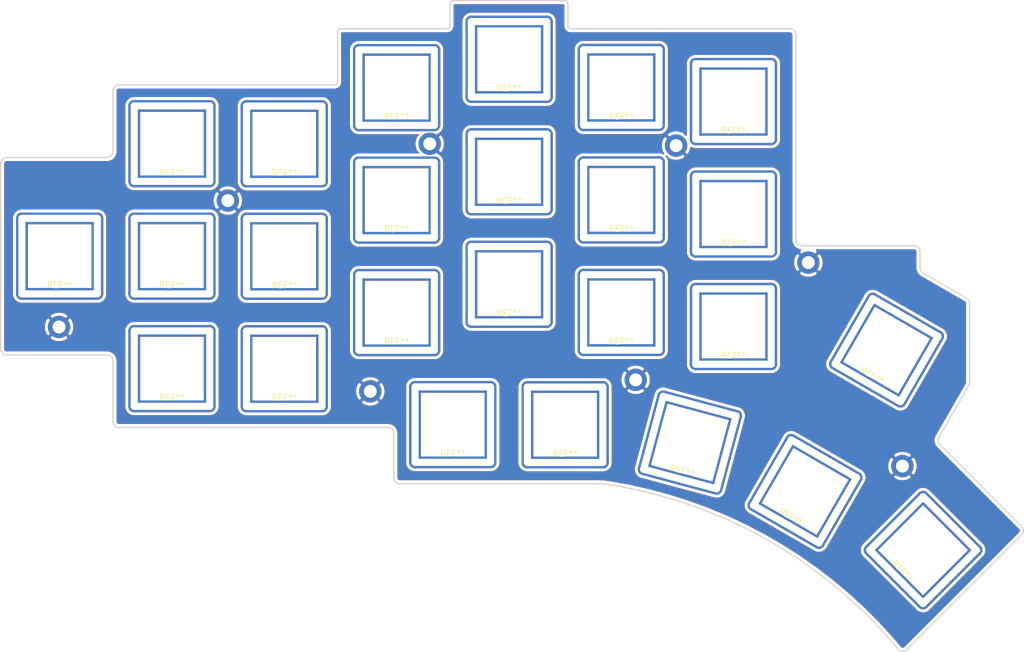
<source format=kicad_pcb>
(kicad_pcb (version 20171130) (host pcbnew "(5.1.10)-1")

  (general
    (thickness 1.6)
    (drawings 501)
    (tracks 0)
    (zones 0)
    (modules 33)
    (nets 2)
  )

  (page A4)
  (layers
    (0 F.Cu signal)
    (31 B.Cu signal)
    (32 B.Adhes user)
    (33 F.Adhes user)
    (34 B.Paste user)
    (35 F.Paste user)
    (36 B.SilkS user)
    (37 F.SilkS user)
    (38 B.Mask user)
    (39 F.Mask user)
    (40 Dwgs.User user)
    (41 Cmts.User user)
    (42 Eco1.User user)
    (43 Eco2.User user)
    (44 Edge.Cuts user)
    (45 Margin user)
    (46 B.CrtYd user)
    (47 F.CrtYd user)
    (48 B.Fab user)
    (49 F.Fab user)
  )

  (setup
    (last_trace_width 0.25)
    (trace_clearance 0.2)
    (zone_clearance 0.508)
    (zone_45_only no)
    (trace_min 0.2)
    (via_size 0.8)
    (via_drill 0.4)
    (via_min_size 0.4)
    (via_min_drill 0.3)
    (uvia_size 0.3)
    (uvia_drill 0.1)
    (uvias_allowed no)
    (uvia_min_size 0.2)
    (uvia_min_drill 0.1)
    (edge_width 0.05)
    (segment_width 0.2)
    (pcb_text_width 0.3)
    (pcb_text_size 1.5 1.5)
    (mod_edge_width 0.12)
    (mod_text_size 1 1)
    (mod_text_width 0.15)
    (pad_size 1.524 1.524)
    (pad_drill 0.762)
    (pad_to_mask_clearance 0)
    (aux_axis_origin 0 0)
    (visible_elements 7FFFFFFF)
    (pcbplotparams
      (layerselection 0x010fc_ffffffff)
      (usegerberextensions true)
      (usegerberattributes false)
      (usegerberadvancedattributes false)
      (creategerberjobfile false)
      (excludeedgelayer true)
      (linewidth 0.100000)
      (plotframeref false)
      (viasonmask false)
      (mode 1)
      (useauxorigin false)
      (hpglpennumber 1)
      (hpglpenspeed 20)
      (hpglpendiameter 15.000000)
      (psnegative false)
      (psa4output false)
      (plotreference true)
      (plotvalue false)
      (plotinvisibletext false)
      (padsonsilk false)
      (subtractmaskfromsilk true)
      (outputformat 1)
      (mirror false)
      (drillshape 0)
      (scaleselection 1)
      (outputdirectory "../../gerbers/top_plate/"))
  )

  (net 0 "")
  (net 1 GND)

  (net_class Default "This is the default net class."
    (clearance 0.2)
    (trace_width 0.25)
    (via_dia 0.8)
    (via_drill 0.4)
    (uvia_dia 0.3)
    (uvia_drill 0.1)
    (add_net GND)
  )

  (module MechChurch-parts:Cutout (layer F.Cu) (tedit 5E8AFDFA) (tstamp 616DC978)
    (at 195.6308 110.9218 330)
    (fp_text reference REF** (at 0 4.91 150) (layer F.SilkS)
      (effects (font (size 1 1) (thickness 0.15)))
    )
    (fp_text value Cutout (at 0 -4.95 150) (layer F.Fab)
      (effects (font (size 1 1) (thickness 0.15)))
    )
    (fp_line (start -7 -7) (end 7 -7) (layer Dwgs.User) (width 0.12))
    (fp_line (start 7 -7) (end 7 7) (layer Dwgs.User) (width 0.12))
    (fp_line (start 7 7) (end -7 7) (layer Dwgs.User) (width 0.12))
    (fp_line (start -7 -7) (end -7 7) (layer Dwgs.User) (width 0.12))
    (pad "" thru_hole oval (at 0 -6.4 330) (size 14.8 2) (drill oval 14 1.2) (layers *.Cu *.Mask))
    (pad "" thru_hole oval (at -6.4 0 240) (size 14.8 2) (drill oval 14 1.2) (layers *.Cu *.Mask))
    (pad "" thru_hole oval (at 0 6.4 330) (size 14.8 2) (drill oval 14 1.2) (layers *.Cu *.Mask))
    (pad "" thru_hole oval (at 6.4 -0.01 240) (size 14.8 2) (drill oval 14 1.2) (layers *.Cu *.Mask))
  )

  (module MechChurch-parts:Cutout (layer F.Cu) (tedit 5E8AFDFA) (tstamp 616DC978)
    (at 201.8284 144.8308 315)
    (fp_text reference REF** (at 0 4.91 135) (layer F.SilkS)
      (effects (font (size 1 1) (thickness 0.15)))
    )
    (fp_text value Cutout (at 0 -4.95 135) (layer F.Fab)
      (effects (font (size 1 1) (thickness 0.15)))
    )
    (fp_line (start -7 -7) (end 7 -7) (layer Dwgs.User) (width 0.12))
    (fp_line (start 7 -7) (end 7 7) (layer Dwgs.User) (width 0.12))
    (fp_line (start 7 7) (end -7 7) (layer Dwgs.User) (width 0.12))
    (fp_line (start -7 -7) (end -7 7) (layer Dwgs.User) (width 0.12))
    (pad "" thru_hole oval (at 0 -6.4 315) (size 14.8 2) (drill oval 14 1.2) (layers *.Cu *.Mask))
    (pad "" thru_hole oval (at -6.4 0 225) (size 14.8 2) (drill oval 14 1.2) (layers *.Cu *.Mask))
    (pad "" thru_hole oval (at 0 6.4 315) (size 14.8 2) (drill oval 14 1.2) (layers *.Cu *.Mask))
    (pad "" thru_hole oval (at 6.4 -0.01 225) (size 14.8 2) (drill oval 14 1.2) (layers *.Cu *.Mask))
  )

  (module MechChurch-parts:Cutout (layer F.Cu) (tedit 5E8AFDFA) (tstamp 616DC978)
    (at 181.8132 134.874 330)
    (fp_text reference REF** (at 0 4.91 150) (layer F.SilkS)
      (effects (font (size 1 1) (thickness 0.15)))
    )
    (fp_text value Cutout (at 0 -4.95 150) (layer F.Fab)
      (effects (font (size 1 1) (thickness 0.15)))
    )
    (fp_line (start -7 -7) (end 7 -7) (layer Dwgs.User) (width 0.12))
    (fp_line (start 7 -7) (end 7 7) (layer Dwgs.User) (width 0.12))
    (fp_line (start 7 7) (end -7 7) (layer Dwgs.User) (width 0.12))
    (fp_line (start -7 -7) (end -7 7) (layer Dwgs.User) (width 0.12))
    (pad "" thru_hole oval (at 0 -6.4 330) (size 14.8 2) (drill oval 14 1.2) (layers *.Cu *.Mask))
    (pad "" thru_hole oval (at -6.4 0 240) (size 14.8 2) (drill oval 14 1.2) (layers *.Cu *.Mask))
    (pad "" thru_hole oval (at 0 6.4 330) (size 14.8 2) (drill oval 14 1.2) (layers *.Cu *.Mask))
    (pad "" thru_hole oval (at 6.4 -0.01 240) (size 14.8 2) (drill oval 14 1.2) (layers *.Cu *.Mask))
  )

  (module MechChurch-parts:Cutout (layer F.Cu) (tedit 5E8AFDFA) (tstamp 616DC978)
    (at 162.2806 126.5936 345)
    (fp_text reference REF** (at 0 4.91 165) (layer F.SilkS)
      (effects (font (size 1 1) (thickness 0.15)))
    )
    (fp_text value Cutout (at 0 -4.95 165) (layer F.Fab)
      (effects (font (size 1 1) (thickness 0.15)))
    )
    (fp_line (start -7 -7) (end 7 -7) (layer Dwgs.User) (width 0.12))
    (fp_line (start 7 -7) (end 7 7) (layer Dwgs.User) (width 0.12))
    (fp_line (start 7 7) (end -7 7) (layer Dwgs.User) (width 0.12))
    (fp_line (start -7 -7) (end -7 7) (layer Dwgs.User) (width 0.12))
    (pad "" thru_hole oval (at 0 -6.4 345) (size 14.8 2) (drill oval 14 1.2) (layers *.Cu *.Mask))
    (pad "" thru_hole oval (at -6.4 0 255) (size 14.8 2) (drill oval 14 1.2) (layers *.Cu *.Mask))
    (pad "" thru_hole oval (at 0 6.4 345) (size 14.8 2) (drill oval 14 1.2) (layers *.Cu *.Mask))
    (pad "" thru_hole oval (at 6.4 -0.01 255) (size 14.8 2) (drill oval 14 1.2) (layers *.Cu *.Mask))
  )

  (module MechChurch-parts:Cutout (layer F.Cu) (tedit 5E8AFDFA) (tstamp 616DC946)
    (at 122.0724 123.5456)
    (fp_text reference REF** (at 0 4.91) (layer F.SilkS)
      (effects (font (size 1 1) (thickness 0.15)))
    )
    (fp_text value Cutout (at 0 -4.95) (layer F.Fab)
      (effects (font (size 1 1) (thickness 0.15)))
    )
    (fp_line (start -7 -7) (end 7 -7) (layer Dwgs.User) (width 0.12))
    (fp_line (start 7 -7) (end 7 7) (layer Dwgs.User) (width 0.12))
    (fp_line (start 7 7) (end -7 7) (layer Dwgs.User) (width 0.12))
    (fp_line (start -7 -7) (end -7 7) (layer Dwgs.User) (width 0.12))
    (pad "" thru_hole oval (at 0 -6.4) (size 14.8 2) (drill oval 14 1.2) (layers *.Cu *.Mask))
    (pad "" thru_hole oval (at -6.4 0 270) (size 14.8 2) (drill oval 14 1.2) (layers *.Cu *.Mask))
    (pad "" thru_hole oval (at 0 6.4) (size 14.8 2) (drill oval 14 1.2) (layers *.Cu *.Mask))
    (pad "" thru_hole oval (at 6.4 -0.01 270) (size 14.8 2) (drill oval 14 1.2) (layers *.Cu *.Mask))
  )

  (module MechChurch-parts:Cutout (layer F.Cu) (tedit 5E8AFDFA) (tstamp 616DC93B)
    (at 141.1224 123.571)
    (fp_text reference REF** (at 0 4.91) (layer F.SilkS)
      (effects (font (size 1 1) (thickness 0.15)))
    )
    (fp_text value Cutout (at 0 -4.95) (layer F.Fab)
      (effects (font (size 1 1) (thickness 0.15)))
    )
    (fp_line (start -7 -7) (end 7 -7) (layer Dwgs.User) (width 0.12))
    (fp_line (start 7 -7) (end 7 7) (layer Dwgs.User) (width 0.12))
    (fp_line (start 7 7) (end -7 7) (layer Dwgs.User) (width 0.12))
    (fp_line (start -7 -7) (end -7 7) (layer Dwgs.User) (width 0.12))
    (pad "" thru_hole oval (at 6.4 -0.01 270) (size 14.8 2) (drill oval 14 1.2) (layers *.Cu *.Mask))
    (pad "" thru_hole oval (at 0 6.4) (size 14.8 2) (drill oval 14 1.2) (layers *.Cu *.Mask))
    (pad "" thru_hole oval (at -6.4 0 270) (size 14.8 2) (drill oval 14 1.2) (layers *.Cu *.Mask))
    (pad "" thru_hole oval (at 0 -6.4) (size 14.8 2) (drill oval 14 1.2) (layers *.Cu *.Mask))
  )

  (module MechChurch-parts:Cutout (layer F.Cu) (tedit 5E8AFDFA) (tstamp 616DC890)
    (at 169.672 68.7578)
    (fp_text reference REF** (at 0 4.91) (layer F.SilkS)
      (effects (font (size 1 1) (thickness 0.15)))
    )
    (fp_text value Cutout (at 0 -4.95) (layer F.Fab)
      (effects (font (size 1 1) (thickness 0.15)))
    )
    (fp_line (start -7 -7) (end 7 -7) (layer Dwgs.User) (width 0.12))
    (fp_line (start 7 -7) (end 7 7) (layer Dwgs.User) (width 0.12))
    (fp_line (start 7 7) (end -7 7) (layer Dwgs.User) (width 0.12))
    (fp_line (start -7 -7) (end -7 7) (layer Dwgs.User) (width 0.12))
    (pad "" thru_hole oval (at 0 -6.4) (size 14.8 2) (drill oval 14 1.2) (layers *.Cu *.Mask))
    (pad "" thru_hole oval (at -6.4 0 270) (size 14.8 2) (drill oval 14 1.2) (layers *.Cu *.Mask))
    (pad "" thru_hole oval (at 0 6.4) (size 14.8 2) (drill oval 14 1.2) (layers *.Cu *.Mask))
    (pad "" thru_hole oval (at 6.4 -0.01 270) (size 14.8 2) (drill oval 14 1.2) (layers *.Cu *.Mask))
  )

  (module MechChurch-parts:Cutout (layer F.Cu) (tedit 5E8AFDFA) (tstamp 616DC885)
    (at 169.672 87.8332)
    (fp_text reference REF** (at 0 4.91) (layer F.SilkS)
      (effects (font (size 1 1) (thickness 0.15)))
    )
    (fp_text value Cutout (at 0 -4.95) (layer F.Fab)
      (effects (font (size 1 1) (thickness 0.15)))
    )
    (fp_line (start -7 -7) (end 7 -7) (layer Dwgs.User) (width 0.12))
    (fp_line (start 7 -7) (end 7 7) (layer Dwgs.User) (width 0.12))
    (fp_line (start 7 7) (end -7 7) (layer Dwgs.User) (width 0.12))
    (fp_line (start -7 -7) (end -7 7) (layer Dwgs.User) (width 0.12))
    (pad "" thru_hole oval (at 6.4 -0.01 270) (size 14.8 2) (drill oval 14 1.2) (layers *.Cu *.Mask))
    (pad "" thru_hole oval (at 0 6.4) (size 14.8 2) (drill oval 14 1.2) (layers *.Cu *.Mask))
    (pad "" thru_hole oval (at -6.4 0 270) (size 14.8 2) (drill oval 14 1.2) (layers *.Cu *.Mask))
    (pad "" thru_hole oval (at 0 -6.4) (size 14.8 2) (drill oval 14 1.2) (layers *.Cu *.Mask))
  )

  (module MechChurch-parts:Cutout (layer F.Cu) (tedit 5E8AFDFA) (tstamp 616DC90D)
    (at 169.672 106.9086)
    (fp_text reference REF** (at 0 4.91) (layer F.SilkS)
      (effects (font (size 1 1) (thickness 0.15)))
    )
    (fp_text value Cutout (at 0 -4.95) (layer F.Fab)
      (effects (font (size 1 1) (thickness 0.15)))
    )
    (fp_line (start -7 -7) (end 7 -7) (layer Dwgs.User) (width 0.12))
    (fp_line (start 7 -7) (end 7 7) (layer Dwgs.User) (width 0.12))
    (fp_line (start 7 7) (end -7 7) (layer Dwgs.User) (width 0.12))
    (fp_line (start -7 -7) (end -7 7) (layer Dwgs.User) (width 0.12))
    (pad "" thru_hole oval (at 6.4 -0.01 270) (size 14.8 2) (drill oval 14 1.2) (layers *.Cu *.Mask))
    (pad "" thru_hole oval (at 0 6.4) (size 14.8 2) (drill oval 14 1.2) (layers *.Cu *.Mask))
    (pad "" thru_hole oval (at -6.4 0 270) (size 14.8 2) (drill oval 14 1.2) (layers *.Cu *.Mask))
    (pad "" thru_hole oval (at 0 -6.4) (size 14.8 2) (drill oval 14 1.2) (layers *.Cu *.Mask))
  )

  (module MechChurch-parts:Cutout (layer F.Cu) (tedit 5E8AFDFA) (tstamp 616DC890)
    (at 150.6474 66.3702)
    (fp_text reference REF** (at 0 4.91) (layer F.SilkS)
      (effects (font (size 1 1) (thickness 0.15)))
    )
    (fp_text value Cutout (at 0 -4.95) (layer F.Fab)
      (effects (font (size 1 1) (thickness 0.15)))
    )
    (fp_line (start -7 -7) (end 7 -7) (layer Dwgs.User) (width 0.12))
    (fp_line (start 7 -7) (end 7 7) (layer Dwgs.User) (width 0.12))
    (fp_line (start 7 7) (end -7 7) (layer Dwgs.User) (width 0.12))
    (fp_line (start -7 -7) (end -7 7) (layer Dwgs.User) (width 0.12))
    (pad "" thru_hole oval (at 0 -6.4) (size 14.8 2) (drill oval 14 1.2) (layers *.Cu *.Mask))
    (pad "" thru_hole oval (at -6.4 0 270) (size 14.8 2) (drill oval 14 1.2) (layers *.Cu *.Mask))
    (pad "" thru_hole oval (at 0 6.4) (size 14.8 2) (drill oval 14 1.2) (layers *.Cu *.Mask))
    (pad "" thru_hole oval (at 6.4 -0.01 270) (size 14.8 2) (drill oval 14 1.2) (layers *.Cu *.Mask))
  )

  (module MechChurch-parts:Cutout (layer F.Cu) (tedit 5E8AFDFA) (tstamp 616DC885)
    (at 150.6474 85.4456)
    (fp_text reference REF** (at 0 4.91) (layer F.SilkS)
      (effects (font (size 1 1) (thickness 0.15)))
    )
    (fp_text value Cutout (at 0 -4.95) (layer F.Fab)
      (effects (font (size 1 1) (thickness 0.15)))
    )
    (fp_line (start -7 -7) (end 7 -7) (layer Dwgs.User) (width 0.12))
    (fp_line (start 7 -7) (end 7 7) (layer Dwgs.User) (width 0.12))
    (fp_line (start 7 7) (end -7 7) (layer Dwgs.User) (width 0.12))
    (fp_line (start -7 -7) (end -7 7) (layer Dwgs.User) (width 0.12))
    (pad "" thru_hole oval (at 6.4 -0.01 270) (size 14.8 2) (drill oval 14 1.2) (layers *.Cu *.Mask))
    (pad "" thru_hole oval (at 0 6.4) (size 14.8 2) (drill oval 14 1.2) (layers *.Cu *.Mask))
    (pad "" thru_hole oval (at -6.4 0 270) (size 14.8 2) (drill oval 14 1.2) (layers *.Cu *.Mask))
    (pad "" thru_hole oval (at 0 -6.4) (size 14.8 2) (drill oval 14 1.2) (layers *.Cu *.Mask))
  )

  (module MechChurch-parts:Cutout (layer F.Cu) (tedit 5E8AFDFA) (tstamp 616DC87A)
    (at 150.6474 104.521)
    (fp_text reference REF** (at 0 4.91) (layer F.SilkS)
      (effects (font (size 1 1) (thickness 0.15)))
    )
    (fp_text value Cutout (at 0 -4.95) (layer F.Fab)
      (effects (font (size 1 1) (thickness 0.15)))
    )
    (fp_line (start -7 -7) (end 7 -7) (layer Dwgs.User) (width 0.12))
    (fp_line (start 7 -7) (end 7 7) (layer Dwgs.User) (width 0.12))
    (fp_line (start 7 7) (end -7 7) (layer Dwgs.User) (width 0.12))
    (fp_line (start -7 -7) (end -7 7) (layer Dwgs.User) (width 0.12))
    (pad "" thru_hole oval (at 6.4 -0.01 270) (size 14.8 2) (drill oval 14 1.2) (layers *.Cu *.Mask))
    (pad "" thru_hole oval (at 0 6.4) (size 14.8 2) (drill oval 14 1.2) (layers *.Cu *.Mask))
    (pad "" thru_hole oval (at -6.4 0 270) (size 14.8 2) (drill oval 14 1.2) (layers *.Cu *.Mask))
    (pad "" thru_hole oval (at 0 -6.4) (size 14.8 2) (drill oval 14 1.2) (layers *.Cu *.Mask))
  )

  (module MechChurch-parts:Cutout (layer F.Cu) (tedit 5E8AFDFA) (tstamp 616DC7D2)
    (at 131.6228 99.7458)
    (fp_text reference REF** (at 0 4.91) (layer F.SilkS)
      (effects (font (size 1 1) (thickness 0.15)))
    )
    (fp_text value Cutout (at 0 -4.95) (layer F.Fab)
      (effects (font (size 1 1) (thickness 0.15)))
    )
    (fp_line (start -7 -7) (end 7 -7) (layer Dwgs.User) (width 0.12))
    (fp_line (start 7 -7) (end 7 7) (layer Dwgs.User) (width 0.12))
    (fp_line (start 7 7) (end -7 7) (layer Dwgs.User) (width 0.12))
    (fp_line (start -7 -7) (end -7 7) (layer Dwgs.User) (width 0.12))
    (pad "" thru_hole oval (at 0 -6.4) (size 14.8 2) (drill oval 14 1.2) (layers *.Cu *.Mask))
    (pad "" thru_hole oval (at -6.4 0 270) (size 14.8 2) (drill oval 14 1.2) (layers *.Cu *.Mask))
    (pad "" thru_hole oval (at 0 6.4) (size 14.8 2) (drill oval 14 1.2) (layers *.Cu *.Mask))
    (pad "" thru_hole oval (at 6.4 -0.01 270) (size 14.8 2) (drill oval 14 1.2) (layers *.Cu *.Mask))
  )

  (module MechChurch-parts:Cutout (layer F.Cu) (tedit 5E8AFDFA) (tstamp 616DC7C7)
    (at 131.6228 80.6704)
    (fp_text reference REF** (at 0 4.91) (layer F.SilkS)
      (effects (font (size 1 1) (thickness 0.15)))
    )
    (fp_text value Cutout (at 0 -4.95) (layer F.Fab)
      (effects (font (size 1 1) (thickness 0.15)))
    )
    (fp_line (start -7 -7) (end 7 -7) (layer Dwgs.User) (width 0.12))
    (fp_line (start 7 -7) (end 7 7) (layer Dwgs.User) (width 0.12))
    (fp_line (start 7 7) (end -7 7) (layer Dwgs.User) (width 0.12))
    (fp_line (start -7 -7) (end -7 7) (layer Dwgs.User) (width 0.12))
    (pad "" thru_hole oval (at 0 -6.4) (size 14.8 2) (drill oval 14 1.2) (layers *.Cu *.Mask))
    (pad "" thru_hole oval (at -6.4 0 270) (size 14.8 2) (drill oval 14 1.2) (layers *.Cu *.Mask))
    (pad "" thru_hole oval (at 0 6.4) (size 14.8 2) (drill oval 14 1.2) (layers *.Cu *.Mask))
    (pad "" thru_hole oval (at 6.4 -0.01 270) (size 14.8 2) (drill oval 14 1.2) (layers *.Cu *.Mask))
  )

  (module MechChurch-parts:Cutout (layer F.Cu) (tedit 5E8AFDFA) (tstamp 616DC7BC)
    (at 131.6228 61.595)
    (fp_text reference REF** (at 0 4.91) (layer F.SilkS)
      (effects (font (size 1 1) (thickness 0.15)))
    )
    (fp_text value Cutout (at 0 -4.95) (layer F.Fab)
      (effects (font (size 1 1) (thickness 0.15)))
    )
    (fp_line (start -7 -7) (end 7 -7) (layer Dwgs.User) (width 0.12))
    (fp_line (start 7 -7) (end 7 7) (layer Dwgs.User) (width 0.12))
    (fp_line (start 7 7) (end -7 7) (layer Dwgs.User) (width 0.12))
    (fp_line (start -7 -7) (end -7 7) (layer Dwgs.User) (width 0.12))
    (pad "" thru_hole oval (at 6.4 -0.01 270) (size 14.8 2) (drill oval 14 1.2) (layers *.Cu *.Mask))
    (pad "" thru_hole oval (at 0 6.4) (size 14.8 2) (drill oval 14 1.2) (layers *.Cu *.Mask))
    (pad "" thru_hole oval (at -6.4 0 270) (size 14.8 2) (drill oval 14 1.2) (layers *.Cu *.Mask))
    (pad "" thru_hole oval (at 0 -6.4) (size 14.8 2) (drill oval 14 1.2) (layers *.Cu *.Mask))
  )

  (module MechChurch-parts:Cutout (layer F.Cu) (tedit 5E8AFDFA) (tstamp 616DC7D2)
    (at 112.5474 104.5464)
    (fp_text reference REF** (at 0 4.91) (layer F.SilkS)
      (effects (font (size 1 1) (thickness 0.15)))
    )
    (fp_text value Cutout (at 0 -4.95) (layer F.Fab)
      (effects (font (size 1 1) (thickness 0.15)))
    )
    (fp_line (start -7 -7) (end 7 -7) (layer Dwgs.User) (width 0.12))
    (fp_line (start 7 -7) (end 7 7) (layer Dwgs.User) (width 0.12))
    (fp_line (start 7 7) (end -7 7) (layer Dwgs.User) (width 0.12))
    (fp_line (start -7 -7) (end -7 7) (layer Dwgs.User) (width 0.12))
    (pad "" thru_hole oval (at 0 -6.4) (size 14.8 2) (drill oval 14 1.2) (layers *.Cu *.Mask))
    (pad "" thru_hole oval (at -6.4 0 270) (size 14.8 2) (drill oval 14 1.2) (layers *.Cu *.Mask))
    (pad "" thru_hole oval (at 0 6.4) (size 14.8 2) (drill oval 14 1.2) (layers *.Cu *.Mask))
    (pad "" thru_hole oval (at 6.4 -0.01 270) (size 14.8 2) (drill oval 14 1.2) (layers *.Cu *.Mask))
  )

  (module MechChurch-parts:Cutout (layer F.Cu) (tedit 5E8AFDFA) (tstamp 616DC7C7)
    (at 112.5474 85.471)
    (fp_text reference REF** (at 0 4.91) (layer F.SilkS)
      (effects (font (size 1 1) (thickness 0.15)))
    )
    (fp_text value Cutout (at 0 -4.95) (layer F.Fab)
      (effects (font (size 1 1) (thickness 0.15)))
    )
    (fp_line (start -7 -7) (end 7 -7) (layer Dwgs.User) (width 0.12))
    (fp_line (start 7 -7) (end 7 7) (layer Dwgs.User) (width 0.12))
    (fp_line (start 7 7) (end -7 7) (layer Dwgs.User) (width 0.12))
    (fp_line (start -7 -7) (end -7 7) (layer Dwgs.User) (width 0.12))
    (pad "" thru_hole oval (at 0 -6.4) (size 14.8 2) (drill oval 14 1.2) (layers *.Cu *.Mask))
    (pad "" thru_hole oval (at -6.4 0 270) (size 14.8 2) (drill oval 14 1.2) (layers *.Cu *.Mask))
    (pad "" thru_hole oval (at 0 6.4) (size 14.8 2) (drill oval 14 1.2) (layers *.Cu *.Mask))
    (pad "" thru_hole oval (at 6.4 -0.01 270) (size 14.8 2) (drill oval 14 1.2) (layers *.Cu *.Mask))
  )

  (module MechChurch-parts:Cutout (layer F.Cu) (tedit 5E8AFDFA) (tstamp 616DC7BC)
    (at 112.5474 66.3956)
    (fp_text reference REF** (at 0 4.91) (layer F.SilkS)
      (effects (font (size 1 1) (thickness 0.15)))
    )
    (fp_text value Cutout (at 0 -4.95) (layer F.Fab)
      (effects (font (size 1 1) (thickness 0.15)))
    )
    (fp_line (start -7 -7) (end 7 -7) (layer Dwgs.User) (width 0.12))
    (fp_line (start 7 -7) (end 7 7) (layer Dwgs.User) (width 0.12))
    (fp_line (start 7 7) (end -7 7) (layer Dwgs.User) (width 0.12))
    (fp_line (start -7 -7) (end -7 7) (layer Dwgs.User) (width 0.12))
    (pad "" thru_hole oval (at 6.4 -0.01 270) (size 14.8 2) (drill oval 14 1.2) (layers *.Cu *.Mask))
    (pad "" thru_hole oval (at 0 6.4) (size 14.8 2) (drill oval 14 1.2) (layers *.Cu *.Mask))
    (pad "" thru_hole oval (at -6.4 0 270) (size 14.8 2) (drill oval 14 1.2) (layers *.Cu *.Mask))
    (pad "" thru_hole oval (at 0 -6.4) (size 14.8 2) (drill oval 14 1.2) (layers *.Cu *.Mask))
  )

  (module MechChurch-parts:Cutout (layer F.Cu) (tedit 5E8AFDFA) (tstamp 616DC7D2)
    (at 93.4974 114.0714)
    (fp_text reference REF** (at 0 4.91) (layer F.SilkS)
      (effects (font (size 1 1) (thickness 0.15)))
    )
    (fp_text value Cutout (at 0 -4.95) (layer F.Fab)
      (effects (font (size 1 1) (thickness 0.15)))
    )
    (fp_line (start -7 -7) (end 7 -7) (layer Dwgs.User) (width 0.12))
    (fp_line (start 7 -7) (end 7 7) (layer Dwgs.User) (width 0.12))
    (fp_line (start 7 7) (end -7 7) (layer Dwgs.User) (width 0.12))
    (fp_line (start -7 -7) (end -7 7) (layer Dwgs.User) (width 0.12))
    (pad "" thru_hole oval (at 0 -6.4) (size 14.8 2) (drill oval 14 1.2) (layers *.Cu *.Mask))
    (pad "" thru_hole oval (at -6.4 0 270) (size 14.8 2) (drill oval 14 1.2) (layers *.Cu *.Mask))
    (pad "" thru_hole oval (at 0 6.4) (size 14.8 2) (drill oval 14 1.2) (layers *.Cu *.Mask))
    (pad "" thru_hole oval (at 6.4 -0.01 270) (size 14.8 2) (drill oval 14 1.2) (layers *.Cu *.Mask))
  )

  (module MechChurch-parts:Cutout (layer F.Cu) (tedit 5E8AFDFA) (tstamp 616DC7C7)
    (at 93.4974 94.996)
    (fp_text reference REF** (at 0 4.91) (layer F.SilkS)
      (effects (font (size 1 1) (thickness 0.15)))
    )
    (fp_text value Cutout (at 0 -4.95) (layer F.Fab)
      (effects (font (size 1 1) (thickness 0.15)))
    )
    (fp_line (start -7 -7) (end 7 -7) (layer Dwgs.User) (width 0.12))
    (fp_line (start 7 -7) (end 7 7) (layer Dwgs.User) (width 0.12))
    (fp_line (start 7 7) (end -7 7) (layer Dwgs.User) (width 0.12))
    (fp_line (start -7 -7) (end -7 7) (layer Dwgs.User) (width 0.12))
    (pad "" thru_hole oval (at 0 -6.4) (size 14.8 2) (drill oval 14 1.2) (layers *.Cu *.Mask))
    (pad "" thru_hole oval (at -6.4 0 270) (size 14.8 2) (drill oval 14 1.2) (layers *.Cu *.Mask))
    (pad "" thru_hole oval (at 0 6.4) (size 14.8 2) (drill oval 14 1.2) (layers *.Cu *.Mask))
    (pad "" thru_hole oval (at 6.4 -0.01 270) (size 14.8 2) (drill oval 14 1.2) (layers *.Cu *.Mask))
  )

  (module MechChurch-parts:Cutout (layer F.Cu) (tedit 5E8AFDFA) (tstamp 616DC7BC)
    (at 93.4974 75.9206)
    (fp_text reference REF** (at 0 4.91) (layer F.SilkS)
      (effects (font (size 1 1) (thickness 0.15)))
    )
    (fp_text value Cutout (at 0 -4.95) (layer F.Fab)
      (effects (font (size 1 1) (thickness 0.15)))
    )
    (fp_line (start -7 -7) (end 7 -7) (layer Dwgs.User) (width 0.12))
    (fp_line (start 7 -7) (end 7 7) (layer Dwgs.User) (width 0.12))
    (fp_line (start 7 7) (end -7 7) (layer Dwgs.User) (width 0.12))
    (fp_line (start -7 -7) (end -7 7) (layer Dwgs.User) (width 0.12))
    (pad "" thru_hole oval (at 6.4 -0.01 270) (size 14.8 2) (drill oval 14 1.2) (layers *.Cu *.Mask))
    (pad "" thru_hole oval (at 0 6.4) (size 14.8 2) (drill oval 14 1.2) (layers *.Cu *.Mask))
    (pad "" thru_hole oval (at -6.4 0 270) (size 14.8 2) (drill oval 14 1.2) (layers *.Cu *.Mask))
    (pad "" thru_hole oval (at 0 -6.4) (size 14.8 2) (drill oval 14 1.2) (layers *.Cu *.Mask))
  )

  (module MechChurch-parts:Cutout (layer F.Cu) (tedit 5E8AFDFA) (tstamp 616DC70F)
    (at 74.4474 114.046)
    (fp_text reference REF** (at 0 4.91) (layer F.SilkS)
      (effects (font (size 1 1) (thickness 0.15)))
    )
    (fp_text value Cutout (at 0 -4.95) (layer F.Fab)
      (effects (font (size 1 1) (thickness 0.15)))
    )
    (fp_line (start -7 -7) (end 7 -7) (layer Dwgs.User) (width 0.12))
    (fp_line (start 7 -7) (end 7 7) (layer Dwgs.User) (width 0.12))
    (fp_line (start 7 7) (end -7 7) (layer Dwgs.User) (width 0.12))
    (fp_line (start -7 -7) (end -7 7) (layer Dwgs.User) (width 0.12))
    (pad "" thru_hole oval (at 6.4 -0.01 270) (size 14.8 2) (drill oval 14 1.2) (layers *.Cu *.Mask))
    (pad "" thru_hole oval (at 0 6.4) (size 14.8 2) (drill oval 14 1.2) (layers *.Cu *.Mask))
    (pad "" thru_hole oval (at -6.4 0 270) (size 14.8 2) (drill oval 14 1.2) (layers *.Cu *.Mask))
    (pad "" thru_hole oval (at 0 -6.4) (size 14.8 2) (drill oval 14 1.2) (layers *.Cu *.Mask))
  )

  (module MechChurch-parts:Cutout (layer F.Cu) (tedit 5E8AFDFA) (tstamp 616DC730)
    (at 74.4474 94.9706)
    (fp_text reference REF** (at 0 4.91) (layer F.SilkS)
      (effects (font (size 1 1) (thickness 0.15)))
    )
    (fp_text value Cutout (at 0 -4.95) (layer F.Fab)
      (effects (font (size 1 1) (thickness 0.15)))
    )
    (fp_line (start -7 -7) (end 7 -7) (layer Dwgs.User) (width 0.12))
    (fp_line (start 7 -7) (end 7 7) (layer Dwgs.User) (width 0.12))
    (fp_line (start 7 7) (end -7 7) (layer Dwgs.User) (width 0.12))
    (fp_line (start -7 -7) (end -7 7) (layer Dwgs.User) (width 0.12))
    (pad "" thru_hole oval (at 6.4 -0.01 270) (size 14.8 2) (drill oval 14 1.2) (layers *.Cu *.Mask))
    (pad "" thru_hole oval (at 0 6.4) (size 14.8 2) (drill oval 14 1.2) (layers *.Cu *.Mask))
    (pad "" thru_hole oval (at -6.4 0 270) (size 14.8 2) (drill oval 14 1.2) (layers *.Cu *.Mask))
    (pad "" thru_hole oval (at 0 -6.4) (size 14.8 2) (drill oval 14 1.2) (layers *.Cu *.Mask))
  )

  (module MechChurch-parts:Cutout (layer F.Cu) (tedit 5E8AFDFA) (tstamp 616DC751)
    (at 74.4474 75.8952)
    (fp_text reference REF** (at 0 4.91) (layer F.SilkS)
      (effects (font (size 1 1) (thickness 0.15)))
    )
    (fp_text value Cutout (at 0 -4.95) (layer F.Fab)
      (effects (font (size 1 1) (thickness 0.15)))
    )
    (fp_line (start -7 -7) (end 7 -7) (layer Dwgs.User) (width 0.12))
    (fp_line (start 7 -7) (end 7 7) (layer Dwgs.User) (width 0.12))
    (fp_line (start 7 7) (end -7 7) (layer Dwgs.User) (width 0.12))
    (fp_line (start -7 -7) (end -7 7) (layer Dwgs.User) (width 0.12))
    (pad "" thru_hole oval (at 0 -6.4) (size 14.8 2) (drill oval 14 1.2) (layers *.Cu *.Mask))
    (pad "" thru_hole oval (at -6.4 0 270) (size 14.8 2) (drill oval 14 1.2) (layers *.Cu *.Mask))
    (pad "" thru_hole oval (at 0 6.4) (size 14.8 2) (drill oval 14 1.2) (layers *.Cu *.Mask))
    (pad "" thru_hole oval (at 6.4 -0.01 270) (size 14.8 2) (drill oval 14 1.2) (layers *.Cu *.Mask))
  )

  (module MechChurch-parts:Cutout (layer F.Cu) (tedit 5E8AFDFA) (tstamp 616DC4A0)
    (at 55.3974 94.9706)
    (fp_text reference REF** (at 0 4.91) (layer F.SilkS)
      (effects (font (size 1 1) (thickness 0.15)))
    )
    (fp_text value Cutout (at 0 -4.95) (layer F.Fab)
      (effects (font (size 1 1) (thickness 0.15)))
    )
    (fp_line (start -7 -7) (end 7 -7) (layer Dwgs.User) (width 0.12))
    (fp_line (start 7 -7) (end 7 7) (layer Dwgs.User) (width 0.12))
    (fp_line (start 7 7) (end -7 7) (layer Dwgs.User) (width 0.12))
    (fp_line (start -7 -7) (end -7 7) (layer Dwgs.User) (width 0.12))
    (pad "" thru_hole oval (at 6.4 -0.01 270) (size 14.8 2) (drill oval 14 1.2) (layers *.Cu *.Mask))
    (pad "" thru_hole oval (at 0 6.4) (size 14.8 2) (drill oval 14 1.2) (layers *.Cu *.Mask))
    (pad "" thru_hole oval (at -6.4 0 270) (size 14.8 2) (drill oval 14 1.2) (layers *.Cu *.Mask))
    (pad "" thru_hole oval (at 0 -6.4) (size 14.8 2) (drill oval 14 1.2) (layers *.Cu *.Mask))
  )

  (module MountingHole:MountingHole_2.2mm_M2_ISO14580_Pad (layer F.Cu) (tedit 56D1B4CB) (tstamp 616DC08E)
    (at 108.077 117.9068)
    (descr "Mounting Hole 2.2mm, M2, ISO14580")
    (tags "mounting hole 2.2mm m2 iso14580")
    (path /616E17CB)
    (attr virtual)
    (fp_text reference H8 (at 0 -2.9) (layer F.SilkS) hide
      (effects (font (size 1 1) (thickness 0.15)))
    )
    (fp_text value MountingHole_Pad (at 0 2.9) (layer F.Fab)
      (effects (font (size 1 1) (thickness 0.15)))
    )
    (fp_circle (center 0 0) (end 2.15 0) (layer F.CrtYd) (width 0.05))
    (fp_circle (center 0 0) (end 1.9 0) (layer Cmts.User) (width 0.15))
    (fp_text user %R (at 0.3 0) (layer F.Fab)
      (effects (font (size 1 1) (thickness 0.15)))
    )
    (pad 1 thru_hole circle (at 0 0) (size 3.8 3.8) (drill 2.2) (layers *.Cu *.Mask)
      (net 1 GND))
  )

  (module MountingHole:MountingHole_2.2mm_M2_ISO14580_Pad (layer F.Cu) (tedit 56D1B4CB) (tstamp 616DC086)
    (at 153.0858 115.951)
    (descr "Mounting Hole 2.2mm, M2, ISO14580")
    (tags "mounting hole 2.2mm m2 iso14580")
    (path /616E17BF)
    (attr virtual)
    (fp_text reference H7 (at 0 -2.9) (layer F.SilkS) hide
      (effects (font (size 1 1) (thickness 0.15)))
    )
    (fp_text value MountingHole_Pad (at 0 2.9) (layer F.Fab)
      (effects (font (size 1 1) (thickness 0.15)))
    )
    (fp_circle (center 0 0) (end 2.15 0) (layer F.CrtYd) (width 0.05))
    (fp_circle (center 0 0) (end 1.9 0) (layer Cmts.User) (width 0.15))
    (fp_text user %R (at 0.3 0) (layer F.Fab)
      (effects (font (size 1 1) (thickness 0.15)))
    )
    (pad 1 thru_hole circle (at 0 0) (size 3.8 3.8) (drill 2.2) (layers *.Cu *.Mask)
      (net 1 GND))
  )

  (module MountingHole:MountingHole_2.2mm_M2_ISO14580_Pad (layer F.Cu) (tedit 56D1B4CB) (tstamp 616DC07E)
    (at 198.3232 130.5814)
    (descr "Mounting Hole 2.2mm, M2, ISO14580")
    (tags "mounting hole 2.2mm m2 iso14580")
    (path /616E17B3)
    (attr virtual)
    (fp_text reference H6 (at 0 -2.9) (layer F.SilkS) hide
      (effects (font (size 1 1) (thickness 0.15)))
    )
    (fp_text value MountingHole_Pad (at 0 2.9) (layer F.Fab)
      (effects (font (size 1 1) (thickness 0.15)))
    )
    (fp_circle (center 0 0) (end 2.15 0) (layer F.CrtYd) (width 0.05))
    (fp_circle (center 0 0) (end 1.9 0) (layer Cmts.User) (width 0.15))
    (fp_text user %R (at 0.3 0) (layer F.Fab)
      (effects (font (size 1 1) (thickness 0.15)))
    )
    (pad 1 thru_hole circle (at 0 0) (size 3.8 3.8) (drill 2.2) (layers *.Cu *.Mask)
      (net 1 GND))
  )

  (module MountingHole:MountingHole_2.2mm_M2_ISO14580_Pad (layer F.Cu) (tedit 56D1B4CB) (tstamp 616DC076)
    (at 182.372 96.0628)
    (descr "Mounting Hole 2.2mm, M2, ISO14580")
    (tags "mounting hole 2.2mm m2 iso14580")
    (path /616E17A7)
    (attr virtual)
    (fp_text reference H5 (at 0 -2.9) (layer F.SilkS) hide
      (effects (font (size 1 1) (thickness 0.15)))
    )
    (fp_text value MountingHole_Pad (at 0 2.9) (layer F.Fab)
      (effects (font (size 1 1) (thickness 0.15)))
    )
    (fp_circle (center 0 0) (end 2.15 0) (layer F.CrtYd) (width 0.05))
    (fp_circle (center 0 0) (end 1.9 0) (layer Cmts.User) (width 0.15))
    (fp_text user %R (at 0.3 0) (layer F.Fab)
      (effects (font (size 1 1) (thickness 0.15)))
    )
    (pad 1 thru_hole circle (at 0 0) (size 3.8 3.8) (drill 2.2) (layers *.Cu *.Mask)
      (net 1 GND))
  )

  (module MountingHole:MountingHole_2.2mm_M2_ISO14580_Pad (layer F.Cu) (tedit 56D1B4CB) (tstamp 616DC06E)
    (at 159.9438 76.2254)
    (descr "Mounting Hole 2.2mm, M2, ISO14580")
    (tags "mounting hole 2.2mm m2 iso14580")
    (path /616DEAF3)
    (attr virtual)
    (fp_text reference H4 (at 0 -2.9) (layer F.SilkS) hide
      (effects (font (size 1 1) (thickness 0.15)))
    )
    (fp_text value MountingHole_Pad (at 0 2.9) (layer F.Fab)
      (effects (font (size 1 1) (thickness 0.15)))
    )
    (fp_circle (center 0 0) (end 2.15 0) (layer F.CrtYd) (width 0.05))
    (fp_circle (center 0 0) (end 1.9 0) (layer Cmts.User) (width 0.15))
    (fp_text user %R (at 0.3 0) (layer F.Fab)
      (effects (font (size 1 1) (thickness 0.15)))
    )
    (pad 1 thru_hole circle (at 0 0) (size 3.8 3.8) (drill 2.2) (layers *.Cu *.Mask)
      (net 1 GND))
  )

  (module MountingHole:MountingHole_2.2mm_M2_ISO14580_Pad (layer F.Cu) (tedit 56D1B4CB) (tstamp 616DC066)
    (at 118.1608 75.9206)
    (descr "Mounting Hole 2.2mm, M2, ISO14580")
    (tags "mounting hole 2.2mm m2 iso14580")
    (path /616DE6E1)
    (attr virtual)
    (fp_text reference H3 (at 0 -2.9) (layer F.SilkS) hide
      (effects (font (size 1 1) (thickness 0.15)))
    )
    (fp_text value MountingHole_Pad (at 0 2.9) (layer F.Fab)
      (effects (font (size 1 1) (thickness 0.15)))
    )
    (fp_circle (center 0 0) (end 2.15 0) (layer F.CrtYd) (width 0.05))
    (fp_circle (center 0 0) (end 1.9 0) (layer Cmts.User) (width 0.15))
    (fp_text user %R (at 0.3 0) (layer F.Fab)
      (effects (font (size 1 1) (thickness 0.15)))
    )
    (pad 1 thru_hole circle (at 0 0) (size 3.8 3.8) (drill 2.2) (layers *.Cu *.Mask)
      (net 1 GND))
  )

  (module MountingHole:MountingHole_2.2mm_M2_ISO14580_Pad (layer F.Cu) (tedit 56D1B4CB) (tstamp 616DC05E)
    (at 83.9216 85.5472)
    (descr "Mounting Hole 2.2mm, M2, ISO14580")
    (tags "mounting hole 2.2mm m2 iso14580")
    (path /616DE327)
    (attr virtual)
    (fp_text reference H2 (at 0 -2.9) (layer F.SilkS) hide
      (effects (font (size 1 1) (thickness 0.15)))
    )
    (fp_text value MountingHole_Pad (at 0 2.9) (layer F.Fab)
      (effects (font (size 1 1) (thickness 0.15)))
    )
    (fp_circle (center 0 0) (end 2.15 0) (layer F.CrtYd) (width 0.05))
    (fp_circle (center 0 0) (end 1.9 0) (layer Cmts.User) (width 0.15))
    (fp_text user %R (at 0.3 0) (layer F.Fab)
      (effects (font (size 1 1) (thickness 0.15)))
    )
    (pad 1 thru_hole circle (at 0 0) (size 3.8 3.8) (drill 2.2) (layers *.Cu *.Mask)
      (net 1 GND))
  )

  (module MountingHole:MountingHole_2.2mm_M2_ISO14580_Pad (layer F.Cu) (tedit 56D1B4CB) (tstamp 616DC056)
    (at 55.2958 106.9848)
    (descr "Mounting Hole 2.2mm, M2, ISO14580")
    (tags "mounting hole 2.2mm m2 iso14580")
    (path /616D635C)
    (attr virtual)
    (fp_text reference H1 (at 0 -2.9) (layer F.SilkS) hide
      (effects (font (size 1 1) (thickness 0.15)))
    )
    (fp_text value MountingHole_Pad (at 0 2.9) (layer F.Fab)
      (effects (font (size 1 1) (thickness 0.15)))
    )
    (fp_circle (center 0 0) (end 2.15 0) (layer F.CrtYd) (width 0.05))
    (fp_circle (center 0 0) (end 1.9 0) (layer Cmts.User) (width 0.15))
    (fp_text user %R (at 0.3 0) (layer F.Fab)
      (effects (font (size 1 1) (thickness 0.15)))
    )
    (pad 1 thru_hole circle (at 0 0) (size 3.8 3.8) (drill 2.2) (layers *.Cu *.Mask)
      (net 1 GND))
  )

  (gr_arc (start 63.444301 112.744) (end 64.444301 112.744) (angle -90) (layer Edge.Cuts) (width 0.2))
  (gr_line (start 201.305307 94.213701) (end 201.305307 96.961228) (layer Edge.Cuts) (width 0.2))
  (gr_line (start 204.662995 126.923484) (end 218.564058 140.826233) (layer Edge.Cuts) (width 0.2))
  (gr_arc (start 205.370144 126.21642) (end 204.5041 125.716452) (angle -74.99439085) (layer Edge.Cuts) (width 0.2))
  (gr_line (start 142.0936 56.4137) (end 160.343601 56.4137) (layer Edge.Cuts) (width 0.2))
  (gr_line (start 209.719573 102.973574) (end 209.719573 116.414282) (layer Edge.Cuts) (width 0.2))
  (gr_line (start 64.444301 123.0377) (end 64.444301 112.744) (layer Edge.Cuts) (width 0.2))
  (gr_arc (start 142.0936 55.913701) (end 141.593601 55.913701) (angle -90) (layer Edge.Cuts) (width 0.2))
  (gr_line (start 122.094301 51.6507) (end 141.0936 51.6507) (layer Edge.Cuts) (width 0.2))
  (gr_line (start 63.444301 111.744) (end 46.394251 111.744) (layer Edge.Cuts) (width 0.2))
  (gr_line (start 161.143601 56.4137) (end 178.232001 56.4137) (layer Edge.Cuts) (width 0.2))
  (gr_line (start 46.39425 78.244) (end 63.444301 78.244) (layer Edge.Cuts) (width 0.2))
  (gr_line (start 112.069301 132.5687) (end 112.069301 125.0377) (layer Edge.Cuts) (width 0.2))
  (gr_arc (start 65.444301 123.0377) (end 64.444301 123.0377) (angle -90) (layer Edge.Cuts) (width 0.2))
  (gr_line (start 65.4443 65.9384) (end 70.739 65.9384) (layer Edge.Cuts) (width 0.2))
  (gr_arc (start 102.044301 65.4384) (end 102.044301 65.9384) (angle -90) (layer Edge.Cuts) (width 0.2))
  (gr_line (start 180.274351 57.413701) (end 180.274351 92.213701) (layer Edge.Cuts) (width 0.2))
  (gr_arc (start 65.4443 66.9384) (end 65.4443 65.9384) (angle -90) (layer Edge.Cuts) (width 0.2))
  (gr_line (start 45.394252 110.744) (end 45.394251 79.244) (layer Edge.Cuts) (width 0.2))
  (gr_arc (start 46.394251 110.744) (end 45.394252 110.744) (angle -90) (layer Edge.Cuts) (width 0.2))
  (gr_line (start 111.069301 124.0377) (end 65.444301 124.0377) (layer Edge.Cuts) (width 0.2))
  (gr_arc (start 136.076298 212.7279) (end 197.646945 161.684922) (angle -41.57231209) (layer Edge.Cuts) (width 0.2))
  (gr_line (start 64.444301 77.244) (end 64.444301 66.9384) (layer Edge.Cuts) (width 0.2))
  (gr_arc (start 208.719573 102.973574) (end 209.719573 102.973574) (angle -60.00193228) (layer Edge.Cuts) (width 0.2))
  (gr_line (start 102.544301 65.4384) (end 102.544301 56.913701) (layer Edge.Cuts) (width 0.2))
  (gr_line (start 178.232001 56.4137) (end 179.274351 56.4137) (layer Edge.Cuts) (width 0.2))
  (gr_arc (start 181.274351 92.213701) (end 180.274351 92.213701) (angle -90) (layer Edge.Cuts) (width 0.2))
  (gr_arc (start 111.069301 125.0377) (end 112.069301 125.0377) (angle -90) (layer Edge.Cuts) (width 0.2))
  (gr_line (start 181.274351 93.2137) (end 200.305307 93.2137) (layer Edge.Cuts) (width 0.2))
  (gr_line (start 146.74372 133.5687) (end 113.069301 133.5687) (layer Edge.Cuts) (width 0.2))
  (gr_arc (start 217.856914 141.533291) (end 218.563958 142.240449) (angle -90.00115808) (layer Edge.Cuts) (width 0.2))
  (gr_arc (start 179.274351 57.413701) (end 180.274351 57.413701) (angle -90) (layer Edge.Cuts) (width 0.2))
  (gr_arc (start 200.305307 94.2137) (end 201.305307 94.213701) (angle -90) (layer Edge.Cuts) (width 0.2))
  (gr_arc (start 141.093601 52.150701) (end 141.593601 52.150701) (angle -90) (layer Edge.Cuts) (width 0.2))
  (gr_arc (start 113.069301 132.5687) (end 112.069301 132.5687) (angle -90) (layer Edge.Cuts) (width 0.2))
  (gr_arc (start 198.381102 161.005944) (end 197.646945 161.684922) (angle -92.23141783) (layer Edge.Cuts) (width 0.2))
  (gr_arc (start 121.0943 55.9137) (end 121.0943 56.4137) (angle -90) (layer Edge.Cuts) (width 0.2))
  (gr_arc (start 208.719573 116.414282) (end 209.585617 116.914249) (angle -29.99786311) (layer Edge.Cuts) (width 0.2))
  (gr_arc (start 103.044301 56.913701) (end 103.044301 56.4137) (angle -90) (layer Edge.Cuts) (width 0.2))
  (gr_line (start 121.594301 55.9137) (end 121.594301 52.1507) (layer Edge.Cuts) (width 0.2))
  (gr_line (start 209.585617 116.914249) (end 204.5041 125.716452) (layer Edge.Cuts) (width 0.2))
  (gr_arc (start 202.305307 96.961228) (end 201.305307 96.961228) (angle -60.00193228) (layer Edge.Cuts) (width 0.2))
  (gr_arc (start 46.39425 79.244) (end 46.39425 78.244) (angle -90) (layer Edge.Cuts) (width 0.2))
  (gr_line (start 201.805336 97.82727) (end 209.219544 102.107532) (layer Edge.Cuts) (width 0.2))
  (gr_line (start 218.563958 142.240449) (end 199.088152 161.713107) (layer Edge.Cuts) (width 0.2))
  (gr_arc (start 146.74372 143.5687) (end 148.268137 133.685575) (angle -8.768453827) (layer Edge.Cuts) (width 0.2))
  (gr_line (start 103.044301 56.4137) (end 121.0943 56.4137) (layer Edge.Cuts) (width 0.2))
  (gr_line (start 160.343601 56.4137) (end 161.143601 56.4137) (layer Edge.Cuts) (width 0.2))
  (gr_arc (start 63.444301 77.244) (end 63.444301 78.244) (angle -90) (layer Edge.Cuts) (width 0.2))
  (gr_line (start 141.593601 52.150701) (end 141.593601 55.913701) (layer Edge.Cuts) (width 0.2))
  (gr_arc (start 122.094301 52.1507) (end 122.094301 51.6507) (angle -90) (layer Edge.Cuts) (width 0.2))
  (gr_line (start 70.739 65.9384) (end 102.044301 65.9384) (layer Edge.Cuts) (width 0.2))
  (gr_line (start 201.294107 96.958428) (end 201.294107 57.4109) (layer Dwgs.User) (width 0.2))
  (gr_arc (start 200.294107 57.4109) (end 201.294107 57.4109) (angle -90) (layer Dwgs.User) (width 0.2))
  (gr_line (start 209.208344 102.104732) (end 201.794136 97.82447) (layer Dwgs.User) (width 0.2))
  (gr_arc (start 142.0824 55.910901) (end 141.582401 55.910901) (angle -90) (layer Dwgs.User) (width 0.2))
  (gr_line (start 209.708373 116.411482) (end 209.708373 102.970774) (layer Dwgs.User) (width 0.2))
  (gr_line (start 158.132401 73.9099) (end 158.132401 58.9109) (layer Dwgs.User) (width 0.2))
  (gr_line (start 143.133101 73.9099) (end 158.132401 73.9099) (layer Dwgs.User) (width 0.2))
  (gr_line (start 160.332401 56.4109) (end 142.0824 56.4109) (layer Dwgs.User) (width 0.2))
  (gr_line (start 161.132401 56.4109) (end 160.332401 56.4109) (layer Dwgs.User) (width 0.2))
  (gr_line (start 124.083101 69.1474) (end 139.082401 69.1474) (layer Dwgs.User) (width 0.2))
  (gr_line (start 124.083101 54.1479) (end 124.083101 69.1474) (layer Dwgs.User) (width 0.2))
  (gr_line (start 139.082401 69.1474) (end 139.082401 54.1479) (layer Dwgs.User) (width 0.2))
  (gr_arc (start 202.294107 96.958428) (end 201.294107 96.958428) (angle -60.00193228) (layer Dwgs.User) (width 0.2))
  (gr_line (start 139.082401 54.1479) (end 124.083101 54.1479) (layer Dwgs.User) (width 0.2))
  (gr_arc (start 208.708373 102.970774) (end 209.708373 102.970774) (angle -60.00193228) (layer Dwgs.User) (width 0.2))
  (gr_line (start 178.220801 56.4109) (end 161.132401 56.4109) (layer Dwgs.User) (width 0.2))
  (gr_line (start 199.733401 56.4109) (end 178.220801 56.4109) (layer Dwgs.User) (width 0.2))
  (gr_line (start 200.294107 56.4109) (end 199.733401 56.4109) (layer Dwgs.User) (width 0.2))
  (gr_line (start 204.4929 125.713652) (end 209.574417 116.911449) (layer Dwgs.User) (width 0.2))
  (gr_arc (start 205.358944 126.21362) (end 204.4929 125.713652) (angle -74.99439085) (layer Dwgs.User) (width 0.2))
  (gr_line (start 218.552858 140.823433) (end 204.651795 126.920684) (layer Dwgs.User) (width 0.2))
  (gr_line (start 199.076952 161.710307) (end 218.552758 142.237649) (layer Dwgs.User) (width 0.2))
  (gr_arc (start 217.845714 141.530491) (end 218.552758 142.237649) (angle -90.00115808) (layer Dwgs.User) (width 0.2))
  (gr_arc (start 208.708373 116.411482) (end 209.574417 116.911449) (angle -29.99786311) (layer Dwgs.User) (width 0.2))
  (gr_arc (start 113.058101 132.5659) (end 112.058101 132.5659) (angle -90) (layer Dwgs.User) (width 0.2))
  (gr_arc (start 111.058101 125.0349) (end 112.058101 125.0349) (angle -90) (layer Dwgs.User) (width 0.2))
  (gr_line (start 65.433101 124.0349) (end 111.058101 124.034901) (layer Dwgs.User) (width 0.2))
  (gr_line (start 158.132401 77.9592) (end 143.133101 77.9592) (layer Dwgs.User) (width 0.2))
  (gr_line (start 64.433101 112.7412) (end 64.433101 123.0349) (layer Dwgs.User) (width 0.2))
  (gr_arc (start 46.383051 110.7412) (end 45.383052 110.7412) (angle -90) (layer Dwgs.User) (width 0.2))
  (gr_line (start 45.383051 79.2412) (end 45.383052 110.7412) (layer Dwgs.User) (width 0.2))
  (gr_arc (start 121.0831 55.9109) (end 121.0831 56.4109) (angle -90) (layer Dwgs.User) (width 0.2))
  (gr_line (start 143.633101 111.5099) (end 157.632401 111.5099) (layer Dwgs.User) (width 0.2))
  (gr_line (start 158.132401 97.0106) (end 143.133101 97.0106) (layer Dwgs.User) (width 0.2))
  (gr_line (start 143.133101 92.9599) (end 158.132401 92.9599) (layer Dwgs.User) (width 0.2))
  (gr_line (start 143.633101 92.4599) (end 157.632401 92.4599) (layer Dwgs.User) (width 0.2))
  (gr_line (start 157.632401 92.4599) (end 157.632401 78.4592) (layer Dwgs.User) (width 0.2))
  (gr_line (start 139.082401 88.1974) (end 139.082401 73.1981) (layer Dwgs.User) (width 0.2))
  (gr_arc (start 141.0824 52.147901) (end 141.582401 52.147901) (angle -90) (layer Dwgs.User) (width 0.2))
  (gr_arc (start 136.065098 212.7251) (end 197.635745 161.682122) (angle -41.57231209) (layer Dwgs.User) (width 0.2))
  (gr_line (start 157.632401 97.5106) (end 143.633101 97.5106) (layer Dwgs.User) (width 0.2))
  (gr_arc (start 198.369902 161.003144) (end 197.635745 161.682122) (angle -92.23141783) (layer Dwgs.User) (width 0.2))
  (gr_line (start 141.582401 55.910901) (end 141.582401 52.147901) (layer Dwgs.User) (width 0.2))
  (gr_line (start 157.632401 59.4109) (end 143.633101 59.4109) (layer Dwgs.User) (width 0.2))
  (gr_line (start 112.058101 125.0349) (end 112.058101 132.5659) (layer Dwgs.User) (width 0.2))
  (gr_arc (start 63.433101 112.7412) (end 64.433101 112.7412) (angle -90) (layer Dwgs.User) (width 0.2))
  (gr_line (start 63.433101 78.2412) (end 46.38305 78.2412) (layer Dwgs.User) (width 0.2))
  (gr_line (start 143.133101 97.0106) (end 143.133101 112.0099) (layer Dwgs.User) (width 0.2))
  (gr_arc (start 65.4331 66.9356) (end 65.4331 65.9356) (angle -90) (layer Dwgs.User) (width 0.2))
  (gr_line (start 121.0831 56.4109) (end 103.033101 56.4109) (layer Dwgs.User) (width 0.2))
  (gr_line (start 139.082401 92.2481) (end 124.083101 92.2481) (layer Dwgs.User) (width 0.2))
  (gr_arc (start 63.433101 77.2412) (end 63.433101 78.2412) (angle -90) (layer Dwgs.User) (width 0.2))
  (gr_arc (start 102.033101 65.4356) (end 102.033101 65.9356) (angle -90) (layer Dwgs.User) (width 0.2))
  (gr_line (start 102.533101 56.910901) (end 102.533101 65.4356) (layer Dwgs.User) (width 0.2))
  (gr_line (start 143.633101 97.5106) (end 143.633101 111.5099) (layer Dwgs.User) (width 0.2))
  (gr_line (start 139.082401 73.1981) (end 124.083101 73.1981) (layer Dwgs.User) (width 0.2))
  (gr_line (start 143.633101 78.4592) (end 143.633101 92.4599) (layer Dwgs.User) (width 0.2))
  (gr_line (start 157.632401 78.4592) (end 143.633101 78.4592) (layer Dwgs.User) (width 0.2))
  (gr_line (start 124.083101 73.1981) (end 124.083101 88.1974) (layer Dwgs.User) (width 0.2))
  (gr_line (start 143.133101 112.0099) (end 158.132401 112.0099) (layer Dwgs.User) (width 0.2))
  (gr_arc (start 146.73252 143.5659) (end 148.256937 133.682775) (angle -8.768453827) (layer Dwgs.User) (width 0.2))
  (gr_line (start 113.058101 133.5659) (end 146.73252 133.5659) (layer Dwgs.User) (width 0.2))
  (gr_arc (start 122.083101 52.1479) (end 122.083101 51.6479) (angle -90) (layer Dwgs.User) (width 0.2))
  (gr_line (start 158.132401 112.0099) (end 158.132401 97.0106) (layer Dwgs.User) (width 0.2))
  (gr_line (start 139.082401 107.2474) (end 139.082401 92.2481) (layer Dwgs.User) (width 0.2))
  (gr_line (start 124.083101 107.2474) (end 139.082401 107.2474) (layer Dwgs.User) (width 0.2))
  (gr_line (start 64.433101 66.9356) (end 64.433101 77.2412) (layer Dwgs.User) (width 0.2))
  (gr_line (start 143.633101 73.4099) (end 157.632401 73.4099) (layer Dwgs.User) (width 0.2))
  (gr_line (start 70.7278 65.9356) (end 65.4331 65.9356) (layer Dwgs.User) (width 0.2))
  (gr_line (start 121.583101 52.1479) (end 121.583101 55.9109) (layer Dwgs.User) (width 0.2))
  (gr_line (start 143.633101 59.4109) (end 143.633101 73.4099) (layer Dwgs.User) (width 0.2))
  (gr_line (start 141.0824 51.6479) (end 122.083101 51.6479) (layer Dwgs.User) (width 0.2))
  (gr_line (start 124.083101 92.2481) (end 124.083101 107.2474) (layer Dwgs.User) (width 0.2))
  (gr_line (start 143.133101 77.9592) (end 143.133101 92.9599) (layer Dwgs.User) (width 0.2))
  (gr_arc (start 103.033101 56.910901) (end 103.033101 56.4109) (angle -90) (layer Dwgs.User) (width 0.2))
  (gr_line (start 102.033101 65.9356) (end 70.7278 65.9356) (layer Dwgs.User) (width 0.2))
  (gr_line (start 124.083101 88.1974) (end 139.082401 88.1974) (layer Dwgs.User) (width 0.2))
  (gr_line (start 158.132401 92.9599) (end 158.132401 77.9592) (layer Dwgs.User) (width 0.2))
  (gr_arc (start 65.433101 123.0349) (end 64.433101 123.0349) (angle -90) (layer Dwgs.User) (width 0.2))
  (gr_arc (start 46.38305 79.2412) (end 46.38305 78.2412) (angle -90) (layer Dwgs.User) (width 0.2))
  (gr_line (start 157.632401 111.5099) (end 157.632401 97.5106) (layer Dwgs.User) (width 0.2))
  (gr_line (start 46.383051 111.7412) (end 63.433101 111.7412) (layer Dwgs.User) (width 0.2))
  (gr_line (start 157.632401 73.4099) (end 157.632401 59.4109) (layer Dwgs.User) (width 0.2))
  (gr_line (start 86.483101 107.0356) (end 86.483101 121.0349) (layer Dwgs.User) (width 0.2))
  (gr_line (start 100.4824 107.0356) (end 86.483101 107.0356) (layer Dwgs.User) (width 0.2))
  (gr_line (start 86.483101 121.0349) (end 100.4824 121.0349) (layer Dwgs.User) (width 0.2))
  (gr_line (start 158.132401 58.9109) (end 143.133101 58.9109) (layer Dwgs.User) (width 0.2))
  (gr_line (start 205.882548 108.177741) (end 198.383033 121.168401) (layer Dwgs.User) (width 0.2))
  (gr_circle (center 195.637529 110.923352) (end 207.536968 110.923352) (layer Dwgs.User) (width 0.2))
  (gr_line (start 143.133101 58.9109) (end 143.133101 73.9099) (layer Dwgs.User) (width 0.2))
  (gr_line (start 201.101253 56.533429) (end 182.101253 56.533429) (layer Dwgs.User) (width 0.2))
  (gr_line (start 189.097571 98.327716) (end 201.197571 98.327716) (layer Dwgs.User) (width 0.2))
  (gr_line (start 192.892094 100.678284) (end 205.882548 108.177741) (layer Dwgs.User) (width 0.2))
  (gr_line (start 100.4824 82.9349) (end 100.4824 68.9356) (layer Dwgs.User) (width 0.2))
  (gr_line (start 100.4824 121.0349) (end 100.4824 107.0356) (layer Dwgs.User) (width 0.2))
  (gr_line (start 201.101253 91.433429) (end 201.101253 56.533429) (layer Dwgs.User) (width 0.2))
  (gr_line (start 182.101253 91.433429) (end 201.101253 91.433429) (layer Dwgs.User) (width 0.2))
  (gr_line (start 201.197571 98.327716) (end 201.197571 92.327716) (layer Dwgs.User) (width 0.2))
  (gr_line (start 189.097571 92.327716) (end 189.097571 98.327716) (layer Dwgs.User) (width 0.2))
  (gr_line (start 186.075514 113.485925) (end 193.07513 101.36129) (layer Dwgs.User) (width 0.2))
  (gr_line (start 100.9824 83.4349) (end 100.9824 68.4356) (layer Dwgs.User) (width 0.2))
  (gr_line (start 182.101253 56.533429) (end 182.101253 91.433429) (layer Dwgs.User) (width 0.2))
  (gr_line (start 198.383033 121.168401) (end 185.392507 113.668963) (layer Dwgs.User) (width 0.2))
  (gr_line (start 201.197571 92.327716) (end 189.097571 92.327716) (layer Dwgs.User) (width 0.2))
  (gr_line (start 85.983101 83.4349) (end 100.9824 83.4349) (layer Dwgs.User) (width 0.2))
  (gr_line (start 85.983101 68.4356) (end 85.983101 83.4349) (layer Dwgs.User) (width 0.2))
  (gr_line (start 100.9824 68.4356) (end 85.983101 68.4356) (layer Dwgs.User) (width 0.2))
  (gr_line (start 185.392507 113.668963) (end 192.892094 100.678284) (layer Dwgs.User) (width 0.2))
  (gr_line (start 86.483101 82.9349) (end 100.4824 82.9349) (layer Dwgs.User) (width 0.2))
  (gr_line (start 86.483101 68.9356) (end 86.483101 82.9349) (layer Dwgs.User) (width 0.2))
  (gr_line (start 100.4824 68.9356) (end 86.483101 68.9356) (layer Dwgs.User) (width 0.2))
  (gr_line (start 176.6824 113.8912) (end 176.6824 99.8919) (layer Dwgs.User) (width 0.2))
  (gr_line (start 205.199543 108.360778) (end 198.199995 120.485395) (layer Dwgs.User) (width 0.2))
  (gr_line (start 62.382601 87.9912) (end 48.383051 87.9912) (layer Dwgs.User) (width 0.2))
  (gr_line (start 176.6824 80.8419) (end 162.683401 80.8419) (layer Dwgs.User) (width 0.2))
  (gr_line (start 124.583101 106.7474) (end 138.582401 106.7474) (layer Dwgs.User) (width 0.2))
  (gr_line (start 124.583101 92.7481) (end 124.583101 106.7474) (layer Dwgs.User) (width 0.2))
  (gr_line (start 100.4824 101.9849) (end 100.4824 87.9856) (layer Dwgs.User) (width 0.2))
  (gr_line (start 62.882601 87.4912) (end 47.883051 87.4912) (layer Dwgs.User) (width 0.2))
  (gr_line (start 184.360182 144.458718) (end 172.236182 137.458218) (layer Dwgs.User) (width 0.2))
  (gr_line (start 191.360182 132.333318) (end 184.360182 144.458718) (layer Dwgs.User) (width 0.2))
  (gr_line (start 66.933101 102.4849) (end 81.932401 102.4849) (layer Dwgs.User) (width 0.2) (tstamp 616DC678))
  (gr_line (start 85.983101 102.4849) (end 100.9824 102.4849) (layer Dwgs.User) (width 0.2))
  (gr_line (start 162.1834 99.3919) (end 162.1834 114.3912) (layer Dwgs.User) (width 0.2))
  (gr_line (start 176.6824 94.8412) (end 176.6824 80.8419) (layer Dwgs.User) (width 0.2))
  (gr_line (start 162.683401 80.8419) (end 162.683401 94.8412) (layer Dwgs.User) (width 0.2))
  (gr_line (start 162.683401 113.8912) (end 176.6824 113.8912) (layer Dwgs.User) (width 0.2))
  (gr_line (start 47.883051 87.4912) (end 47.88305 102.4912) (layer Dwgs.User) (width 0.2))
  (gr_line (start 66.933101 87.4856) (end 66.933101 102.4849) (layer Dwgs.User) (width 0.2) (tstamp 616DC67B))
  (gr_line (start 81.932401 87.4856) (end 66.933101 87.4856) (layer Dwgs.User) (width 0.2) (tstamp 616DC67E))
  (gr_line (start 81.932401 102.4849) (end 81.932401 87.4856) (layer Dwgs.User) (width 0.2) (tstamp 616DC681))
  (gr_line (start 86.483101 101.9849) (end 100.4824 101.9849) (layer Dwgs.User) (width 0.2))
  (gr_line (start 86.483101 87.9856) (end 86.483101 101.9849) (layer Dwgs.User) (width 0.2))
  (gr_line (start 100.4824 87.9856) (end 86.483101 87.9856) (layer Dwgs.User) (width 0.2))
  (gr_line (start 85.983101 87.4856) (end 85.983101 102.4849) (layer Dwgs.User) (width 0.2))
  (gr_line (start 100.9824 87.4856) (end 85.983101 87.4856) (layer Dwgs.User) (width 0.2))
  (gr_line (start 100.9824 106.5356) (end 85.983101 106.5356) (layer Dwgs.User) (width 0.2))
  (gr_line (start 48.383051 101.9912) (end 62.382601 101.9912) (layer Dwgs.User) (width 0.2))
  (gr_line (start 85.983101 121.5349) (end 100.9824 121.5349) (layer Dwgs.User) (width 0.2))
  (gr_line (start 105.533101 92.4599) (end 119.5324 92.4599) (layer Dwgs.User) (width 0.2))
  (gr_line (start 119.5324 92.4599) (end 119.5324 78.4592) (layer Dwgs.User) (width 0.2))
  (gr_line (start 119.5324 78.4592) (end 105.533101 78.4592) (layer Dwgs.User) (width 0.2))
  (gr_line (start 177.1824 99.3919) (end 162.1834 99.3919) (layer Dwgs.User) (width 0.2))
  (gr_line (start 176.6824 99.8919) (end 162.683401 99.8919) (layer Dwgs.User) (width 0.2))
  (gr_line (start 48.383051 87.9912) (end 48.383051 101.9912) (layer Dwgs.User) (width 0.2))
  (gr_line (start 62.882601 102.4912) (end 62.882601 87.4912) (layer Dwgs.User) (width 0.2))
  (gr_line (start 100.9824 102.4849) (end 100.9824 87.4856) (layer Dwgs.User) (width 0.2))
  (gr_line (start 198.199995 120.485395) (end 186.075514 113.485925) (layer Dwgs.User) (width 0.2))
  (gr_line (start 85.983101 106.5356) (end 85.983101 121.5349) (layer Dwgs.User) (width 0.2))
  (gr_line (start 193.07513 101.36129) (end 205.199543 108.360778) (layer Dwgs.User) (width 0.2))
  (gr_line (start 100.9824 121.5349) (end 100.9824 106.5356) (layer Dwgs.User) (width 0.2))
  (gr_line (start 162.683401 94.8412) (end 176.6824 94.8412) (layer Dwgs.User) (width 0.2))
  (gr_line (start 138.582401 106.7474) (end 138.582401 92.7481) (layer Dwgs.User) (width 0.2))
  (gr_line (start 47.88305 102.4912) (end 62.882601 102.4912) (layer Dwgs.User) (width 0.2))
  (gr_line (start 105.533101 78.4592) (end 105.533101 92.4599) (layer Dwgs.User) (width 0.2))
  (gr_line (start 138.582401 92.7481) (end 124.583101 92.7481) (layer Dwgs.User) (width 0.2))
  (gr_line (start 162.1834 114.3912) (end 177.1824 114.3912) (layer Dwgs.User) (width 0.2))
  (gr_line (start 62.382601 101.9912) (end 62.382601 87.9912) (layer Dwgs.User) (width 0.2))
  (gr_line (start 177.1824 114.3912) (end 177.1824 99.3919) (layer Dwgs.User) (width 0.2))
  (gr_line (start 162.683401 99.8919) (end 162.683401 113.8912) (layer Dwgs.User) (width 0.2))
  (gr_line (start 67.433101 101.9849) (end 81.432401 101.9849) (layer Dwgs.User) (width 0.2) (tstamp 616DC684))
  (gr_line (start 179.236182 125.332918) (end 191.360182 132.333318) (layer Dwgs.User) (width 0.2))
  (gr_circle (center 159.929639 76.23149) (end 161.929639 76.23149) (layer Dwgs.User) (width 0.2))
  (gr_line (start 177.1824 61.2919) (end 162.1834 61.2919) (layer Dwgs.User) (width 0.2))
  (gr_line (start 148.607401 131.0659) (end 148.607401 116.0606) (layer Dwgs.User) (width 0.2))
  (gr_line (start 138.582401 68.6474) (end 138.582401 54.6479) (layer Dwgs.User) (width 0.2))
  (gr_line (start 162.1834 76.2912) (end 177.1824 76.2912) (layer Dwgs.User) (width 0.2))
  (gr_line (start 162.1834 61.2919) (end 162.1834 76.2912) (layer Dwgs.User) (width 0.2))
  (gr_line (start 124.583101 54.6479) (end 124.583101 68.6474) (layer Dwgs.User) (width 0.2))
  (gr_line (start 172.236182 137.458218) (end 179.236182 125.332918) (layer Dwgs.User) (width 0.2))
  (gr_line (start 67.433101 87.9856) (end 67.433101 101.9849) (layer Dwgs.User) (width 0.2) (tstamp 616DC687))
  (gr_line (start 133.608101 131.0659) (end 148.607401 131.0659) (layer Dwgs.User) (width 0.2))
  (gr_line (start 138.582401 54.6479) (end 124.583101 54.6479) (layer Dwgs.User) (width 0.2))
  (gr_line (start 81.432401 87.9856) (end 67.433101 87.9856) (layer Dwgs.User) (width 0.2) (tstamp 616DC68A))
  (gr_line (start 148.607401 116.0606) (end 133.608101 116.0606) (layer Dwgs.User) (width 0.2))
  (gr_line (start 177.1824 76.2912) (end 177.1824 61.2919) (layer Dwgs.User) (width 0.2))
  (gr_circle (center 195.637528 110.923352) (end 205.536968 110.923352) (layer Dwgs.User) (width 0.2))
  (gr_line (start 133.608101 116.0606) (end 133.608101 131.0659) (layer Dwgs.User) (width 0.2))
  (gr_line (start 176.6824 61.7919) (end 162.683401 61.7919) (layer Dwgs.User) (width 0.2))
  (gr_line (start 162.683401 61.7919) (end 162.683401 75.7912) (layer Dwgs.User) (width 0.2))
  (gr_line (start 176.6824 75.7912) (end 176.6824 61.7919) (layer Dwgs.User) (width 0.2))
  (gr_line (start 124.583101 68.6474) (end 138.582401 68.6474) (layer Dwgs.User) (width 0.2))
  (gr_line (start 162.683401 75.7912) (end 176.6824 75.7912) (layer Dwgs.User) (width 0.2))
  (gr_line (start 81.432401 101.9849) (end 81.432401 87.9856) (layer Dwgs.User) (width 0.2) (tstamp 616DC68D))
  (gr_line (start 124.583101 87.6974) (end 138.582401 87.6974) (layer Dwgs.User) (width 0.2))
  (gr_line (start 105.033101 112.0099) (end 120.0324 112.0099) (layer Dwgs.User) (width 0.2))
  (gr_line (start 105.033101 97.0106) (end 105.033101 112.0099) (layer Dwgs.User) (width 0.2))
  (gr_line (start 105.533101 59.4109) (end 105.533101 73.4099) (layer Dwgs.User) (width 0.2))
  (gr_line (start 119.5324 59.4109) (end 105.533101 59.4109) (layer Dwgs.User) (width 0.2))
  (gr_line (start 105.533101 73.4099) (end 119.5324 73.4099) (layer Dwgs.User) (width 0.2))
  (gr_line (start 105.033101 58.9109) (end 105.033101 73.9099) (layer Dwgs.User) (width 0.2))
  (gr_line (start 120.0324 58.9109) (end 105.033101 58.9109) (layer Dwgs.User) (width 0.2))
  (gr_line (start 171.553195 137.64122) (end 179.053165 124.64988) (layer Dwgs.User) (width 0.2))
  (gr_line (start 184.5432 145.141759) (end 171.553195 137.64122) (layer Dwgs.User) (width 0.2))
  (gr_circle (center 159.929639 76.23149) (end 160.929639 76.23149) (layer Dwgs.User) (width 0.2))
  (gr_line (start 192.04317 132.150312) (end 184.5432 145.141759) (layer Dwgs.User) (width 0.2))
  (gr_line (start 124.583101 73.6981) (end 124.583101 87.6974) (layer Dwgs.User) (width 0.2))
  (gr_line (start 138.582401 87.6974) (end 138.582401 73.6981) (layer Dwgs.User) (width 0.2))
  (gr_circle (center 182.363301 96.078538) (end 183.363301 96.078538) (layer Dwgs.User) (width 0.2))
  (gr_line (start 162.1834 95.3412) (end 177.1824 95.3412) (layer Dwgs.User) (width 0.2))
  (gr_line (start 179.053165 124.64988) (end 192.04317 132.150312) (layer Dwgs.User) (width 0.2))
  (gr_line (start 177.1824 80.3419) (end 162.1834 80.3419) (layer Dwgs.User) (width 0.2))
  (gr_line (start 177.1824 95.3412) (end 177.1824 80.3419) (layer Dwgs.User) (width 0.2))
  (gr_line (start 134.108101 130.5659) (end 148.107401 130.5659) (layer Dwgs.User) (width 0.2))
  (gr_line (start 162.1834 80.3419) (end 162.1834 95.3412) (layer Dwgs.User) (width 0.2))
  (gr_line (start 134.108101 116.5606) (end 134.108101 130.5659) (layer Dwgs.User) (width 0.2))
  (gr_line (start 148.107401 116.5606) (end 134.108101 116.5606) (layer Dwgs.User) (width 0.2))
  (gr_line (start 148.107401 130.5659) (end 148.107401 116.5606) (layer Dwgs.User) (width 0.2))
  (gr_line (start 105.033101 73.9099) (end 120.0324 73.9099) (layer Dwgs.User) (width 0.2))
  (gr_line (start 120.0324 73.9099) (end 120.0324 58.9109) (layer Dwgs.User) (width 0.2))
  (gr_line (start 138.582401 73.6981) (end 124.583101 73.6981) (layer Dwgs.User) (width 0.2))
  (gr_line (start 119.5324 73.4099) (end 119.5324 59.4109) (layer Dwgs.User) (width 0.2))
  (gr_circle (center 153.082203 115.94967) (end 154.082203 115.94967) (layer Dwgs.User) (width 0.2))
  (gr_line (start 191.923431 144.822984) (end 201.82479 134.923225) (layer Dwgs.User) (width 0.2))
  (gr_line (start 211.723685 144.82332) (end 201.823726 154.721679) (layer Dwgs.User) (width 0.2))
  (gr_circle (center 118.16 75.927806) (end 119.16 75.927806) (layer Dwgs.User) (width 0.2))
  (gr_line (start 129.557401 131.06) (end 129.557401 116.0606) (layer Dwgs.User) (width 0.2))
  (gr_circle (center 83.902508 85.56377) (end 84.902508 85.56377) (layer Dwgs.User) (width 0.2))
  (gr_line (start 114.558101 131.06) (end 129.557401 131.06) (layer Dwgs.User) (width 0.2))
  (gr_line (start 114.558101 116.0606) (end 114.558101 131.06) (layer Dwgs.User) (width 0.2))
  (gr_line (start 129.557401 116.0606) (end 114.558101 116.0606) (layer Dwgs.User) (width 0.2))
  (gr_circle (center 195.637528 110.923352) (end 195.887528 110.923352) (layer Dwgs.User) (width 0.2))
  (gr_line (start 201.823726 154.721679) (end 191.923431 144.822984) (layer Dwgs.User) (width 0.2))
  (gr_line (start 170.849401 121.6509) (end 167.226401 135.1737) (layer Dwgs.User) (width 0.2))
  (gr_line (start 201.82479 134.923225) (end 211.723685 144.82332) (layer Dwgs.User) (width 0.2))
  (gr_line (start 171.461756 121.297355) (end 167.579976 135.786045) (layer Dwgs.User) (width 0.2))
  (gr_line (start 157.325401 118.0268) (end 170.849401 121.6509) (layer Dwgs.User) (width 0.2))
  (gr_line (start 153.702401 131.5509) (end 157.325401 118.0268) (layer Dwgs.User) (width 0.2))
  (gr_line (start 167.226401 135.1737) (end 153.702401 131.5509) (layer Dwgs.User) (width 0.2))
  (gr_line (start 105.033101 92.9599) (end 120.0324 92.9599) (layer Dwgs.User) (width 0.2))
  (gr_line (start 66.933101 83.4349) (end 81.932401 83.4349) (layer Dwgs.User) (width 0.2) (tstamp 616DC690))
  (gr_line (start 81.932401 121.5349) (end 81.932401 106.5356) (layer Dwgs.User) (width 0.2) (tstamp 616DC693))
  (gr_line (start 66.933101 106.5356) (end 66.933101 121.5349) (layer Dwgs.User) (width 0.2) (tstamp 616DC696))
  (gr_line (start 66.933101 121.5349) (end 81.932401 121.5349) (layer Dwgs.User) (width 0.2) (tstamp 616DC699))
  (gr_line (start 115.058101 116.5606) (end 115.058101 130.56) (layer Dwgs.User) (width 0.2))
  (gr_line (start 129.057401 116.5606) (end 115.058101 116.5606) (layer Dwgs.User) (width 0.2))
  (gr_line (start 115.058101 130.56) (end 129.057401 130.56) (layer Dwgs.User) (width 0.2))
  (gr_line (start 167.579976 135.786045) (end 153.090045 131.904492) (layer Dwgs.User) (width 0.2))
  (gr_line (start 156.971825 117.414409) (end 171.461756 121.297355) (layer Dwgs.User) (width 0.2))
  (gr_circle (center 182.363301 96.078538) (end 184.363301 96.078538) (layer Dwgs.User) (width 0.2))
  (gr_line (start 153.090045 131.904492) (end 156.971825 117.414409) (layer Dwgs.User) (width 0.2))
  (gr_circle (center 198.330835 130.579761) (end 199.330835 130.579761) (layer Dwgs.User) (width 0.2))
  (gr_line (start 67.433101 82.9349) (end 81.432401 82.9349) (layer Dwgs.User) (width 0.2) (tstamp 616DC69C))
  (gr_line (start 120.0324 112.0099) (end 120.0324 97.0106) (layer Dwgs.User) (width 0.2))
  (gr_line (start 81.932401 106.5356) (end 66.933101 106.5356) (layer Dwgs.User) (width 0.2) (tstamp 616DC69F))
  (gr_line (start 81.432401 68.9356) (end 67.433101 68.9356) (layer Dwgs.User) (width 0.2) (tstamp 616DC6A2))
  (gr_line (start 67.433101 68.9356) (end 67.433101 82.9349) (layer Dwgs.User) (width 0.2) (tstamp 616DC6A5))
  (gr_line (start 81.432401 82.9349) (end 81.432401 68.9356) (layer Dwgs.User) (width 0.2) (tstamp 616DC6A8))
  (gr_line (start 129.057401 130.56) (end 129.057401 116.5606) (layer Dwgs.User) (width 0.2))
  (gr_line (start 105.033101 77.9592) (end 105.033101 92.9599) (layer Dwgs.User) (width 0.2))
  (gr_line (start 120.0324 77.9592) (end 105.033101 77.9592) (layer Dwgs.User) (width 0.2))
  (gr_line (start 120.0324 92.9599) (end 120.0324 77.9592) (layer Dwgs.User) (width 0.2))
  (gr_line (start 81.932401 83.4349) (end 81.932401 68.4356) (layer Dwgs.User) (width 0.2) (tstamp 616DC6AB))
  (gr_line (start 66.933101 68.4356) (end 66.933101 83.4349) (layer Dwgs.User) (width 0.2) (tstamp 616DC6AE))
  (gr_line (start 120.0324 97.0106) (end 105.033101 97.0106) (layer Dwgs.User) (width 0.2))
  (gr_line (start 81.932401 68.4356) (end 66.933101 68.4356) (layer Dwgs.User) (width 0.2) (tstamp 616DC6B1))
  (gr_line (start 81.432401 107.0356) (end 67.433101 107.0356) (layer Dwgs.User) (width 0.2) (tstamp 616DC6B4))
  (gr_line (start 81.432401 121.0349) (end 81.432401 107.0356) (layer Dwgs.User) (width 0.2) (tstamp 616DC6B7))
  (gr_circle (center 83.902508 85.56377) (end 85.902508 85.56377) (layer Dwgs.User) (width 0.2))
  (gr_circle (center 153.082203 115.94967) (end 155.082203 115.94967) (layer Dwgs.User) (width 0.2))
  (gr_line (start 67.433101 107.0356) (end 67.433101 121.0349) (layer Dwgs.User) (width 0.2) (tstamp 616DC6BA))
  (gr_circle (center 198.330835 130.579761) (end 200.330835 130.579761) (layer Dwgs.User) (width 0.2))
  (gr_circle (center 55.29877 106.993234) (end 57.29877 106.993234) (layer Dwgs.User) (width 0.2))
  (gr_circle (center 108.079333 117.913671) (end 109.079333 117.913671) (layer Dwgs.User) (width 0.2))
  (gr_line (start 105.533101 97.5106) (end 105.533101 111.5099) (layer Dwgs.User) (width 0.2))
  (gr_line (start 201.823726 155.428729) (end 191.216267 144.822984) (layer Dwgs.User) (width 0.2))
  (gr_circle (center 108.079333 117.913671) (end 110.079333 117.913671) (layer Dwgs.User) (width 0.2))
  (gr_circle (center 55.29877 106.993234) (end 56.29877 106.993234) (layer Dwgs.User) (width 0.2))
  (gr_circle (center 118.16 75.927806) (end 120.16 75.927806) (layer Dwgs.User) (width 0.2))
  (gr_line (start 212.430799 144.82337) (end 201.823726 155.428729) (layer Dwgs.User) (width 0.2))
  (gr_line (start 67.433101 121.0349) (end 81.432401 121.0349) (layer Dwgs.User) (width 0.2) (tstamp 616DC6BD))
  (gr_line (start 119.5324 111.5099) (end 119.5324 97.5106) (layer Dwgs.User) (width 0.2))
  (gr_line (start 201.82484 134.216126) (end 212.430799 144.82337) (layer Dwgs.User) (width 0.2))
  (gr_line (start 191.216267 144.822984) (end 201.82484 134.216126) (layer Dwgs.User) (width 0.2))
  (gr_line (start 105.533101 111.5099) (end 119.5324 111.5099) (layer Dwgs.User) (width 0.2))
  (gr_line (start 119.5324 97.5106) (end 105.533101 97.5106) (layer Dwgs.User) (width 0.2))
  (gr_circle (center 55.302669 106.980734) (end 56.302669 106.980734) (layer Dwgs.User) (width 0.2))
  (gr_line (start 67.437 107.0231) (end 67.437 121.0224) (layer Dwgs.User) (width 0.2) (tstamp 616DC5F1))
  (gr_circle (center 198.334734 130.567261) (end 199.334734 130.567261) (layer Dwgs.User) (width 0.2))
  (gr_circle (center 83.906407 85.55127) (end 85.906407 85.55127) (layer Dwgs.User) (width 0.2))
  (gr_circle (center 198.334734 130.567261) (end 200.334734 130.567261) (layer Dwgs.User) (width 0.2))
  (gr_line (start 157.6363 92.4474) (end 157.6363 78.4467) (layer Dwgs.User) (width 0.2))
  (gr_circle (center 83.906407 85.55127) (end 84.906407 85.55127) (layer Dwgs.User) (width 0.2))
  (gr_circle (center 55.302669 106.980734) (end 57.302669 106.980734) (layer Dwgs.User) (width 0.2))
  (gr_line (start 201.190294 91.3016) (end 201.190294 56.4016) (layer Dwgs.User) (width 0.2))
  (gr_circle (center 153.086102 115.93717) (end 155.086102 115.93717) (layer Dwgs.User) (width 0.2))
  (gr_line (start 67.437 121.0224) (end 81.4363 121.0224) (layer Dwgs.User) (width 0.2) (tstamp 616DC5F4))
  (gr_line (start 81.4363 107.0231) (end 67.437 107.0231) (layer Dwgs.User) (width 0.2) (tstamp 616DC5F7))
  (gr_circle (center 159.933538 76.21899) (end 160.933538 76.21899) (layer Dwgs.User) (width 0.2))
  (gr_circle (center 195.641427 110.910852) (end 195.891427 110.910852) (layer Dwgs.User) (width 0.2))
  (gr_line (start 143.637 92.4474) (end 157.6363 92.4474) (layer Dwgs.User) (width 0.2))
  (gr_line (start 201.190294 56.4016) (end 181.190294 56.4016) (layer Dwgs.User) (width 0.2))
  (gr_line (start 81.4363 121.0224) (end 81.4363 107.0231) (layer Dwgs.User) (width 0.2) (tstamp 616DC5FA))
  (gr_line (start 157.6363 78.4467) (end 143.637 78.4467) (layer Dwgs.User) (width 0.2))
  (gr_line (start 81.4363 68.9231) (end 67.437 68.9231) (layer Dwgs.User) (width 0.2) (tstamp 616DC5FD))
  (gr_line (start 81.4363 82.9224) (end 81.4363 68.9231) (layer Dwgs.User) (width 0.2) (tstamp 616DC600))
  (gr_circle (center 159.933538 76.21899) (end 161.933538 76.21899) (layer Dwgs.User) (width 0.2))
  (gr_line (start 143.637 59.3984) (end 143.637 73.3974) (layer Dwgs.User) (width 0.2))
  (gr_line (start 143.637 78.4467) (end 143.637 92.4474) (layer Dwgs.User) (width 0.2))
  (gr_circle (center 153.086102 115.93717) (end 154.086102 115.93717) (layer Dwgs.User) (width 0.2))
  (gr_circle (center 118.163899 75.915306) (end 119.163899 75.915306) (layer Dwgs.User) (width 0.2))
  (gr_circle (center 182.3672 96.066038) (end 183.3672 96.066038) (layer Dwgs.User) (width 0.2))
  (gr_line (start 67.437 68.9231) (end 67.437 82.9224) (layer Dwgs.User) (width 0.2) (tstamp 616DC603))
  (gr_line (start 181.190294 91.3016) (end 201.190294 91.3016) (layer Dwgs.User) (width 0.2))
  (gr_line (start 67.437 82.9224) (end 81.4363 82.9224) (layer Dwgs.User) (width 0.2) (tstamp 616DC606))
  (gr_line (start 157.6363 59.3984) (end 143.637 59.3984) (layer Dwgs.User) (width 0.2))
  (gr_line (start 157.6363 73.3974) (end 157.6363 59.3984) (layer Dwgs.User) (width 0.2))
  (gr_circle (center 118.163899 75.915306) (end 120.163899 75.915306) (layer Dwgs.User) (width 0.2))
  (gr_line (start 181.190294 56.4016) (end 181.190294 91.3016) (layer Dwgs.User) (width 0.2))
  (gr_line (start 143.637 73.3974) (end 157.6363 73.3974) (layer Dwgs.User) (width 0.2))
  (gr_circle (center 182.3672 96.066038) (end 184.3672 96.066038) (layer Dwgs.User) (width 0.2))
  (gr_line (start 143.637 111.4974) (end 157.6363 111.4974) (layer Dwgs.User) (width 0.2))
  (gr_line (start 157.6363 111.4974) (end 157.6363 97.4981) (layer Dwgs.User) (width 0.2))
  (gr_line (start 167.2303 135.1612) (end 153.7063 131.5384) (layer Dwgs.User) (width 0.2))
  (gr_line (start 170.8533 121.6384) (end 167.2303 135.1612) (layer Dwgs.User) (width 0.2))
  (gr_circle (center 108.083232 117.901171) (end 109.083232 117.901171) (layer Dwgs.User) (width 0.2))
  (gr_line (start 211.727584 144.81082) (end 201.827625 154.709179) (layer Dwgs.User) (width 0.2))
  (gr_line (start 86.487 82.9224) (end 100.486299 82.9224) (layer Dwgs.User) (width 0.2))
  (gr_line (start 105.537 73.3974) (end 119.536299 73.3974) (layer Dwgs.User) (width 0.2))
  (gr_line (start 105.537 59.3984) (end 105.537 73.3974) (layer Dwgs.User) (width 0.2))
  (gr_line (start 62.3865 87.9787) (end 48.38695 87.9787) (layer Dwgs.User) (width 0.2) (tstamp 616DC48A))
  (gr_line (start 172.240081 137.445718) (end 179.240081 125.320418) (layer Dwgs.User) (width 0.2))
  (gr_line (start 162.6873 99.8794) (end 162.6873 113.8787) (layer Dwgs.User) (width 0.2))
  (gr_line (start 162.6873 94.8287) (end 176.686299 94.8287) (layer Dwgs.User) (width 0.2))
  (gr_line (start 48.38695 87.9787) (end 48.38695 101.9787) (layer Dwgs.User) (width 0.2) (tstamp 616DC48D))
  (gr_line (start 138.5863 73.6856) (end 124.587 73.6856) (layer Dwgs.User) (width 0.2))
  (gr_line (start 179.240081 125.320418) (end 191.364081 132.320818) (layer Dwgs.User) (width 0.2))
  (gr_line (start 67.437 87.9731) (end 67.437 101.9724) (layer Dwgs.User) (width 0.2) (tstamp 616DC609))
  (gr_line (start 100.486299 87.9731) (end 86.487 87.9731) (layer Dwgs.User) (width 0.2))
  (gr_line (start 138.5863 106.7349) (end 138.5863 92.7356) (layer Dwgs.User) (width 0.2))
  (gr_line (start 81.4363 87.9731) (end 67.437 87.9731) (layer Dwgs.User) (width 0.2) (tstamp 616DC60C))
  (gr_line (start 198.203894 120.472895) (end 186.079413 113.473425) (layer Dwgs.User) (width 0.2))
  (gr_line (start 67.437 101.9724) (end 81.4363 101.9724) (layer Dwgs.User) (width 0.2) (tstamp 616DC60F))
  (gr_line (start 100.486299 68.9231) (end 86.487 68.9231) (layer Dwgs.User) (width 0.2))
  (gr_line (start 100.486299 82.9224) (end 100.486299 68.9231) (layer Dwgs.User) (width 0.2))
  (gr_line (start 162.6873 75.7787) (end 176.686299 75.7787) (layer Dwgs.User) (width 0.2))
  (gr_line (start 162.6873 80.8294) (end 162.6873 94.8287) (layer Dwgs.User) (width 0.2))
  (gr_line (start 176.686299 94.8287) (end 176.686299 80.8294) (layer Dwgs.User) (width 0.2))
  (gr_line (start 193.079029 101.34879) (end 205.203442 108.348278) (layer Dwgs.User) (width 0.2))
  (gr_line (start 138.5863 68.6349) (end 138.5863 54.6354) (layer Dwgs.User) (width 0.2))
  (gr_line (start 176.686299 99.8794) (end 162.6873 99.8794) (layer Dwgs.User) (width 0.2))
  (gr_line (start 176.686299 113.8787) (end 176.686299 99.8794) (layer Dwgs.User) (width 0.2))
  (gr_line (start 124.587 106.7349) (end 138.5863 106.7349) (layer Dwgs.User) (width 0.2))
  (gr_line (start 162.6873 113.8787) (end 176.686299 113.8787) (layer Dwgs.User) (width 0.2))
  (gr_line (start 86.487 87.9731) (end 86.487 101.9724) (layer Dwgs.User) (width 0.2))
  (gr_line (start 138.5863 87.6849) (end 138.5863 73.6856) (layer Dwgs.User) (width 0.2))
  (gr_line (start 119.536299 73.3974) (end 119.536299 59.3984) (layer Dwgs.User) (width 0.2))
  (gr_line (start 162.6873 61.7794) (end 162.6873 75.7787) (layer Dwgs.User) (width 0.2))
  (gr_line (start 62.3865 101.9787) (end 62.3865 87.9787) (layer Dwgs.User) (width 0.2) (tstamp 616DC490))
  (gr_line (start 48.38695 101.9787) (end 62.3865 101.9787) (layer Dwgs.User) (width 0.2) (tstamp 616DC493))
  (gr_line (start 157.6363 97.4981) (end 143.637 97.4981) (layer Dwgs.User) (width 0.2))
  (gr_line (start 124.587 73.6856) (end 124.587 87.6849) (layer Dwgs.User) (width 0.2))
  (gr_line (start 124.587 92.7356) (end 124.587 106.7349) (layer Dwgs.User) (width 0.2))
  (gr_line (start 81.4363 101.9724) (end 81.4363 87.9731) (layer Dwgs.User) (width 0.2) (tstamp 616DC612))
  (gr_line (start 86.487 68.9231) (end 86.487 82.9224) (layer Dwgs.User) (width 0.2))
  (gr_line (start 176.686299 75.7787) (end 176.686299 61.7794) (layer Dwgs.User) (width 0.2))
  (gr_line (start 100.486299 101.9724) (end 100.486299 87.9731) (layer Dwgs.User) (width 0.2))
  (gr_line (start 143.637 97.4981) (end 143.637 111.4974) (layer Dwgs.User) (width 0.2))
  (gr_circle (center 108.083232 117.901171) (end 110.083232 117.901171) (layer Dwgs.User) (width 0.2))
  (gr_line (start 186.079413 113.473425) (end 193.079029 101.34879) (layer Dwgs.User) (width 0.2))
  (gr_line (start 86.487 101.9724) (end 100.486299 101.9724) (layer Dwgs.User) (width 0.2))
  (gr_line (start 124.587 68.6349) (end 138.5863 68.6349) (layer Dwgs.User) (width 0.2))
  (gr_line (start 184.364081 144.446218) (end 172.240081 137.445718) (layer Dwgs.User) (width 0.2))
  (gr_line (start 205.203442 108.348278) (end 198.203894 120.472895) (layer Dwgs.User) (width 0.2))
  (gr_line (start 157.3293 118.0143) (end 170.8533 121.6384) (layer Dwgs.User) (width 0.2))
  (gr_line (start 153.7063 131.5384) (end 157.3293 118.0143) (layer Dwgs.User) (width 0.2))
  (gr_line (start 201.827625 154.709179) (end 191.92733 144.810484) (layer Dwgs.User) (width 0.2))
  (gr_line (start 201.828689 134.910725) (end 211.727584 144.81082) (layer Dwgs.User) (width 0.2))
  (gr_line (start 191.364081 132.320818) (end 184.364081 144.446218) (layer Dwgs.User) (width 0.2))
  (gr_line (start 119.536299 59.3984) (end 105.537 59.3984) (layer Dwgs.User) (width 0.2))
  (gr_line (start 124.587 87.6849) (end 138.5863 87.6849) (layer Dwgs.User) (width 0.2))
  (gr_line (start 138.5863 92.7356) (end 124.587 92.7356) (layer Dwgs.User) (width 0.2))
  (gr_line (start 191.92733 144.810484) (end 201.828689 134.910725) (layer Dwgs.User) (width 0.2))
  (gr_line (start 176.686299 61.7794) (end 162.6873 61.7794) (layer Dwgs.User) (width 0.2))
  (gr_line (start 176.686299 80.8294) (end 162.6873 80.8294) (layer Dwgs.User) (width 0.2))
  (gr_line (start 138.5863 54.6354) (end 124.587 54.6354) (layer Dwgs.User) (width 0.2))
  (gr_line (start 141.5863 52.135401) (end 141.5863 55.898401) (layer Dwgs.User) (width 0.2))
  (gr_arc (start 142.086299 55.898401) (end 141.5863 55.898401) (angle -90) (layer Dwgs.User) (width 0.2))
  (gr_arc (start 146.736419 143.5534) (end 148.260836 133.670275) (angle -8.768453827) (layer Dwgs.User) (width 0.2))
  (gr_line (start 209.578316 116.898949) (end 204.496799 125.701152) (layer Dwgs.User) (width 0.2))
  (gr_arc (start 103.037 56.898401) (end 103.037 56.3984) (angle -90) (layer Dwgs.User) (width 0.2))
  (gr_line (start 218.556657 142.225149) (end 199.080851 161.697807) (layer Dwgs.User) (width 0.2))
  (gr_line (start 115.062 116.5481) (end 115.062 130.5475) (layer Dwgs.User) (width 0.2))
  (gr_line (start 181.26705 92.164913) (end 200.298006 92.164913) (layer Dwgs.User) (width 0.2))
  (gr_arc (start 181.26705 91.164913) (end 180.26705 91.164913) (angle -90) (layer Dwgs.User) (width 0.2))
  (gr_line (start 129.0613 130.5475) (end 129.0613 116.5481) (layer Dwgs.User) (width 0.2))
  (gr_line (start 160.3363 56.3984) (end 161.1363 56.3984) (layer Dwgs.User) (width 0.2))
  (gr_line (start 105.537 97.4981) (end 105.537 111.4974) (layer Dwgs.User) (width 0.2))
  (gr_line (start 119.536299 97.4981) (end 105.537 97.4981) (layer Dwgs.User) (width 0.2))
  (gr_arc (start 102.037 65.4231) (end 102.037 65.9231) (angle -90) (layer Dwgs.User) (width 0.2))
  (gr_arc (start 179.26705 57.398401) (end 180.26705 57.398401) (angle -90) (layer Dwgs.User) (width 0.2))
  (gr_line (start 148.1113 130.5534) (end 148.1113 116.5481) (layer Dwgs.User) (width 0.2))
  (gr_line (start 122.087 51.6354) (end 141.086299 51.6354) (layer Dwgs.User) (width 0.2))
  (gr_line (start 119.536299 111.4974) (end 119.536299 97.4981) (layer Dwgs.User) (width 0.2))
  (gr_line (start 119.536299 78.4467) (end 105.537 78.4467) (layer Dwgs.User) (width 0.2))
  (gr_line (start 119.536299 92.4474) (end 119.536299 78.4467) (layer Dwgs.User) (width 0.2))
  (gr_line (start 105.537 92.4474) (end 119.536299 92.4474) (layer Dwgs.User) (width 0.2))
  (gr_line (start 65.436999 65.9231) (end 70.731699 65.9231) (layer Dwgs.User) (width 0.2))
  (gr_arc (start 208.712272 116.398982) (end 209.578316 116.898949) (angle -29.99786311) (layer Dwgs.User) (width 0.2))
  (gr_line (start 70.731699 65.9231) (end 102.037 65.9231) (layer Dwgs.User) (width 0.2))
  (gr_line (start 134.112 116.5481) (end 134.112 130.5534) (layer Dwgs.User) (width 0.2))
  (gr_line (start 201.298006 93.164913) (end 201.298006 96.945928) (layer Dwgs.User) (width 0.2))
  (gr_line (start 178.2247 56.3984) (end 179.26705 56.3984) (layer Dwgs.User) (width 0.2))
  (gr_line (start 161.1363 56.3984) (end 178.2247 56.3984) (layer Dwgs.User) (width 0.2))
  (gr_arc (start 122.087 52.1354) (end 122.087 51.6354) (angle -90) (layer Dwgs.User) (width 0.2))
  (gr_arc (start 205.362843 126.20112) (end 204.496799 125.701152) (angle -74.99439085) (layer Dwgs.User) (width 0.2))
  (gr_line (start 86.487 107.0231) (end 86.487 121.0224) (layer Dwgs.User) (width 0.2))
  (gr_line (start 115.062 130.5475) (end 129.0613 130.5475) (layer Dwgs.User) (width 0.2))
  (gr_line (start 105.537 111.4974) (end 119.536299 111.4974) (layer Dwgs.User) (width 0.2))
  (gr_line (start 209.712272 102.958274) (end 209.712272 116.398982) (layer Dwgs.User) (width 0.2))
  (gr_line (start 142.086299 56.3984) (end 160.3363 56.3984) (layer Dwgs.User) (width 0.2))
  (gr_line (start 121.587 55.8984) (end 121.587 52.1354) (layer Dwgs.User) (width 0.2))
  (gr_line (start 102.537 65.4231) (end 102.537 56.898401) (layer Dwgs.User) (width 0.2))
  (gr_line (start 129.0613 116.5481) (end 115.062 116.5481) (layer Dwgs.User) (width 0.2))
  (gr_line (start 105.537 78.4467) (end 105.537 92.4474) (layer Dwgs.User) (width 0.2))
  (gr_line (start 148.1113 116.5481) (end 134.112 116.5481) (layer Dwgs.User) (width 0.2))
  (gr_line (start 86.487 121.0224) (end 100.486299 121.0224) (layer Dwgs.User) (width 0.2))
  (gr_arc (start 141.0863 52.135401) (end 141.5863 52.135401) (angle -90) (layer Dwgs.User) (width 0.2))
  (gr_line (start 103.037 56.3984) (end 121.086999 56.3984) (layer Dwgs.User) (width 0.2))
  (gr_arc (start 208.712272 102.958274) (end 209.712272 102.958274) (angle -60.00193228) (layer Dwgs.User) (width 0.2))
  (gr_line (start 134.112 130.5534) (end 148.1113 130.5534) (layer Dwgs.User) (width 0.2))
  (gr_line (start 100.486299 121.0224) (end 100.486299 107.0231) (layer Dwgs.User) (width 0.2))
  (gr_arc (start 202.298006 96.945928) (end 201.298006 96.945928) (angle -60.00193228) (layer Dwgs.User) (width 0.2))
  (gr_arc (start 217.849613 141.517991) (end 218.556657 142.225149) (angle -90.00115808) (layer Dwgs.User) (width 0.2))
  (gr_line (start 201.798035 97.81197) (end 209.212243 102.092232) (layer Dwgs.User) (width 0.2))
  (gr_arc (start 136.068997 212.7126) (end 197.639644 161.669622) (angle -41.57231209) (layer Dwgs.User) (width 0.2))
  (gr_arc (start 198.373801 160.990644) (end 197.639644 161.669622) (angle -92.23141783) (layer Dwgs.User) (width 0.2))
  (gr_arc (start 200.298006 93.164913) (end 201.298006 93.164913) (angle -90) (layer Dwgs.User) (width 0.2))
  (gr_line (start 146.736419 133.5534) (end 113.062 133.5534) (layer Dwgs.User) (width 0.2))
  (gr_arc (start 121.086999 55.8984) (end 121.086999 56.3984) (angle -90) (layer Dwgs.User) (width 0.2))
  (gr_line (start 100.486299 107.0231) (end 86.487 107.0231) (layer Dwgs.User) (width 0.2))
  (gr_line (start 204.655694 126.908184) (end 218.556757 140.810933) (layer Dwgs.User) (width 0.2))
  (gr_line (start 180.26705 57.398401) (end 180.26705 91.164913) (layer Dwgs.User) (width 0.2))
  (gr_arc (start 65.437 123.0224) (end 64.437 123.0224) (angle -90) (layer Dwgs.User) (width 0.2))
  (gr_line (start 63.437 111.7287) (end 46.38695 111.7287) (layer Dwgs.User) (width 0.2))
  (gr_arc (start 63.437 112.7287) (end 64.437 112.7287) (angle -90) (layer Dwgs.User) (width 0.2))
  (gr_arc (start 65.436999 66.9231) (end 65.436999 65.9231) (angle -90) (layer Dwgs.User) (width 0.2))
  (gr_line (start 111.062 124.0224) (end 65.437 124.0224) (layer Dwgs.User) (width 0.2))
  (gr_arc (start 46.38695 110.7287) (end 45.386951 110.7287) (angle -90) (layer Dwgs.User) (width 0.2))
  (gr_line (start 64.437 77.2287) (end 64.437 66.9231) (layer Dwgs.User) (width 0.2))
  (gr_arc (start 63.437 77.2287) (end 63.437 78.2287) (angle -90) (layer Dwgs.User) (width 0.2))
  (gr_line (start 46.386949 78.2287) (end 63.437 78.2287) (layer Dwgs.User) (width 0.2))
  (gr_arc (start 46.386949 79.2287) (end 46.386949 78.2287) (angle -90) (layer Dwgs.User) (width 0.2))
  (gr_line (start 45.386951 110.7287) (end 45.38695 79.2287) (layer Dwgs.User) (width 0.2))
  (gr_line (start 64.437 123.0224) (end 64.437 112.7287) (layer Dwgs.User) (width 0.2))
  (gr_arc (start 111.062 125.0224) (end 112.062 125.0224) (angle -90) (layer Dwgs.User) (width 0.2))
  (gr_line (start 112.062 132.5534) (end 112.062 125.0224) (layer Dwgs.User) (width 0.2))
  (gr_arc (start 113.062 132.5534) (end 112.062 132.5534) (angle -90) (layer Dwgs.User) (width 0.2))
  (gr_line (start 124.587 54.6354) (end 124.587 68.6349) (layer Dwgs.User) (width 0.2))

  (zone (net 1) (net_name GND) (layer F.Cu) (tstamp 61767BB5) (hatch edge 0.508)
    (connect_pads (clearance 0.508))
    (min_thickness 0.254)
    (fill yes (arc_segments 32) (thermal_gap 0.508) (thermal_bridge_width 0.508) (smoothing fillet) (radius 1))
    (polygon
      (pts
        (xy 141.3764 52.1716) (xy 141.4018 56.0324) (xy 141.7574 56.5912) (xy 179.2478 56.642) (xy 180.0352 57.3532)
        (xy 179.9844 91.4019) (xy 180.1876 92.9513) (xy 181.0004 93.472) (xy 200.3044 93.472) (xy 201.041 93.8784)
        (xy 201.0664 97.3582) (xy 201.3966 97.917) (xy 209.296 102.5144) (xy 209.423 103.0224) (xy 209.4738 116.5352)
        (xy 204.0636 125.8316) (xy 204.089 126.9492) (xy 218.3892 141.0462) (xy 218.4146 141.859) (xy 198.8566 161.4424)
        (xy 198.0184 161.5186) (xy 190.1698 153.3398) (xy 183.4388 147.9042) (xy 174.0408 141.9352) (xy 162.8648 136.906)
        (xy 149.5044 133.4516) (xy 146.7104 133.1722) (xy 113.157 133.35) (xy 112.395 132.7658) (xy 112.4204 124.4346)
        (xy 111.506 123.6472) (xy 65.4558 123.7488) (xy 64.77 123.1392) (xy 64.8208 112.0648) (xy 63.8048 111.2266)
        (xy 46.355 111.4044) (xy 45.6184 110.7694) (xy 45.6692 79.1718) (xy 46.3042 78.5368) (xy 63.9318 78.4606)
        (xy 64.7954 77.47) (xy 64.7954 66.8274) (xy 65.4812 66.167) (xy 102.2858 66.1162) (xy 102.7684 65.6082)
        (xy 102.743 56.9468) (xy 102.997 56.6166) (xy 121.3358 56.6674) (xy 121.8692 56.134) (xy 121.8692 52.2224)
        (xy 122.1232 51.8414) (xy 141.0716 51.8414)
      )
    )
    (filled_polygon
      (pts
        (xy 140.858602 55.949806) (xy 140.861659 55.980842) (xy 140.861638 55.983806) (xy 140.862639 55.994019) (xy 140.867687 56.042053)
        (xy 140.869237 56.057786) (xy 140.869396 56.058311) (xy 140.872839 56.091068) (xy 140.886246 56.156381) (xy 140.898718 56.221763)
        (xy 140.901684 56.231587) (xy 140.93054 56.324805) (xy 140.956369 56.386248) (xy 140.98131 56.447981) (xy 140.986127 56.457042)
        (xy 141.03254 56.542881) (xy 141.069796 56.598115) (xy 141.10627 56.653852) (xy 141.112756 56.661805) (xy 141.174958 56.736994)
        (xy 141.222264 56.783971) (xy 141.268835 56.831528) (xy 141.276742 56.83807) (xy 141.352363 56.899745) (xy 141.407882 56.936632)
        (xy 141.462817 56.974246) (xy 141.471844 56.979128) (xy 141.558004 57.02494) (xy 141.619627 57.050339) (xy 141.68082 57.076567)
        (xy 141.690624 57.079602) (xy 141.784042 57.107807) (xy 141.849435 57.120756) (xy 141.914557 57.134597) (xy 141.924748 57.135668)
        (xy 141.924756 57.13567) (xy 141.924763 57.13567) (xy 142.021289 57.145134) (xy 142.057495 57.1487) (xy 179.238394 57.1487)
        (xy 179.325138 57.157205) (xy 179.373991 57.171955) (xy 179.41905 57.195913) (xy 179.458596 57.228167) (xy 179.491125 57.267487)
        (xy 179.515394 57.312371) (xy 179.530486 57.361128) (xy 179.539351 57.445465) (xy 179.539352 92.249806) (xy 179.542444 92.281196)
        (xy 179.542401 92.287299) (xy 179.543402 92.297513) (xy 179.563803 92.491609) (xy 179.577195 92.55685) (xy 179.58968 92.622299)
        (xy 179.592646 92.632124) (xy 179.650358 92.818562) (xy 179.676182 92.879994) (xy 179.701128 92.941738) (xy 179.705946 92.9508)
        (xy 179.798771 93.122476) (xy 179.836008 93.177683) (xy 179.872501 93.233449) (xy 179.878987 93.241402) (xy 180.00339 93.391779)
        (xy 180.050697 93.438757) (xy 180.097268 93.486314) (xy 180.105175 93.492856) (xy 180.256417 93.616206) (xy 180.31191 93.653075)
        (xy 180.366871 93.690708) (xy 180.375898 93.695589) (xy 180.54822 93.787214) (xy 180.609859 93.81262) (xy 180.67104 93.838842)
        (xy 180.680843 93.841877) (xy 180.867679 93.898286) (xy 180.933071 93.911234) (xy 180.991221 93.923594) (xy 180.979362 93.929933)
        (xy 180.775256 94.286451) (xy 182.372 95.883195) (xy 183.968744 94.286451) (xy 183.775382 93.9487) (xy 200.269361 93.9487)
        (xy 200.356095 93.957204) (xy 200.404949 93.971955) (xy 200.450003 93.99591) (xy 200.489551 94.028165) (xy 200.52208 94.067485)
        (xy 200.546352 94.112376) (xy 200.561442 94.161125) (xy 200.570307 94.245466) (xy 200.570308 96.997333) (xy 200.571566 97.010107)
        (xy 200.573193 97.056679) (xy 200.578964 97.099927) (xy 200.581401 97.143487) (xy 200.583042 97.153618) (xy 200.615596 97.346048)
        (xy 200.63307 97.410356) (xy 200.649634 97.474857) (xy 200.653211 97.484476) (xy 200.722522 97.66692) (xy 200.752145 97.726589)
        (xy 200.78093 97.786664) (xy 200.786308 97.795405) (xy 200.889736 97.960911) (xy 200.930395 98.013704) (xy 200.970291 98.067031)
        (xy 200.977263 98.074561) (xy 201.110869 98.216826) (xy 201.16102 98.260727) (xy 201.2105 98.305276) (xy 201.218796 98.311303)
        (xy 201.218803 98.311309) (xy 201.21881 98.311313) (xy 201.377495 98.424913) (xy 201.377501 98.424917) (xy 201.406589 98.445759)
        (xy 208.820937 102.726103) (xy 208.891796 102.776829) (xy 208.926733 102.814031) (xy 208.953775 102.857304) (xy 208.971899 102.90501)
        (xy 208.984288 102.978241) (xy 208.984573 102.986411) (xy 208.984574 116.378324) (xy 208.976069 116.465067) (xy 208.957953 116.52507)
        (xy 208.936882 116.567893) (xy 203.849507 125.380245) (xy 203.839196 125.403005) (xy 203.78425 125.515159) (xy 203.764724 125.56738)
        (xy 203.742943 125.618686) (xy 203.739942 125.628499) (xy 203.684174 125.815527) (xy 203.671448 125.880974) (xy 203.657832 125.94613)
        (xy 203.656794 125.956339) (xy 203.638416 126.150638) (xy 203.638645 126.217269) (xy 203.637943 126.283865) (xy 203.638908 126.294082)
        (xy 203.658619 126.48825) (xy 203.671791 126.553596) (xy 203.684033 126.619032) (xy 203.686963 126.628867) (xy 203.744012 126.815508)
        (xy 203.769628 126.877056) (xy 203.794345 126.938865) (xy 203.79913 126.947943) (xy 203.891345 127.11995) (xy 203.928411 127.175326)
        (xy 203.96468 127.231182) (xy 203.971138 127.239158) (xy 204.095007 127.389977) (xy 204.095019 127.389989) (xy 204.117712 127.417644)
        (xy 218.018888 141.320506) (xy 218.074198 141.38785) (xy 218.098309 141.432825) (xy 218.113225 141.481624) (xy 218.11838 141.532397)
        (xy 218.113575 141.583197) (xy 218.098993 141.632099) (xy 218.07519 141.677238) (xy 218.021823 141.743134) (xy 198.593898 161.167919)
        (xy 198.526542 161.223236) (xy 198.481564 161.247348) (xy 198.432763 161.262264) (xy 198.381994 161.267417) (xy 198.33119 161.26261)
        (xy 198.282284 161.248026) (xy 198.237148 161.224224) (xy 198.181872 161.179455) (xy 196.782569 159.537917) (xy 196.773886 159.52817)
        (xy 196.765275 159.518344) (xy 194.408713 156.944944) (xy 194.386545 156.921772) (xy 191.919975 154.453613) (xy 191.908645 154.44276)
        (xy 191.896817 154.43143) (xy 189.324935 152.07321) (xy 189.300832 152.052059) (xy 186.628533 149.808267) (xy 186.628153 149.807962)
        (xy 186.60353 149.788186) (xy 183.835904 147.663094) (xy 183.819507 147.651064) (xy 183.810049 147.644124) (xy 180.95236 145.641777)
        (xy 180.925702 145.623953) (xy 180.925701 145.623952) (xy 177.983392 143.748162) (xy 177.955982 143.731518) (xy 174.934652 141.985854)
        (xy 174.924688 141.980384) (xy 174.906542 141.97042) (xy 171.811942 140.358207) (xy 171.783186 140.344015) (xy 168.621208 138.86832)
        (xy 168.611457 138.864026) (xy 168.59186 138.855395) (xy 165.368523 137.519029) (xy 165.338639 137.507397) (xy 164.835301 137.324013)
        (xy 171.431244 137.324013) (xy 171.483707 137.641779) (xy 171.597156 137.943204) (xy 171.767228 138.216703) (xy 171.987391 138.451769)
        (xy 172.249182 138.639365) (xy 172.322698 138.672675) (xy 183.407824 145.072675) (xy 183.627666 145.172285) (xy 183.94132 145.245419)
        (xy 184.263214 145.255956) (xy 184.58098 145.203493) (xy 184.882404 145.090045) (xy 185.155904 144.919972) (xy 185.251111 144.8308)
        (xy 191.134523 144.8308) (xy 191.166092 145.151316) (xy 191.259582 145.459514) (xy 191.411404 145.743552) (xy 191.615721 145.992513)
        (xy 191.678111 146.043715) (xy 200.729076 155.094681) (xy 200.915647 155.247796) (xy 201.199685 155.399618) (xy 201.507883 155.493109)
        (xy 201.8284 155.524677) (xy 202.148916 155.493109) (xy 202.457114 155.399618) (xy 202.741152 155.247796) (xy 202.990113 155.043479)
        (xy 203.041316 154.981088) (xy 211.978694 146.043711) (xy 212.041079 145.992513) (xy 212.092277 145.930128) (xy 212.099352 145.923053)
        (xy 212.252467 145.736482) (xy 212.404289 145.452444) (xy 212.49778 145.144246) (xy 212.529348 144.823729) (xy 212.49778 144.503213)
        (xy 212.404289 144.195015) (xy 212.252467 143.910977) (xy 212.04815 143.662016) (xy 211.906901 143.546096) (xy 203.041316 134.680512)
        (xy 202.990113 134.618121) (xy 202.741152 134.413804) (xy 202.457114 134.261982) (xy 202.148916 134.168491) (xy 201.8284 134.136923)
        (xy 201.507883 134.168491) (xy 201.199685 134.261982) (xy 200.915647 134.413804) (xy 200.729076 134.566919) (xy 200.729072 134.566923)
        (xy 200.666687 134.618121) (xy 200.615489 134.680506) (xy 191.678112 143.617884) (xy 191.615721 143.669087) (xy 191.550826 143.748162)
        (xy 191.411404 143.918048) (xy 191.259582 144.202086) (xy 191.166092 144.510284) (xy 191.134523 144.8308) (xy 185.251111 144.8308)
        (xy 185.390969 144.699809) (xy 185.578565 144.438018) (xy 185.611875 144.364501) (xy 191.931555 133.418495) (xy 191.978565 133.352892)
        (xy 192.011874 133.279378) (xy 192.016875 133.270716) (xy 192.116485 133.050874) (xy 192.189619 132.73722) (xy 192.200156 132.415326)
        (xy 192.190651 132.357749) (xy 196.726456 132.357749) (xy 196.930562 132.714267) (xy 197.373423 132.944975) (xy 197.852783 133.084852)
        (xy 198.350221 133.128523) (xy 198.846622 133.074309) (xy 199.322907 132.924294) (xy 199.715838 132.714267) (xy 199.919944 132.357749)
        (xy 198.3232 130.761005) (xy 196.726456 132.357749) (xy 192.190651 132.357749) (xy 192.147693 132.09756) (xy 192.034245 131.796136)
        (xy 191.864172 131.522636) (xy 191.644009 131.287571) (xy 191.382218 131.099975) (xy 191.215783 131.024564) (xy 190.495003 130.608421)
        (xy 195.776077 130.608421) (xy 195.830291 131.104822) (xy 195.980306 131.581107) (xy 196.190333 131.974038) (xy 196.546851 132.178144)
        (xy 198.143595 130.5814) (xy 198.502805 130.5814) (xy 200.099549 132.178144) (xy 200.456067 131.974038) (xy 200.686775 131.531177)
        (xy 200.826652 131.051817) (xy 200.870323 130.554379) (xy 200.816109 130.057978) (xy 200.666094 129.581693) (xy 200.456067 129.188762)
        (xy 200.099549 128.984656) (xy 198.502805 130.5814) (xy 198.143595 130.5814) (xy 196.546851 128.984656) (xy 196.190333 129.188762)
        (xy 195.959625 129.631623) (xy 195.819748 130.110983) (xy 195.776077 130.608421) (xy 190.495003 130.608421) (xy 187.371474 128.805051)
        (xy 196.726456 128.805051) (xy 198.3232 130.401795) (xy 199.919944 128.805051) (xy 199.715838 128.448533) (xy 199.272977 128.217825)
        (xy 198.793617 128.077948) (xy 198.296179 128.034277) (xy 197.799778 128.088491) (xy 197.323493 128.238506) (xy 196.930562 128.448533)
        (xy 196.726456 128.805051) (xy 187.371474 128.805051) (xy 180.357696 124.755646) (xy 180.292092 124.708635) (xy 180.214074 124.673285)
        (xy 180.180242 124.657956) (xy 179.998733 124.575715) (xy 179.685079 124.502581) (xy 179.37339 124.492378) (xy 179.363187 124.492044)
        (xy 179.363186 124.492044) (xy 179.04542 124.544506) (xy 178.743995 124.657955) (xy 178.470496 124.828028) (xy 178.235431 125.048191)
        (xy 178.094846 125.244376) (xy 178.09484 125.244386) (xy 178.047835 125.309982) (xy 178.014531 125.383486) (xy 171.694846 136.329504)
        (xy 171.647835 136.395108) (xy 171.614527 136.468621) (xy 171.614525 136.468624) (xy 171.514916 136.688467) (xy 171.441782 137.002121)
        (xy 171.431244 137.324013) (xy 164.835301 137.324013) (xy 162.060078 136.312902) (xy 162.059601 136.31274) (xy 162.029715 136.302584)
        (xy 158.702173 135.252235) (xy 158.671389 135.243252) (xy 155.301197 134.339049) (xy 155.282408 134.334445) (xy 155.270051 134.331417)
        (xy 151.863625 133.575079) (xy 151.863113 133.574977) (xy 151.832176 133.568812) (xy 148.396001 132.961781) (xy 148.372311 132.958127)
        (xy 148.370227 132.9577) (xy 148.099143 132.919678) (xy 148.071112 132.917529) (xy 148.043203 132.914003) (xy 146.802817 132.835964)
        (xy 146.779825 132.8337) (xy 113.105248 132.8337) (xy 113.018515 132.825196) (xy 112.969661 132.810446) (xy 112.924602 132.786488)
        (xy 112.885055 132.754234) (xy 112.852528 132.714915) (xy 112.828258 132.670029) (xy 112.813166 132.621273) (xy 112.804301 132.536935)
        (xy 112.804301 125.001595) (xy 112.801208 124.970196) (xy 112.801251 124.964102) (xy 112.80025 124.953888) (xy 112.779849 124.759791)
        (xy 112.766456 124.694543) (xy 112.753972 124.629102) (xy 112.751006 124.619277) (xy 112.693294 124.432839) (xy 112.667476 124.37142)
        (xy 112.642524 124.309662) (xy 112.637706 124.300601) (xy 112.544881 124.128924) (xy 112.507616 124.073677) (xy 112.471151 124.017952)
        (xy 112.464665 124.009999) (xy 112.340261 123.859621) (xy 112.292955 123.812644) (xy 112.246384 123.765087) (xy 112.238477 123.758545)
        (xy 112.087235 123.635195) (xy 112.031716 123.598308) (xy 111.976781 123.560694) (xy 111.967754 123.555812) (xy 111.795432 123.464187)
        (xy 111.733805 123.438786) (xy 111.672612 123.412559) (xy 111.662809 123.409524) (xy 111.475973 123.353115) (xy 111.410581 123.340167)
        (xy 111.345465 123.326326) (xy 111.335259 123.325253) (xy 111.141025 123.306208) (xy 111.141024 123.306208) (xy 111.105406 123.3027)
        (xy 65.480248 123.3027) (xy 65.393515 123.294196) (xy 65.344661 123.279446) (xy 65.299602 123.255488) (xy 65.260055 123.223234)
        (xy 65.227528 123.183915) (xy 65.203258 123.139029) (xy 65.188166 123.090273) (xy 65.179301 123.005935) (xy 65.179301 112.707895)
        (xy 65.176208 112.676496) (xy 65.176251 112.670402) (xy 65.17525 112.660188) (xy 65.154849 112.466091) (xy 65.141456 112.400843)
        (xy 65.128972 112.335402) (xy 65.126006 112.325577) (xy 65.068294 112.139139) (xy 65.042476 112.07772) (xy 65.017524 112.015962)
        (xy 65.012706 112.006901) (xy 64.919881 111.835224) (xy 64.882616 111.779977) (xy 64.846151 111.724252) (xy 64.839665 111.716299)
        (xy 64.715261 111.565921) (xy 64.667955 111.518944) (xy 64.621384 111.471387) (xy 64.613477 111.464845) (xy 64.462235 111.341495)
        (xy 64.406716 111.304608) (xy 64.351781 111.266994) (xy 64.342754 111.262112) (xy 64.170432 111.170487) (xy 64.108805 111.145086)
        (xy 64.047612 111.118859) (xy 64.037809 111.115824) (xy 63.850973 111.059415) (xy 63.785581 111.046467) (xy 63.720465 111.032626)
        (xy 63.710259 111.031553) (xy 63.516025 111.012508) (xy 63.516024 111.012508) (xy 63.480406 111.009) (xy 46.430208 111.009)
        (xy 46.343465 111.000495) (xy 46.294611 110.985745) (xy 46.249553 110.961787) (xy 46.210005 110.929533) (xy 46.177479 110.890215)
        (xy 46.153207 110.845324) (xy 46.138117 110.796576) (xy 46.129252 110.712235) (xy 46.129252 108.761149) (xy 53.699056 108.761149)
        (xy 53.903162 109.117667) (xy 54.346023 109.348375) (xy 54.825383 109.488252) (xy 55.322821 109.531923) (xy 55.819222 109.477709)
        (xy 56.295507 109.327694) (xy 56.688438 109.117667) (xy 56.892544 108.761149) (xy 55.2958 107.164405) (xy 53.699056 108.761149)
        (xy 46.129252 108.761149) (xy 46.129252 107.011821) (xy 52.748677 107.011821) (xy 52.802891 107.508222) (xy 52.952906 107.984507)
        (xy 53.162933 108.377438) (xy 53.519451 108.581544) (xy 55.116195 106.9848) (xy 55.475405 106.9848) (xy 57.072149 108.581544)
        (xy 57.428667 108.377438) (xy 57.659375 107.934577) (xy 57.743581 107.646) (xy 66.404489 107.646) (xy 66.412401 107.726332)
        (xy 66.4124 120.365678) (xy 66.404489 120.446) (xy 66.436057 120.766516) (xy 66.529548 121.074715) (xy 66.681369 121.358752)
        (xy 66.822205 121.530362) (xy 66.885686 121.607714) (xy 67.134648 121.812031) (xy 67.418685 121.963852) (xy 67.726884 122.057343)
        (xy 68.0474 122.088911) (xy 68.127722 122.081) (xy 80.927722 122.081) (xy 81.167916 122.057343) (xy 81.476115 121.963852)
        (xy 81.760152 121.812031) (xy 82.009114 121.607714) (xy 82.213431 121.358752) (xy 82.365252 121.074715) (xy 82.458743 120.766516)
        (xy 82.490311 120.446) (xy 82.4824 120.365678) (xy 82.4824 107.726322) (xy 82.487809 107.6714) (xy 85.454489 107.6714)
        (xy 85.462401 107.751732) (xy 85.4624 120.391078) (xy 85.454489 120.4714) (xy 85.486057 120.791916) (xy 85.579548 121.100115)
        (xy 85.731369 121.384152) (xy 85.85136 121.530362) (xy 85.935686 121.633114) (xy 86.184648 121.837431) (xy 86.468685 121.989252)
        (xy 86.776884 122.082743) (xy 87.0974 122.114311) (xy 87.177722 122.1064) (xy 99.977722 122.1064) (xy 100.217916 122.082743)
        (xy 100.526115 121.989252) (xy 100.810152 121.837431) (xy 101.059114 121.633114) (xy 101.263431 121.384152) (xy 101.415252 121.100115)
        (xy 101.508743 120.791916) (xy 101.540311 120.4714) (xy 101.5324 120.391078) (xy 101.5324 119.683149) (xy 106.480256 119.683149)
        (xy 106.684362 120.039667) (xy 107.127223 120.270375) (xy 107.606583 120.410252) (xy 108.104021 120.453923) (xy 108.600422 120.399709)
        (xy 109.076707 120.249694) (xy 109.469638 120.039667) (xy 109.673744 119.683149) (xy 108.077 118.086405) (xy 106.480256 119.683149)
        (xy 101.5324 119.683149) (xy 101.5324 117.933821) (xy 105.529877 117.933821) (xy 105.584091 118.430222) (xy 105.734106 118.906507)
        (xy 105.944133 119.299438) (xy 106.300651 119.503544) (xy 107.897395 117.9068) (xy 108.256605 117.9068) (xy 109.853349 119.503544)
        (xy 110.209867 119.299438) (xy 110.440575 118.856577) (xy 110.580452 118.377217) (xy 110.624123 117.879779) (xy 110.569909 117.383378)
        (xy 110.495017 117.1456) (xy 114.029489 117.1456) (xy 114.037401 117.225932) (xy 114.0374 129.865278) (xy 114.029489 129.9456)
        (xy 114.061057 130.266116) (xy 114.154548 130.574315) (xy 114.306369 130.858352) (xy 114.395579 130.967055) (xy 114.510686 131.107314)
        (xy 114.759648 131.311631) (xy 115.043685 131.463452) (xy 115.351884 131.556943) (xy 115.6724 131.588511) (xy 115.752722 131.5806)
        (xy 128.552722 131.5806) (xy 128.792916 131.556943) (xy 129.101115 131.463452) (xy 129.385152 131.311631) (xy 129.634114 131.107314)
        (xy 129.838431 130.858352) (xy 129.990252 130.574315) (xy 130.083743 130.266116) (xy 130.115311 129.9456) (xy 130.1074 129.865278)
        (xy 130.1074 117.225922) (xy 130.112809 117.171) (xy 133.079489 117.171) (xy 133.087401 117.251332) (xy 133.0874 129.890678)
        (xy 133.079489 129.971) (xy 133.111057 130.291516) (xy 133.204548 130.599715) (xy 133.356369 130.883752) (xy 133.424734 130.967055)
        (xy 133.560686 131.132714) (xy 133.809648 131.337031) (xy 134.093685 131.488852) (xy 134.401884 131.582343) (xy 134.7224 131.613911)
        (xy 134.802722 131.606) (xy 147.602722 131.606) (xy 147.842916 131.582343) (xy 148.151115 131.488852) (xy 148.435152 131.337031)
        (xy 148.684114 131.132714) (xy 148.783483 131.011632) (xy 152.80284 131.011632) (xy 152.813378 131.333526) (xy 152.886511 131.647178)
        (xy 153.01943 131.940538) (xy 153.207028 132.202329) (xy 153.442092 132.422492) (xy 153.715593 132.592565) (xy 154.017017 132.706013)
        (xy 154.096654 132.719161) (xy 166.460499 136.032044) (xy 166.698631 136.07136) (xy 167.020526 136.060822) (xy 167.334179 135.987689)
        (xy 167.627539 135.85477) (xy 167.88933 135.667172) (xy 168.109492 135.432108) (xy 168.279565 135.158608) (xy 168.393013 134.857183)
        (xy 168.406161 134.777544) (xy 171.677465 122.568875) (xy 171.705897 122.493333) (xy 171.719045 122.413697) (xy 171.721632 122.404042)
        (xy 171.760948 122.16591) (xy 171.75041 121.844015) (xy 171.677277 121.530362) (xy 171.544358 121.237002) (xy 171.35676 120.975211)
        (xy 171.121696 120.755049) (xy 170.848196 120.584976) (xy 170.546771 120.471528) (xy 170.366487 120.441763) (xy 158.255873 117.196734)
        (xy 158.180333 117.168303) (xy 157.862568 117.11584) (xy 157.540674 117.126377) (xy 157.227021 117.199511) (xy 156.933661 117.33243)
        (xy 156.67187 117.520027) (xy 156.451708 117.755092) (xy 156.281634 118.028592) (xy 156.206908 118.227137) (xy 156.168187 118.330017)
        (xy 156.15504 118.409645) (xy 152.883734 130.618327) (xy 152.855303 130.693867) (xy 152.842156 130.773499) (xy 152.80284 131.011632)
        (xy 148.783483 131.011632) (xy 148.888431 130.883752) (xy 149.040252 130.599715) (xy 149.133743 130.291516) (xy 149.165311 129.971)
        (xy 149.1574 129.890678) (xy 149.1574 117.727349) (xy 151.489056 117.727349) (xy 151.693162 118.083867) (xy 152.136023 118.314575)
        (xy 152.615383 118.454452) (xy 153.112821 118.498123) (xy 153.609222 118.443909) (xy 154.085507 118.293894) (xy 154.478438 118.083867)
        (xy 154.682544 117.727349) (xy 153.0858 116.130605) (xy 151.489056 117.727349) (xy 149.1574 117.727349) (xy 149.1574 117.251322)
        (xy 149.165311 117.171) (xy 149.1574 117.090678) (xy 149.1574 117.080678) (xy 149.133743 116.840484) (xy 149.040252 116.532285)
        (xy 148.888431 116.248248) (xy 148.684114 115.999286) (xy 148.658203 115.978021) (xy 150.538677 115.978021) (xy 150.592891 116.474422)
        (xy 150.742906 116.950707) (xy 150.952933 117.343638) (xy 151.309451 117.547744) (xy 152.906195 115.951) (xy 153.265405 115.951)
        (xy 154.862149 117.547744) (xy 155.218667 117.343638) (xy 155.449375 116.900777) (xy 155.589252 116.421417) (xy 155.632923 115.923979)
        (xy 155.578709 115.427578) (xy 155.428694 114.951293) (xy 155.218667 114.558362) (xy 154.862149 114.354256) (xy 153.265405 115.951)
        (xy 152.906195 115.951) (xy 151.309451 114.354256) (xy 150.952933 114.558362) (xy 150.722225 115.001223) (xy 150.582348 115.480583)
        (xy 150.538677 115.978021) (xy 148.658203 115.978021) (xy 148.435152 115.794969) (xy 148.151115 115.643148) (xy 147.842916 115.549657)
        (xy 147.5224 115.518089) (xy 147.340547 115.536) (xy 134.802722 115.536) (xy 134.7224 115.528089) (xy 134.642078 115.536)
        (xy 134.401884 115.559657) (xy 134.093685 115.653148) (xy 133.809648 115.804969) (xy 133.560686 116.009286) (xy 133.356369 116.258248)
        (xy 133.204548 116.542285) (xy 133.111057 116.850484) (xy 133.079489 117.171) (xy 130.112809 117.171) (xy 130.115311 117.1456)
        (xy 130.1074 117.065278) (xy 130.1074 117.055278) (xy 130.083743 116.815084) (xy 129.990252 116.506885) (xy 129.838431 116.222848)
        (xy 129.634114 115.973886) (xy 129.385152 115.769569) (xy 129.101115 115.617748) (xy 128.792916 115.524257) (xy 128.4724 115.492689)
        (xy 128.290547 115.5106) (xy 115.752722 115.5106) (xy 115.6724 115.502689) (xy 115.592078 115.5106) (xy 115.351884 115.534257)
        (xy 115.043685 115.627748) (xy 114.759648 115.779569) (xy 114.510686 115.983886) (xy 114.306369 116.232848) (xy 114.154548 116.516885)
        (xy 114.061057 116.825084) (xy 114.029489 117.1456) (xy 110.495017 117.1456) (xy 110.419894 116.907093) (xy 110.209867 116.514162)
        (xy 109.853349 116.310056) (xy 108.256605 117.9068) (xy 107.897395 117.9068) (xy 106.300651 116.310056) (xy 105.944133 116.514162)
        (xy 105.713425 116.957023) (xy 105.573548 117.436383) (xy 105.529877 117.933821) (xy 101.5324 117.933821) (xy 101.5324 116.130451)
        (xy 106.480256 116.130451) (xy 108.077 117.727195) (xy 109.673744 116.130451) (xy 109.469638 115.773933) (xy 109.026777 115.543225)
        (xy 108.547417 115.403348) (xy 108.049979 115.359677) (xy 107.553578 115.413891) (xy 107.077293 115.563906) (xy 106.684362 115.773933)
        (xy 106.480256 116.130451) (xy 101.5324 116.130451) (xy 101.5324 114.174651) (xy 151.489056 114.174651) (xy 153.0858 115.771395)
        (xy 154.682544 114.174651) (xy 154.478438 113.818133) (xy 154.035577 113.587425) (xy 153.556217 113.447548) (xy 153.058779 113.403877)
        (xy 152.562378 113.458091) (xy 152.086093 113.608106) (xy 151.693162 113.818133) (xy 151.489056 114.174651) (xy 101.5324 114.174651)
        (xy 101.5324 107.751722) (xy 101.540311 107.6714) (xy 101.5324 107.591078) (xy 101.5324 107.581078) (xy 101.508743 107.340884)
        (xy 101.415252 107.032685) (xy 101.263431 106.748648) (xy 101.059114 106.499686) (xy 100.810152 106.295369) (xy 100.526115 106.143548)
        (xy 100.217916 106.050057) (xy 99.8974 106.018489) (xy 99.715547 106.0364) (xy 87.177722 106.0364) (xy 87.0974 106.028489)
        (xy 87.017078 106.0364) (xy 86.776884 106.060057) (xy 86.468685 106.153548) (xy 86.184648 106.305369) (xy 85.935686 106.509686)
        (xy 85.731369 106.758648) (xy 85.579548 107.042685) (xy 85.486057 107.350884) (xy 85.454489 107.6714) (xy 82.487809 107.6714)
        (xy 82.490311 107.646) (xy 82.4824 107.565678) (xy 82.4824 107.555678) (xy 82.458743 107.315484) (xy 82.365252 107.007285)
        (xy 82.213431 106.723248) (xy 82.009114 106.474286) (xy 81.760152 106.269969) (xy 81.476115 106.118148) (xy 81.167916 106.024657)
        (xy 80.8474 105.993089) (xy 80.665547 106.011) (xy 68.127722 106.011) (xy 68.0474 106.003089) (xy 67.967078 106.011)
        (xy 67.726884 106.034657) (xy 67.418685 106.128148) (xy 67.134648 106.279969) (xy 66.885686 106.484286) (xy 66.681369 106.733248)
        (xy 66.529548 107.017285) (xy 66.436057 107.325484) (xy 66.404489 107.646) (xy 57.743581 107.646) (xy 57.799252 107.455217)
        (xy 57.842923 106.957779) (xy 57.788709 106.461378) (xy 57.638694 105.985093) (xy 57.428667 105.592162) (xy 57.072149 105.388056)
        (xy 55.475405 106.9848) (xy 55.116195 106.9848) (xy 53.519451 105.388056) (xy 53.162933 105.592162) (xy 52.932225 106.035023)
        (xy 52.792348 106.514383) (xy 52.748677 107.011821) (xy 46.129252 107.011821) (xy 46.129252 105.208451) (xy 53.699056 105.208451)
        (xy 55.2958 106.805195) (xy 56.892544 105.208451) (xy 56.688438 104.851933) (xy 56.245577 104.621225) (xy 55.766217 104.481348)
        (xy 55.268779 104.437677) (xy 54.772378 104.491891) (xy 54.296093 104.641906) (xy 53.903162 104.851933) (xy 53.699056 105.208451)
        (xy 46.129252 105.208451) (xy 46.129251 88.5706) (xy 47.354489 88.5706) (xy 47.362401 88.650932) (xy 47.3624 101.290278)
        (xy 47.354489 101.3706) (xy 47.386057 101.691116) (xy 47.479548 101.999315) (xy 47.631369 102.283352) (xy 47.76923 102.451337)
        (xy 47.835686 102.532314) (xy 48.084648 102.736631) (xy 48.368685 102.888452) (xy 48.676884 102.981943) (xy 48.9974 103.013511)
        (xy 49.077722 103.0056) (xy 61.877722 103.0056) (xy 62.117916 102.981943) (xy 62.426115 102.888452) (xy 62.710152 102.736631)
        (xy 62.959114 102.532314) (xy 63.163431 102.283352) (xy 63.315252 101.999315) (xy 63.408743 101.691116) (xy 63.440311 101.3706)
        (xy 63.4324 101.290278) (xy 63.4324 88.650922) (xy 63.440311 88.5706) (xy 66.404489 88.5706) (xy 66.412401 88.650932)
        (xy 66.4124 101.290278) (xy 66.404489 101.3706) (xy 66.436057 101.691116) (xy 66.529548 101.999315) (xy 66.681369 102.283352)
        (xy 66.81923 102.451337) (xy 66.885686 102.532314) (xy 67.134648 102.736631) (xy 67.418685 102.888452) (xy 67.726884 102.981943)
        (xy 68.0474 103.013511) (xy 68.127722 103.0056) (xy 80.927722 103.0056) (xy 81.167916 102.981943) (xy 81.476115 102.888452)
        (xy 81.760152 102.736631) (xy 82.009114 102.532314) (xy 82.213431 102.283352) (xy 82.365252 101.999315) (xy 82.458743 101.691116)
        (xy 82.490311 101.3706) (xy 82.4824 101.290278) (xy 82.4824 88.650922) (xy 82.487809 88.596) (xy 85.454489 88.596)
        (xy 85.462401 88.676332) (xy 85.4624 101.315678) (xy 85.454489 101.396) (xy 85.486057 101.716516) (xy 85.579548 102.024715)
        (xy 85.731369 102.308752) (xy 85.896495 102.509959) (xy 85.935686 102.557714) (xy 86.184648 102.762031) (xy 86.468685 102.913852)
        (xy 86.776884 103.007343) (xy 87.0974 103.038911) (xy 87.177722 103.031) (xy 99.977722 103.031) (xy 100.217916 103.007343)
        (xy 100.526115 102.913852) (xy 100.810152 102.762031) (xy 101.059114 102.557714) (xy 101.263431 102.308752) (xy 101.415252 102.024715)
        (xy 101.508743 101.716516) (xy 101.540311 101.396) (xy 101.5324 101.315678) (xy 101.5324 98.1464) (xy 104.504489 98.1464)
        (xy 104.512401 98.226732) (xy 104.5124 110.866078) (xy 104.504489 110.9464) (xy 104.536057 111.266916) (xy 104.629548 111.575115)
        (xy 104.781369 111.859152) (xy 104.958033 112.074418) (xy 104.985686 112.108114) (xy 105.234648 112.312431) (xy 105.518685 112.464252)
        (xy 105.826884 112.557743) (xy 106.1474 112.589311) (xy 106.227722 112.5814) (xy 119.027722 112.5814) (xy 119.267916 112.557743)
        (xy 119.576115 112.464252) (xy 119.860152 112.312431) (xy 120.109114 112.108114) (xy 120.313431 111.859152) (xy 120.465252 111.575115)
        (xy 120.558743 111.266916) (xy 120.590311 110.9464) (xy 120.5824 110.866078) (xy 120.5824 98.226722) (xy 120.590311 98.1464)
        (xy 120.5824 98.066078) (xy 120.5824 98.056078) (xy 120.558743 97.815884) (xy 120.465252 97.507685) (xy 120.313431 97.223648)
        (xy 120.109114 96.974686) (xy 119.860152 96.770369) (xy 119.576115 96.618548) (xy 119.267916 96.525057) (xy 118.9474 96.493489)
        (xy 118.765547 96.5114) (xy 106.227722 96.5114) (xy 106.1474 96.503489) (xy 106.067078 96.5114) (xy 105.826884 96.535057)
        (xy 105.518685 96.628548) (xy 105.234648 96.780369) (xy 104.985686 96.984686) (xy 104.781369 97.233648) (xy 104.629548 97.517685)
        (xy 104.536057 97.825884) (xy 104.504489 98.1464) (xy 101.5324 98.1464) (xy 101.5324 88.676322) (xy 101.540311 88.596)
        (xy 101.5324 88.515678) (xy 101.5324 88.505678) (xy 101.508743 88.265484) (xy 101.415252 87.957285) (xy 101.263431 87.673248)
        (xy 101.059114 87.424286) (xy 100.810152 87.219969) (xy 100.526115 87.068148) (xy 100.217916 86.974657) (xy 99.8974 86.943089)
        (xy 99.715547 86.961) (xy 87.177722 86.961) (xy 87.0974 86.953089) (xy 87.017078 86.961) (xy 86.776884 86.984657)
        (xy 86.468685 87.078148) (xy 86.184648 87.229969) (xy 85.935686 87.434286) (xy 85.731369 87.683248) (xy 85.579548 87.967285)
        (xy 85.486057 88.275484) (xy 85.454489 88.596) (xy 82.487809 88.596) (xy 82.490311 88.5706) (xy 82.4824 88.490278)
        (xy 82.4824 88.480278) (xy 82.458743 88.240084) (xy 82.365252 87.931885) (xy 82.213431 87.647848) (xy 82.009114 87.398886)
        (xy 81.917316 87.323549) (xy 82.324856 87.323549) (xy 82.528962 87.680067) (xy 82.971823 87.910775) (xy 83.451183 88.050652)
        (xy 83.948621 88.094323) (xy 84.445022 88.040109) (xy 84.921307 87.890094) (xy 85.314238 87.680067) (xy 85.518344 87.323549)
        (xy 83.9216 85.726805) (xy 82.324856 87.323549) (xy 81.917316 87.323549) (xy 81.760152 87.194569) (xy 81.476115 87.042748)
        (xy 81.167916 86.949257) (xy 80.8474 86.917689) (xy 80.665547 86.9356) (xy 68.127722 86.9356) (xy 68.0474 86.927689)
        (xy 67.967078 86.9356) (xy 67.726884 86.959257) (xy 67.418685 87.052748) (xy 67.134648 87.204569) (xy 66.885686 87.408886)
        (xy 66.681369 87.657848) (xy 66.529548 87.941885) (xy 66.436057 88.250084) (xy 66.404489 88.5706) (xy 63.440311 88.5706)
        (xy 63.4324 88.490278) (xy 63.4324 88.480278) (xy 63.408743 88.240084) (xy 63.315252 87.931885) (xy 63.163431 87.647848)
        (xy 62.959114 87.398886) (xy 62.710152 87.194569) (xy 62.426115 87.042748) (xy 62.117916 86.949257) (xy 61.7974 86.917689)
        (xy 61.615547 86.9356) (xy 49.077722 86.9356) (xy 48.9974 86.927689) (xy 48.917078 86.9356) (xy 48.676884 86.959257)
        (xy 48.368685 87.052748) (xy 48.084648 87.204569) (xy 47.835686 87.408886) (xy 47.631369 87.657848) (xy 47.479548 87.941885)
        (xy 47.386057 88.250084) (xy 47.354489 88.5706) (xy 46.129251 88.5706) (xy 46.129251 85.574221) (xy 81.374477 85.574221)
        (xy 81.428691 86.070622) (xy 81.578706 86.546907) (xy 81.788733 86.939838) (xy 82.145251 87.143944) (xy 83.741995 85.5472)
        (xy 84.101205 85.5472) (xy 85.697949 87.143944) (xy 86.054467 86.939838) (xy 86.285175 86.496977) (xy 86.425052 86.017617)
        (xy 86.468723 85.520179) (xy 86.414509 85.023778) (xy 86.264494 84.547493) (xy 86.054467 84.154562) (xy 85.697949 83.950456)
        (xy 84.101205 85.5472) (xy 83.741995 85.5472) (xy 82.145251 83.950456) (xy 81.788733 84.154562) (xy 81.558025 84.597423)
        (xy 81.418148 85.076783) (xy 81.374477 85.574221) (xy 46.129251 85.574221) (xy 46.12925 79.279947) (xy 46.137754 79.193213)
        (xy 46.152504 79.14436) (xy 46.176462 79.099301) (xy 46.208716 79.059755) (xy 46.248036 79.027226) (xy 46.29292 79.002957)
        (xy 46.341677 78.987865) (xy 46.426014 78.979) (xy 63.480406 78.979) (xy 63.511805 78.975907) (xy 63.517899 78.97595)
        (xy 63.528113 78.974949) (xy 63.722209 78.954548) (xy 63.78745 78.941156) (xy 63.852899 78.928671) (xy 63.862724 78.925705)
        (xy 64.049162 78.867993) (xy 64.110594 78.842169) (xy 64.172338 78.817223) (xy 64.1814 78.812405) (xy 64.353076 78.71958)
        (xy 64.408283 78.682343) (xy 64.464049 78.64585) (xy 64.472002 78.639364) (xy 64.622379 78.514961) (xy 64.669369 78.467642)
        (xy 64.716914 78.421083) (xy 64.723456 78.413176) (xy 64.846806 78.261934) (xy 64.883675 78.206441) (xy 64.921308 78.15148)
        (xy 64.926189 78.142453) (xy 65.017814 77.970131) (xy 65.04322 77.908492) (xy 65.069442 77.847311) (xy 65.072477 77.837508)
        (xy 65.128886 77.650672) (xy 65.141834 77.58528) (xy 65.155675 77.520164) (xy 65.156748 77.509958) (xy 65.175793 77.315725)
        (xy 65.175793 77.315723) (xy 65.179301 77.280105) (xy 65.179301 69.4952) (xy 66.404489 69.4952) (xy 66.412401 69.575532)
        (xy 66.4124 82.214878) (xy 66.404489 82.2952) (xy 66.436057 82.615716) (xy 66.529548 82.923915) (xy 66.681369 83.207952)
        (xy 66.850741 83.414333) (xy 66.885686 83.456914) (xy 67.134648 83.661231) (xy 67.418685 83.813052) (xy 67.726884 83.906543)
        (xy 68.0474 83.938111) (xy 68.127722 83.9302) (xy 80.927722 83.9302) (xy 81.167916 83.906543) (xy 81.476115 83.813052)
        (xy 81.555067 83.770851) (xy 82.324856 83.770851) (xy 83.9216 85.367595) (xy 85.518344 83.770851) (xy 85.314238 83.414333)
        (xy 84.871377 83.183625) (xy 84.392017 83.043748) (xy 83.894579 83.000077) (xy 83.398178 83.054291) (xy 82.921893 83.204306)
        (xy 82.528962 83.414333) (xy 82.324856 83.770851) (xy 81.555067 83.770851) (xy 81.760152 83.661231) (xy 82.009114 83.456914)
        (xy 82.213431 83.207952) (xy 82.365252 82.923915) (xy 82.458743 82.615716) (xy 82.490311 82.2952) (xy 82.4824 82.214878)
        (xy 82.4824 69.575522) (xy 82.487809 69.5206) (xy 85.454489 69.5206) (xy 85.462401 69.600932) (xy 85.4624 82.240278)
        (xy 85.454489 82.3206) (xy 85.486057 82.641116) (xy 85.579548 82.949315) (xy 85.731369 83.233352) (xy 85.879896 83.414333)
        (xy 85.935686 83.482314) (xy 86.184648 83.686631) (xy 86.468685 83.838452) (xy 86.776884 83.931943) (xy 87.0974 83.963511)
        (xy 87.177722 83.9556) (xy 99.977722 83.9556) (xy 100.217916 83.931943) (xy 100.526115 83.838452) (xy 100.810152 83.686631)
        (xy 101.059114 83.482314) (xy 101.263431 83.233352) (xy 101.415252 82.949315) (xy 101.508743 82.641116) (xy 101.540311 82.3206)
        (xy 101.5324 82.240278) (xy 101.5324 69.600922) (xy 101.540311 69.5206) (xy 101.5324 69.440278) (xy 101.5324 69.430278)
        (xy 101.508743 69.190084) (xy 101.415252 68.881885) (xy 101.263431 68.597848) (xy 101.059114 68.348886) (xy 100.810152 68.144569)
        (xy 100.526115 67.992748) (xy 100.217916 67.899257) (xy 99.8974 67.867689) (xy 99.715547 67.8856) (xy 87.177722 67.8856)
        (xy 87.0974 67.877689) (xy 87.017078 67.8856) (xy 86.776884 67.909257) (xy 86.468685 68.002748) (xy 86.184648 68.154569)
        (xy 85.935686 68.358886) (xy 85.731369 68.607848) (xy 85.579548 68.891885) (xy 85.486057 69.200084) (xy 85.454489 69.5206)
        (xy 82.487809 69.5206) (xy 82.490311 69.4952) (xy 82.4824 69.414878) (xy 82.4824 69.404878) (xy 82.458743 69.164684)
        (xy 82.365252 68.856485) (xy 82.213431 68.572448) (xy 82.009114 68.323486) (xy 81.760152 68.119169) (xy 81.476115 67.967348)
        (xy 81.167916 67.873857) (xy 80.8474 67.842289) (xy 80.665547 67.8602) (xy 68.127722 67.8602) (xy 68.0474 67.852289)
        (xy 67.967078 67.8602) (xy 67.726884 67.883857) (xy 67.418685 67.977348) (xy 67.134648 68.129169) (xy 66.885686 68.333486)
        (xy 66.681369 68.582448) (xy 66.529548 68.866485) (xy 66.436057 69.174684) (xy 66.404489 69.4952) (xy 65.179301 69.4952)
        (xy 65.179301 66.974337) (xy 65.187804 66.887613) (xy 65.202554 66.83876) (xy 65.226512 66.793701) (xy 65.258766 66.754155)
        (xy 65.298086 66.721626) (xy 65.34297 66.697357) (xy 65.391727 66.682265) (xy 65.476064 66.6734) (xy 102.080406 66.6734)
        (xy 102.111451 66.670342) (xy 102.114406 66.670363) (xy 102.124619 66.669362) (xy 102.172502 66.664329) (xy 102.188386 66.662765)
        (xy 102.188916 66.662604) (xy 102.221668 66.659162) (xy 102.286945 66.645762) (xy 102.35236 66.633284) (xy 102.362185 66.630318)
        (xy 102.455404 66.601462) (xy 102.516879 66.57562) (xy 102.578585 66.550689) (xy 102.587646 66.545872) (xy 102.673484 66.499459)
        (xy 102.728716 66.462204) (xy 102.784452 66.425731) (xy 102.792405 66.419245) (xy 102.867594 66.357043) (xy 102.914549 66.309759)
        (xy 102.962125 66.26317) (xy 102.968666 66.255263) (xy 102.968671 66.255258) (xy 102.968675 66.255252) (xy 103.030342 66.179642)
        (xy 103.067215 66.124144) (xy 103.104849 66.069181) (xy 103.10973 66.060154) (xy 103.155542 65.973993) (xy 103.180934 65.912387)
        (xy 103.207168 65.85118) (xy 103.210203 65.841376) (xy 103.238408 65.747958) (xy 103.251357 65.682565) (xy 103.265198 65.617443)
        (xy 103.266269 65.607252) (xy 103.266271 65.607244) (xy 103.266271 65.607237) (xy 103.275793 65.51012) (xy 103.279301 65.474505)
        (xy 103.279301 59.9956) (xy 104.504489 59.9956) (xy 104.512401 60.075932) (xy 104.5124 72.715278) (xy 104.504489 72.7956)
        (xy 104.536057 73.116116) (xy 104.629548 73.424315) (xy 104.781369 73.708352) (xy 104.907321 73.861825) (xy 104.985686 73.957314)
        (xy 105.234648 74.161631) (xy 105.518685 74.313452) (xy 105.826884 74.406943) (xy 106.1474 74.438511) (xy 106.227722 74.4306)
        (xy 116.197998 74.4306) (xy 116.027933 74.527962) (xy 115.797225 74.970823) (xy 115.657348 75.450183) (xy 115.613677 75.947621)
        (xy 115.667891 76.444022) (xy 115.817906 76.920307) (xy 116.027933 77.313238) (xy 116.242365 77.436) (xy 106.227722 77.436)
        (xy 106.1474 77.428089) (xy 106.067078 77.436) (xy 105.826884 77.459657) (xy 105.518685 77.553148) (xy 105.234648 77.704969)
        (xy 104.985686 77.909286) (xy 104.781369 78.158248) (xy 104.629548 78.442285) (xy 104.536057 78.750484) (xy 104.504489 79.071)
        (xy 104.512401 79.151332) (xy 104.5124 91.790678) (xy 104.504489 91.871) (xy 104.536057 92.191516) (xy 104.629548 92.499715)
        (xy 104.781369 92.783752) (xy 104.985686 93.032714) (xy 105.234648 93.237031) (xy 105.518685 93.388852) (xy 105.826884 93.482343)
        (xy 105.933625 93.492856) (xy 106.1474 93.513911) (xy 106.227722 93.506) (xy 119.027722 93.506) (xy 119.267916 93.482343)
        (xy 119.576115 93.388852) (xy 119.656659 93.3458) (xy 123.579889 93.3458) (xy 123.587801 93.426132) (xy 123.5878 106.065478)
        (xy 123.579889 106.1458) (xy 123.611457 106.466316) (xy 123.704948 106.774515) (xy 123.856769 107.058552) (xy 123.94364 107.164405)
        (xy 124.061086 107.307514) (xy 124.310048 107.511831) (xy 124.594085 107.663652) (xy 124.902284 107.757143) (xy 125.2228 107.788711)
        (xy 125.303122 107.7808) (xy 138.103122 107.7808) (xy 138.343316 107.757143) (xy 138.651515 107.663652) (xy 138.935552 107.511831)
        (xy 139.184514 107.307514) (xy 139.388831 107.058552) (xy 139.540652 106.774515) (xy 139.634143 106.466316) (xy 139.665711 106.1458)
        (xy 139.6578 106.065478) (xy 139.6578 98.121) (xy 142.604489 98.121) (xy 142.612401 98.201332) (xy 142.6124 110.840678)
        (xy 142.604489 110.921) (xy 142.636057 111.241516) (xy 142.729548 111.549715) (xy 142.881369 111.833752) (xy 143.036808 112.023156)
        (xy 143.085686 112.082714) (xy 143.334648 112.287031) (xy 143.618685 112.438852) (xy 143.926884 112.532343) (xy 144.2474 112.563911)
        (xy 144.327722 112.556) (xy 157.127722 112.556) (xy 157.367916 112.532343) (xy 157.676115 112.438852) (xy 157.960152 112.287031)
        (xy 158.209114 112.082714) (xy 158.413431 111.833752) (xy 158.565252 111.549715) (xy 158.658743 111.241516) (xy 158.690311 110.921)
        (xy 158.6824 110.840678) (xy 158.6824 100.5086) (xy 161.629089 100.5086) (xy 161.637001 100.588932) (xy 161.637 113.228278)
        (xy 161.629089 113.3086) (xy 161.660657 113.629116) (xy 161.754148 113.937315) (xy 161.905969 114.221352) (xy 162.009585 114.347609)
        (xy 162.110286 114.470314) (xy 162.359248 114.674631) (xy 162.643285 114.826452) (xy 162.951484 114.919943) (xy 163.272 114.951511)
        (xy 163.352322 114.9436) (xy 176.152322 114.9436) (xy 176.392516 114.919943) (xy 176.700715 114.826452) (xy 176.984752 114.674631)
        (xy 177.233714 114.470314) (xy 177.438031 114.221352) (xy 177.589852 113.937315) (xy 177.683343 113.629116) (xy 177.708685 113.371813)
        (xy 185.248844 113.371813) (xy 185.301307 113.689579) (xy 185.414756 113.991004) (xy 185.584828 114.264503) (xy 185.804991 114.499569)
        (xy 186.066782 114.687165) (xy 186.140298 114.720475) (xy 197.225424 121.120475) (xy 197.445266 121.220085) (xy 197.75892 121.293219)
        (xy 198.080814 121.303756) (xy 198.39858 121.251293) (xy 198.700004 121.137845) (xy 198.973504 120.967772) (xy 199.208569 120.747609)
        (xy 199.396165 120.485818) (xy 199.429475 120.412301) (xy 205.749155 109.466295) (xy 205.796165 109.400692) (xy 205.829474 109.327178)
        (xy 205.834475 109.318516) (xy 205.934085 109.098674) (xy 206.007219 108.78502) (xy 206.017756 108.463126) (xy 205.965293 108.14536)
        (xy 205.851845 107.843936) (xy 205.681772 107.570436) (xy 205.461609 107.335371) (xy 205.199818 107.147775) (xy 205.033383 107.072364)
        (xy 194.175296 100.803446) (xy 194.109692 100.756435) (xy 193.816333 100.623515) (xy 193.502679 100.550381) (xy 193.19099 100.540178)
        (xy 193.180787 100.539844) (xy 193.180786 100.539844) (xy 192.86302 100.592306) (xy 192.561595 100.705755) (xy 192.288096 100.875828)
        (xy 192.053031 101.095991) (xy 191.912446 101.292176) (xy 191.91244 101.292186) (xy 191.865435 101.357782) (xy 191.832131 101.431286)
        (xy 185.512446 112.377304) (xy 185.465435 112.442908) (xy 185.432127 112.516421) (xy 185.432125 112.516424) (xy 185.332516 112.736267)
        (xy 185.259382 113.049921) (xy 185.248844 113.371813) (xy 177.708685 113.371813) (xy 177.714911 113.3086) (xy 177.707 113.228278)
        (xy 177.707 100.588922) (xy 177.714911 100.5086) (xy 177.707 100.428278) (xy 177.707 100.418278) (xy 177.683343 100.178084)
        (xy 177.589852 99.869885) (xy 177.438031 99.585848) (xy 177.233714 99.336886) (xy 176.984752 99.132569) (xy 176.700715 98.980748)
        (xy 176.392516 98.887257) (xy 176.072 98.855689) (xy 175.890147 98.8736) (xy 163.352322 98.8736) (xy 163.272 98.865689)
        (xy 163.191678 98.8736) (xy 162.951484 98.897257) (xy 162.643285 98.990748) (xy 162.359248 99.142569) (xy 162.110286 99.346886)
        (xy 161.905969 99.595848) (xy 161.754148 99.879885) (xy 161.660657 100.188084) (xy 161.629089 100.5086) (xy 158.6824 100.5086)
        (xy 158.6824 98.201322) (xy 158.690311 98.121) (xy 158.6824 98.040678) (xy 158.6824 98.030678) (xy 158.663537 97.839149)
        (xy 180.775256 97.839149) (xy 180.979362 98.195667) (xy 181.422223 98.426375) (xy 181.901583 98.566252) (xy 182.399021 98.609923)
        (xy 182.895422 98.555709) (xy 183.371707 98.405694) (xy 183.764638 98.195667) (xy 183.968744 97.839149) (xy 182.372 96.242405)
        (xy 180.775256 97.839149) (xy 158.663537 97.839149) (xy 158.658743 97.790484) (xy 158.565252 97.482285) (xy 158.413431 97.198248)
        (xy 158.209114 96.949286) (xy 157.960152 96.744969) (xy 157.676115 96.593148) (xy 157.367916 96.499657) (xy 157.0474 96.468089)
        (xy 156.865547 96.486) (xy 144.327722 96.486) (xy 144.2474 96.478089) (xy 144.167078 96.486) (xy 143.926884 96.509657)
        (xy 143.618685 96.603148) (xy 143.334648 96.754969) (xy 143.085686 96.959286) (xy 142.881369 97.208248) (xy 142.729548 97.492285)
        (xy 142.636057 97.800484) (xy 142.604489 98.121) (xy 139.6578 98.121) (xy 139.6578 96.089821) (xy 179.824877 96.089821)
        (xy 179.879091 96.586222) (xy 180.029106 97.062507) (xy 180.239133 97.455438) (xy 180.595651 97.659544) (xy 182.192395 96.0628)
        (xy 182.551605 96.0628) (xy 184.148349 97.659544) (xy 184.504867 97.455438) (xy 184.735575 97.012577) (xy 184.875452 96.533217)
        (xy 184.919123 96.035779) (xy 184.864909 95.539378) (xy 184.714894 95.063093) (xy 184.504867 94.670162) (xy 184.148349 94.466056)
        (xy 182.551605 96.0628) (xy 182.192395 96.0628) (xy 180.595651 94.466056) (xy 180.239133 94.670162) (xy 180.008425 95.113023)
        (xy 179.868548 95.592383) (xy 179.824877 96.089821) (xy 139.6578 96.089821) (xy 139.6578 93.426122) (xy 139.665711 93.3458)
        (xy 139.6578 93.265478) (xy 139.6578 93.255478) (xy 139.634143 93.015284) (xy 139.540652 92.707085) (xy 139.388831 92.423048)
        (xy 139.184514 92.174086) (xy 138.935552 91.969769) (xy 138.651515 91.817948) (xy 138.343316 91.724457) (xy 138.0228 91.692889)
        (xy 137.840947 91.7108) (xy 125.303122 91.7108) (xy 125.2228 91.702889) (xy 125.142478 91.7108) (xy 124.902284 91.734457)
        (xy 124.594085 91.827948) (xy 124.310048 91.979769) (xy 124.061086 92.184086) (xy 123.856769 92.433048) (xy 123.704948 92.717085)
        (xy 123.611457 93.025284) (xy 123.579889 93.3458) (xy 119.656659 93.3458) (xy 119.860152 93.237031) (xy 120.109114 93.032714)
        (xy 120.313431 92.783752) (xy 120.465252 92.499715) (xy 120.558743 92.191516) (xy 120.590311 91.871) (xy 120.5824 91.790678)
        (xy 120.5824 79.151322) (xy 120.590311 79.071) (xy 120.5824 78.990678) (xy 120.5824 78.980678) (xy 120.558743 78.740484)
        (xy 120.465252 78.432285) (xy 120.313431 78.148248) (xy 120.109114 77.899286) (xy 119.860152 77.694969) (xy 119.635468 77.574873)
        (xy 118.1608 76.100205) (xy 118.146658 76.114348) (xy 117.967053 75.934743) (xy 117.981195 75.9206) (xy 118.340405 75.9206)
        (xy 119.937149 77.517344) (xy 120.293667 77.313238) (xy 120.524375 76.870377) (xy 120.664252 76.391017) (xy 120.707923 75.893579)
        (xy 120.653709 75.397178) (xy 120.503694 74.920893) (xy 120.293667 74.527962) (xy 119.937149 74.323856) (xy 118.340405 75.9206)
        (xy 117.981195 75.9206) (xy 117.967053 75.906458) (xy 118.146658 75.726853) (xy 118.1608 75.740995) (xy 119.602384 74.299411)
        (xy 119.656659 74.2704) (xy 123.579889 74.2704) (xy 123.587801 74.350732) (xy 123.5878 86.990078) (xy 123.579889 87.0704)
        (xy 123.611457 87.390916) (xy 123.704948 87.699115) (xy 123.856769 87.983152) (xy 124.052879 88.222114) (xy 124.061086 88.232114)
        (xy 124.310048 88.436431) (xy 124.594085 88.588252) (xy 124.902284 88.681743) (xy 125.2228 88.713311) (xy 125.303122 88.7054)
        (xy 138.103122 88.7054) (xy 138.343316 88.681743) (xy 138.651515 88.588252) (xy 138.935552 88.436431) (xy 139.184514 88.232114)
        (xy 139.388831 87.983152) (xy 139.540652 87.699115) (xy 139.634143 87.390916) (xy 139.665711 87.0704) (xy 139.6578 86.990078)
        (xy 139.6578 79.0456) (xy 142.604489 79.0456) (xy 142.612401 79.125932) (xy 142.6124 91.765278) (xy 142.604489 91.8456)
        (xy 142.636057 92.166116) (xy 142.729548 92.474315) (xy 142.881369 92.758352) (xy 143.085686 93.007314) (xy 143.334648 93.211631)
        (xy 143.618685 93.363452) (xy 143.926884 93.456943) (xy 144.125684 93.476523) (xy 144.2474 93.488511) (xy 144.327722 93.4806)
        (xy 157.127722 93.4806) (xy 157.367916 93.456943) (xy 157.676115 93.363452) (xy 157.960152 93.211631) (xy 158.209114 93.007314)
        (xy 158.413431 92.758352) (xy 158.565252 92.474315) (xy 158.658743 92.166116) (xy 158.690311 91.8456) (xy 158.6824 91.765278)
        (xy 158.6824 81.4332) (xy 161.629089 81.4332) (xy 161.637001 81.513532) (xy 161.637 94.152878) (xy 161.629089 94.2332)
        (xy 161.660657 94.553716) (xy 161.754148 94.861915) (xy 161.905969 95.145952) (xy 162.102079 95.384914) (xy 162.110286 95.394914)
        (xy 162.359248 95.599231) (xy 162.643285 95.751052) (xy 162.951484 95.844543) (xy 163.272 95.876111) (xy 163.352322 95.8682)
        (xy 176.152322 95.8682) (xy 176.392516 95.844543) (xy 176.700715 95.751052) (xy 176.984752 95.599231) (xy 177.233714 95.394914)
        (xy 177.438031 95.145952) (xy 177.589852 94.861915) (xy 177.683343 94.553716) (xy 177.714911 94.2332) (xy 177.707 94.152878)
        (xy 177.707 81.513522) (xy 177.714911 81.4332) (xy 177.707 81.352878) (xy 177.707 81.342878) (xy 177.683343 81.102684)
        (xy 177.589852 80.794485) (xy 177.438031 80.510448) (xy 177.233714 80.261486) (xy 176.984752 80.057169) (xy 176.700715 79.905348)
        (xy 176.392516 79.811857) (xy 176.072 79.780289) (xy 175.890147 79.7982) (xy 163.352322 79.7982) (xy 163.272 79.790289)
        (xy 163.191678 79.7982) (xy 162.951484 79.821857) (xy 162.643285 79.915348) (xy 162.359248 80.067169) (xy 162.110286 80.271486)
        (xy 161.905969 80.520448) (xy 161.754148 80.804485) (xy 161.660657 81.112684) (xy 161.629089 81.4332) (xy 158.6824 81.4332)
        (xy 158.6824 79.125922) (xy 158.690311 79.0456) (xy 158.6824 78.965278) (xy 158.6824 78.955278) (xy 158.658743 78.715084)
        (xy 158.565252 78.406885) (xy 158.413431 78.122848) (xy 158.328928 78.01988) (xy 158.347057 78.001751) (xy 158.551162 78.358267)
        (xy 158.994023 78.588975) (xy 159.473383 78.728852) (xy 159.970821 78.772523) (xy 160.467222 78.718309) (xy 160.943507 78.568294)
        (xy 161.336438 78.358267) (xy 161.540544 78.001749) (xy 159.9438 76.405005) (xy 159.929658 76.419148) (xy 159.750053 76.239543)
        (xy 159.764195 76.2254) (xy 158.167451 74.628656) (xy 157.810933 74.832762) (xy 157.580225 75.275623) (xy 157.440348 75.754983)
        (xy 157.396677 76.252421) (xy 157.450891 76.748822) (xy 157.600906 77.225107) (xy 157.78981 77.578519) (xy 157.676115 77.517748)
        (xy 157.367916 77.424257) (xy 157.0474 77.392689) (xy 156.865547 77.4106) (xy 144.327722 77.4106) (xy 144.2474 77.402689)
        (xy 144.167078 77.4106) (xy 143.926884 77.434257) (xy 143.618685 77.527748) (xy 143.334648 77.679569) (xy 143.085686 77.883886)
        (xy 142.881369 78.132848) (xy 142.729548 78.416885) (xy 142.636057 78.725084) (xy 142.604489 79.0456) (xy 139.6578 79.0456)
        (xy 139.6578 74.449051) (xy 158.347056 74.449051) (xy 159.9438 76.045795) (xy 159.957943 76.031653) (xy 160.137548 76.211258)
        (xy 160.123405 76.2254) (xy 161.720149 77.822144) (xy 162.076667 77.618038) (xy 162.307375 77.175177) (xy 162.447252 76.695817)
        (xy 162.45773 76.576471) (xy 162.643285 76.675652) (xy 162.951484 76.769143) (xy 163.272 76.800711) (xy 163.352322 76.7928)
        (xy 176.152322 76.7928) (xy 176.392516 76.769143) (xy 176.700715 76.675652) (xy 176.984752 76.523831) (xy 177.233714 76.319514)
        (xy 177.438031 76.070552) (xy 177.589852 75.786515) (xy 177.683343 75.478316) (xy 177.714911 75.1578) (xy 177.707 75.077478)
        (xy 177.707 62.438122) (xy 177.714911 62.3578) (xy 177.707 62.277478) (xy 177.707 62.267478) (xy 177.683343 62.027284)
        (xy 177.589852 61.719085) (xy 177.438031 61.435048) (xy 177.233714 61.186086) (xy 176.984752 60.981769) (xy 176.700715 60.829948)
        (xy 176.392516 60.736457) (xy 176.072 60.704889) (xy 175.890147 60.7228) (xy 163.352322 60.7228) (xy 163.272 60.714889)
        (xy 163.191678 60.7228) (xy 162.951484 60.746457) (xy 162.643285 60.839948) (xy 162.359248 60.991769) (xy 162.110286 61.196086)
        (xy 161.905969 61.445048) (xy 161.754148 61.729085) (xy 161.660657 62.037284) (xy 161.629089 62.3578) (xy 161.637001 62.438132)
        (xy 161.637 74.352592) (xy 161.540543 74.449049) (xy 161.336438 74.092533) (xy 160.893577 73.861825) (xy 160.414217 73.721948)
        (xy 159.916779 73.678277) (xy 159.420378 73.732491) (xy 158.944093 73.882506) (xy 158.551162 74.092533) (xy 158.347056 74.449051)
        (xy 139.6578 74.449051) (xy 139.6578 74.350722) (xy 139.665711 74.2704) (xy 139.6578 74.190078) (xy 139.6578 74.180078)
        (xy 139.634143 73.939884) (xy 139.540652 73.631685) (xy 139.388831 73.347648) (xy 139.184514 73.098686) (xy 138.935552 72.894369)
        (xy 138.651515 72.742548) (xy 138.343316 72.649057) (xy 138.0228 72.617489) (xy 137.840947 72.6354) (xy 125.303122 72.6354)
        (xy 125.2228 72.627489) (xy 125.142478 72.6354) (xy 124.902284 72.659057) (xy 124.594085 72.752548) (xy 124.310048 72.904369)
        (xy 124.061086 73.108686) (xy 123.856769 73.357648) (xy 123.704948 73.641685) (xy 123.611457 73.949884) (xy 123.579889 74.2704)
        (xy 119.656659 74.2704) (xy 119.860152 74.161631) (xy 120.109114 73.957314) (xy 120.313431 73.708352) (xy 120.465252 73.424315)
        (xy 120.558743 73.116116) (xy 120.590311 72.7956) (xy 120.5824 72.715278) (xy 120.5824 60.075922) (xy 120.590311 59.9956)
        (xy 120.5824 59.915278) (xy 120.5824 59.905278) (xy 120.558743 59.665084) (xy 120.465252 59.356885) (xy 120.313431 59.072848)
        (xy 120.109114 58.823886) (xy 119.860152 58.619569) (xy 119.576115 58.467748) (xy 119.267916 58.374257) (xy 118.9474 58.342689)
        (xy 118.765547 58.3606) (xy 106.227722 58.3606) (xy 106.1474 58.352689) (xy 106.067078 58.3606) (xy 105.826884 58.384257)
        (xy 105.518685 58.477748) (xy 105.234648 58.629569) (xy 104.985686 58.833886) (xy 104.781369 59.082848) (xy 104.629548 59.366885)
        (xy 104.536057 59.675084) (xy 104.504489 59.9956) (xy 103.279301 59.9956) (xy 103.279301 57.1487) (xy 121.130405 57.1487)
        (xy 121.16145 57.145642) (xy 121.164405 57.145663) (xy 121.174618 57.144662) (xy 121.222501 57.139629) (xy 121.238385 57.138065)
        (xy 121.238915 57.137904) (xy 121.271667 57.134462) (xy 121.336944 57.121062) (xy 121.402359 57.108584) (xy 121.412184 57.105618)
        (xy 121.505403 57.076762) (xy 121.566878 57.05092) (xy 121.628584 57.025989) (xy 121.637645 57.021172) (xy 121.723483 56.974759)
        (xy 121.778715 56.937504) (xy 121.834451 56.901031) (xy 121.842404 56.894545) (xy 121.917593 56.832343) (xy 121.964548 56.785059)
        (xy 122.012124 56.73847) (xy 122.018665 56.730563) (xy 122.01867 56.730558) (xy 122.018674 56.730552) (xy 122.080341 56.654942)
        (xy 122.117214 56.599444) (xy 122.154848 56.544481) (xy 122.159729 56.535454) (xy 122.205541 56.449293) (xy 122.230933 56.387687)
        (xy 122.257167 56.32648) (xy 122.260202 56.316676) (xy 122.288407 56.223258) (xy 122.301356 56.157865) (xy 122.315197 56.092743)
        (xy 122.316268 56.082552) (xy 122.31627 56.082544) (xy 122.31627 56.082537) (xy 122.325516 55.988233) (xy 122.329301 55.949805)
        (xy 122.329301 55.195) (xy 123.579889 55.195) (xy 123.587801 55.275332) (xy 123.5878 67.914678) (xy 123.579889 67.995)
        (xy 123.611457 68.315516) (xy 123.704948 68.623715) (xy 123.856769 68.907752) (xy 124.052879 69.146714) (xy 124.061086 69.156714)
        (xy 124.310048 69.361031) (xy 124.594085 69.512852) (xy 124.902284 69.606343) (xy 125.2228 69.637911) (xy 125.303122 69.63)
        (xy 138.103122 69.63) (xy 138.343316 69.606343) (xy 138.651515 69.512852) (xy 138.935552 69.361031) (xy 139.184514 69.156714)
        (xy 139.388831 68.907752) (xy 139.540652 68.623715) (xy 139.634143 68.315516) (xy 139.665711 67.995) (xy 139.6578 67.914678)
        (xy 139.6578 59.9702) (xy 142.604489 59.9702) (xy 142.612401 60.050532) (xy 142.6124 72.689878) (xy 142.604489 72.7702)
        (xy 142.636057 73.090716) (xy 142.729548 73.398915) (xy 142.881369 73.682952) (xy 143.028166 73.861825) (xy 143.085686 73.931914)
        (xy 143.334648 74.136231) (xy 143.618685 74.288052) (xy 143.926884 74.381543) (xy 144.2474 74.413111) (xy 144.327722 74.4052)
        (xy 157.127722 74.4052) (xy 157.367916 74.381543) (xy 157.676115 74.288052) (xy 157.960152 74.136231) (xy 158.209114 73.931914)
        (xy 158.413431 73.682952) (xy 158.565252 73.398915) (xy 158.658743 73.090716) (xy 158.690311 72.7702) (xy 158.6824 72.689878)
        (xy 158.6824 60.050522) (xy 158.690311 59.9702) (xy 158.6824 59.889878) (xy 158.6824 59.879878) (xy 158.658743 59.639684)
        (xy 158.565252 59.331485) (xy 158.413431 59.047448) (xy 158.209114 58.798486) (xy 157.960152 58.594169) (xy 157.676115 58.442348)
        (xy 157.367916 58.348857) (xy 157.0474 58.317289) (xy 156.865547 58.3352) (xy 144.327722 58.3352) (xy 144.2474 58.327289)
        (xy 144.167078 58.3352) (xy 143.926884 58.358857) (xy 143.618685 58.452348) (xy 143.334648 58.604169) (xy 143.085686 58.808486)
        (xy 142.881369 59.057448) (xy 142.729548 59.341485) (xy 142.636057 59.649684) (xy 142.604489 59.9702) (xy 139.6578 59.9702)
        (xy 139.6578 55.275322) (xy 139.665711 55.195) (xy 139.6578 55.114678) (xy 139.6578 55.104678) (xy 139.634143 54.864484)
        (xy 139.540652 54.556285) (xy 139.388831 54.272248) (xy 139.184514 54.023286) (xy 138.935552 53.818969) (xy 138.651515 53.667148)
        (xy 138.343316 53.573657) (xy 138.0228 53.542089) (xy 137.840947 53.56) (xy 125.303122 53.56) (xy 125.2228 53.552089)
        (xy 125.142478 53.56) (xy 124.902284 53.583657) (xy 124.594085 53.677148) (xy 124.310048 53.828969) (xy 124.061086 54.033286)
        (xy 123.856769 54.282248) (xy 123.704948 54.566285) (xy 123.611457 54.874484) (xy 123.579889 55.195) (xy 122.329301 55.195)
        (xy 122.329301 52.3857) (xy 140.858601 52.3857)
      )
    )
  )
  (zone (net 1) (net_name GND) (layer B.Cu) (tstamp 61767BB2) (hatch edge 0.508)
    (connect_pads (clearance 0.508))
    (min_thickness 0.254)
    (fill yes (arc_segments 32) (thermal_gap 0.508) (thermal_bridge_width 0.508) (smoothing fillet) (radius 1))
    (polygon
      (pts
        (xy 141.3764 52.1716) (xy 141.4018 56.0324) (xy 141.7574 56.5912) (xy 179.2478 56.642) (xy 180.0352 57.3532)
        (xy 180.0098 91.3384) (xy 180.213 92.9132) (xy 181.0258 93.4466) (xy 200.3298 93.4466) (xy 201.041 93.8784)
        (xy 201.0664 97.3582) (xy 201.3966 97.917) (xy 209.296 102.5144) (xy 209.423 103.0224) (xy 209.4738 116.5352)
        (xy 204.0636 125.8316) (xy 204.089 126.9492) (xy 218.3892 141.0462) (xy 218.4146 141.859) (xy 198.8566 161.4424)
        (xy 198.0184 161.5186) (xy 190.1698 153.3398) (xy 183.4388 147.9042) (xy 174.0408 141.9352) (xy 162.8648 136.906)
        (xy 149.5044 133.4516) (xy 146.7104 133.1722) (xy 113.157 133.35) (xy 112.395 132.7658) (xy 112.4204 124.4346)
        (xy 111.506 123.6472) (xy 65.4558 123.7488) (xy 64.77 123.1392) (xy 64.8208 112.0648) (xy 63.8048 111.2266)
        (xy 46.355 111.4044) (xy 45.6184 110.7694) (xy 45.6692 79.1718) (xy 46.3042 78.5368) (xy 63.9318 78.4606)
        (xy 64.7954 77.47) (xy 64.7954 66.8274) (xy 65.4812 66.167) (xy 102.2858 66.1162) (xy 102.7684 65.6082)
        (xy 102.743 56.9468) (xy 102.997 56.6166) (xy 121.3358 56.6674) (xy 121.8692 56.134) (xy 121.8692 52.2224)
        (xy 122.1232 51.8414) (xy 141.0716 51.8414)
      )
    )
    (filled_polygon
      (pts
        (xy 140.858602 55.949806) (xy 140.861659 55.980842) (xy 140.861638 55.983806) (xy 140.862639 55.994019) (xy 140.867687 56.042053)
        (xy 140.869237 56.057786) (xy 140.869396 56.058311) (xy 140.872839 56.091068) (xy 140.886246 56.156381) (xy 140.898718 56.221763)
        (xy 140.901684 56.231587) (xy 140.93054 56.324805) (xy 140.956369 56.386248) (xy 140.98131 56.447981) (xy 140.986127 56.457042)
        (xy 141.03254 56.542881) (xy 141.069796 56.598115) (xy 141.10627 56.653852) (xy 141.112756 56.661805) (xy 141.174958 56.736994)
        (xy 141.222264 56.783971) (xy 141.268835 56.831528) (xy 141.276742 56.83807) (xy 141.352363 56.899745) (xy 141.407882 56.936632)
        (xy 141.462817 56.974246) (xy 141.471844 56.979128) (xy 141.558004 57.02494) (xy 141.619627 57.050339) (xy 141.68082 57.076567)
        (xy 141.690624 57.079602) (xy 141.784042 57.107807) (xy 141.849435 57.120756) (xy 141.914557 57.134597) (xy 141.924748 57.135668)
        (xy 141.924756 57.13567) (xy 141.924763 57.13567) (xy 142.021289 57.145134) (xy 142.057495 57.1487) (xy 179.238394 57.1487)
        (xy 179.325138 57.157205) (xy 179.373991 57.171955) (xy 179.41905 57.195913) (xy 179.458596 57.228167) (xy 179.491125 57.267487)
        (xy 179.515394 57.312371) (xy 179.530486 57.361128) (xy 179.539351 57.445465) (xy 179.539352 92.249806) (xy 179.542444 92.281196)
        (xy 179.542401 92.287299) (xy 179.543402 92.297513) (xy 179.563803 92.491609) (xy 179.577195 92.55685) (xy 179.58968 92.622299)
        (xy 179.592646 92.632124) (xy 179.650358 92.818562) (xy 179.676182 92.879994) (xy 179.701128 92.941738) (xy 179.705946 92.9508)
        (xy 179.798771 93.122476) (xy 179.836008 93.177683) (xy 179.872501 93.233449) (xy 179.878987 93.241402) (xy 180.00339 93.391779)
        (xy 180.050697 93.438757) (xy 180.097268 93.486314) (xy 180.105175 93.492856) (xy 180.256417 93.616206) (xy 180.31191 93.653075)
        (xy 180.366871 93.690708) (xy 180.375898 93.695589) (xy 180.54822 93.787214) (xy 180.609859 93.81262) (xy 180.67104 93.838842)
        (xy 180.680843 93.841877) (xy 180.867679 93.898286) (xy 180.933071 93.911234) (xy 180.991221 93.923594) (xy 180.979362 93.929933)
        (xy 180.775256 94.286451) (xy 182.372 95.883195) (xy 183.968744 94.286451) (xy 183.775382 93.9487) (xy 200.269361 93.9487)
        (xy 200.356095 93.957204) (xy 200.404949 93.971955) (xy 200.450003 93.99591) (xy 200.489551 94.028165) (xy 200.52208 94.067485)
        (xy 200.546352 94.112376) (xy 200.561442 94.161125) (xy 200.570307 94.245466) (xy 200.570308 96.997333) (xy 200.571566 97.010107)
        (xy 200.573193 97.056679) (xy 200.578964 97.099927) (xy 200.581401 97.143487) (xy 200.583042 97.153618) (xy 200.615596 97.346048)
        (xy 200.63307 97.410356) (xy 200.649634 97.474857) (xy 200.653211 97.484476) (xy 200.722522 97.66692) (xy 200.752145 97.726589)
        (xy 200.78093 97.786664) (xy 200.786308 97.795405) (xy 200.889736 97.960911) (xy 200.930395 98.013704) (xy 200.970291 98.067031)
        (xy 200.977263 98.074561) (xy 201.110869 98.216826) (xy 201.16102 98.260727) (xy 201.2105 98.305276) (xy 201.218796 98.311303)
        (xy 201.218803 98.311309) (xy 201.21881 98.311313) (xy 201.377495 98.424913) (xy 201.377501 98.424917) (xy 201.406589 98.445759)
        (xy 208.820937 102.726103) (xy 208.891796 102.776829) (xy 208.926733 102.814031) (xy 208.953775 102.857304) (xy 208.971899 102.90501)
        (xy 208.984288 102.978241) (xy 208.984573 102.986411) (xy 208.984574 116.378324) (xy 208.976069 116.465067) (xy 208.957953 116.52507)
        (xy 208.936882 116.567893) (xy 203.849507 125.380245) (xy 203.839196 125.403005) (xy 203.78425 125.515159) (xy 203.764724 125.56738)
        (xy 203.742943 125.618686) (xy 203.739942 125.628499) (xy 203.684174 125.815527) (xy 203.671448 125.880974) (xy 203.657832 125.94613)
        (xy 203.656794 125.956339) (xy 203.638416 126.150638) (xy 203.638645 126.217269) (xy 203.637943 126.283865) (xy 203.638908 126.294082)
        (xy 203.658619 126.48825) (xy 203.671791 126.553596) (xy 203.684033 126.619032) (xy 203.686963 126.628867) (xy 203.744012 126.815508)
        (xy 203.769628 126.877056) (xy 203.794345 126.938865) (xy 203.79913 126.947943) (xy 203.891345 127.11995) (xy 203.928411 127.175326)
        (xy 203.96468 127.231182) (xy 203.971138 127.239158) (xy 204.095007 127.389977) (xy 204.095019 127.389989) (xy 204.117712 127.417644)
        (xy 218.018888 141.320506) (xy 218.074198 141.38785) (xy 218.098309 141.432825) (xy 218.113225 141.481624) (xy 218.11838 141.532397)
        (xy 218.113575 141.583197) (xy 218.098993 141.632099) (xy 218.07519 141.677238) (xy 218.021823 141.743134) (xy 198.593898 161.167919)
        (xy 198.526542 161.223236) (xy 198.481564 161.247348) (xy 198.432763 161.262264) (xy 198.381994 161.267417) (xy 198.33119 161.26261)
        (xy 198.282284 161.248026) (xy 198.237148 161.224224) (xy 198.181872 161.179455) (xy 196.782569 159.537917) (xy 196.773886 159.52817)
        (xy 196.765275 159.518344) (xy 194.408713 156.944944) (xy 194.386545 156.921772) (xy 191.919975 154.453613) (xy 191.908645 154.44276)
        (xy 191.896817 154.43143) (xy 189.324935 152.07321) (xy 189.300832 152.052059) (xy 186.628533 149.808267) (xy 186.628153 149.807962)
        (xy 186.60353 149.788186) (xy 183.835904 147.663094) (xy 183.819507 147.651064) (xy 183.810049 147.644124) (xy 180.95236 145.641777)
        (xy 180.925702 145.623953) (xy 180.925701 145.623952) (xy 177.983392 143.748162) (xy 177.955982 143.731518) (xy 174.934652 141.985854)
        (xy 174.924688 141.980384) (xy 174.906542 141.97042) (xy 171.811942 140.358207) (xy 171.783186 140.344015) (xy 168.621208 138.86832)
        (xy 168.611457 138.864026) (xy 168.59186 138.855395) (xy 165.368523 137.519029) (xy 165.338639 137.507397) (xy 164.835301 137.324013)
        (xy 171.431244 137.324013) (xy 171.483707 137.641779) (xy 171.597156 137.943204) (xy 171.767228 138.216703) (xy 171.987391 138.451769)
        (xy 172.249182 138.639365) (xy 172.322698 138.672675) (xy 183.407824 145.072675) (xy 183.627666 145.172285) (xy 183.94132 145.245419)
        (xy 184.263214 145.255956) (xy 184.58098 145.203493) (xy 184.882404 145.090045) (xy 185.155904 144.919972) (xy 185.251111 144.8308)
        (xy 191.134523 144.8308) (xy 191.166092 145.151316) (xy 191.259582 145.459514) (xy 191.411404 145.743552) (xy 191.615721 145.992513)
        (xy 191.678111 146.043715) (xy 200.729076 155.094681) (xy 200.915647 155.247796) (xy 201.199685 155.399618) (xy 201.507883 155.493109)
        (xy 201.8284 155.524677) (xy 202.148916 155.493109) (xy 202.457114 155.399618) (xy 202.741152 155.247796) (xy 202.990113 155.043479)
        (xy 203.041316 154.981088) (xy 211.978694 146.043711) (xy 212.041079 145.992513) (xy 212.092277 145.930128) (xy 212.099352 145.923053)
        (xy 212.252467 145.736482) (xy 212.404289 145.452444) (xy 212.49778 145.144246) (xy 212.529348 144.823729) (xy 212.49778 144.503213)
        (xy 212.404289 144.195015) (xy 212.252467 143.910977) (xy 212.04815 143.662016) (xy 211.906901 143.546096) (xy 203.041316 134.680512)
        (xy 202.990113 134.618121) (xy 202.741152 134.413804) (xy 202.457114 134.261982) (xy 202.148916 134.168491) (xy 201.8284 134.136923)
        (xy 201.507883 134.168491) (xy 201.199685 134.261982) (xy 200.915647 134.413804) (xy 200.729076 134.566919) (xy 200.729072 134.566923)
        (xy 200.666687 134.618121) (xy 200.615489 134.680506) (xy 191.678112 143.617884) (xy 191.615721 143.669087) (xy 191.550826 143.748162)
        (xy 191.411404 143.918048) (xy 191.259582 144.202086) (xy 191.166092 144.510284) (xy 191.134523 144.8308) (xy 185.251111 144.8308)
        (xy 185.390969 144.699809) (xy 185.578565 144.438018) (xy 185.611875 144.364501) (xy 191.931555 133.418495) (xy 191.978565 133.352892)
        (xy 192.011874 133.279378) (xy 192.016875 133.270716) (xy 192.116485 133.050874) (xy 192.189619 132.73722) (xy 192.200156 132.415326)
        (xy 192.190651 132.357749) (xy 196.726456 132.357749) (xy 196.930562 132.714267) (xy 197.373423 132.944975) (xy 197.852783 133.084852)
        (xy 198.350221 133.128523) (xy 198.846622 133.074309) (xy 199.322907 132.924294) (xy 199.715838 132.714267) (xy 199.919944 132.357749)
        (xy 198.3232 130.761005) (xy 196.726456 132.357749) (xy 192.190651 132.357749) (xy 192.147693 132.09756) (xy 192.034245 131.796136)
        (xy 191.864172 131.522636) (xy 191.644009 131.287571) (xy 191.382218 131.099975) (xy 191.215783 131.024564) (xy 190.495003 130.608421)
        (xy 195.776077 130.608421) (xy 195.830291 131.104822) (xy 195.980306 131.581107) (xy 196.190333 131.974038) (xy 196.546851 132.178144)
        (xy 198.143595 130.5814) (xy 198.502805 130.5814) (xy 200.099549 132.178144) (xy 200.456067 131.974038) (xy 200.686775 131.531177)
        (xy 200.826652 131.051817) (xy 200.870323 130.554379) (xy 200.816109 130.057978) (xy 200.666094 129.581693) (xy 200.456067 129.188762)
        (xy 200.099549 128.984656) (xy 198.502805 130.5814) (xy 198.143595 130.5814) (xy 196.546851 128.984656) (xy 196.190333 129.188762)
        (xy 195.959625 129.631623) (xy 195.819748 130.110983) (xy 195.776077 130.608421) (xy 190.495003 130.608421) (xy 187.371474 128.805051)
        (xy 196.726456 128.805051) (xy 198.3232 130.401795) (xy 199.919944 128.805051) (xy 199.715838 128.448533) (xy 199.272977 128.217825)
        (xy 198.793617 128.077948) (xy 198.296179 128.034277) (xy 197.799778 128.088491) (xy 197.323493 128.238506) (xy 196.930562 128.448533)
        (xy 196.726456 128.805051) (xy 187.371474 128.805051) (xy 180.357696 124.755646) (xy 180.292092 124.708635) (xy 180.214074 124.673285)
        (xy 180.180242 124.657956) (xy 179.998733 124.575715) (xy 179.685079 124.502581) (xy 179.37339 124.492378) (xy 179.363187 124.492044)
        (xy 179.363186 124.492044) (xy 179.04542 124.544506) (xy 178.743995 124.657955) (xy 178.470496 124.828028) (xy 178.235431 125.048191)
        (xy 178.094846 125.244376) (xy 178.09484 125.244386) (xy 178.047835 125.309982) (xy 178.014531 125.383486) (xy 171.694846 136.329504)
        (xy 171.647835 136.395108) (xy 171.614527 136.468621) (xy 171.614525 136.468624) (xy 171.514916 136.688467) (xy 171.441782 137.002121)
        (xy 171.431244 137.324013) (xy 164.835301 137.324013) (xy 162.060078 136.312902) (xy 162.059601 136.31274) (xy 162.029715 136.302584)
        (xy 158.702173 135.252235) (xy 158.671389 135.243252) (xy 155.301197 134.339049) (xy 155.282408 134.334445) (xy 155.270051 134.331417)
        (xy 151.863625 133.575079) (xy 151.863113 133.574977) (xy 151.832176 133.568812) (xy 148.396001 132.961781) (xy 148.372311 132.958127)
        (xy 148.370227 132.9577) (xy 148.099143 132.919678) (xy 148.071112 132.917529) (xy 148.043203 132.914003) (xy 146.802817 132.835964)
        (xy 146.779825 132.8337) (xy 113.105248 132.8337) (xy 113.018515 132.825196) (xy 112.969661 132.810446) (xy 112.924602 132.786488)
        (xy 112.885055 132.754234) (xy 112.852528 132.714915) (xy 112.828258 132.670029) (xy 112.813166 132.621273) (xy 112.804301 132.536935)
        (xy 112.804301 125.001595) (xy 112.801208 124.970196) (xy 112.801251 124.964102) (xy 112.80025 124.953888) (xy 112.779849 124.759791)
        (xy 112.766456 124.694543) (xy 112.753972 124.629102) (xy 112.751006 124.619277) (xy 112.693294 124.432839) (xy 112.667476 124.37142)
        (xy 112.642524 124.309662) (xy 112.637706 124.300601) (xy 112.544881 124.128924) (xy 112.507616 124.073677) (xy 112.471151 124.017952)
        (xy 112.464665 124.009999) (xy 112.340261 123.859621) (xy 112.292955 123.812644) (xy 112.246384 123.765087) (xy 112.238477 123.758545)
        (xy 112.087235 123.635195) (xy 112.031716 123.598308) (xy 111.976781 123.560694) (xy 111.967754 123.555812) (xy 111.795432 123.464187)
        (xy 111.733805 123.438786) (xy 111.672612 123.412559) (xy 111.662809 123.409524) (xy 111.475973 123.353115) (xy 111.410581 123.340167)
        (xy 111.345465 123.326326) (xy 111.335259 123.325253) (xy 111.141025 123.306208) (xy 111.141024 123.306208) (xy 111.105406 123.3027)
        (xy 65.480248 123.3027) (xy 65.393515 123.294196) (xy 65.344661 123.279446) (xy 65.299602 123.255488) (xy 65.260055 123.223234)
        (xy 65.227528 123.183915) (xy 65.203258 123.139029) (xy 65.188166 123.090273) (xy 65.179301 123.005935) (xy 65.179301 112.707895)
        (xy 65.176208 112.676496) (xy 65.176251 112.670402) (xy 65.17525 112.660188) (xy 65.154849 112.466091) (xy 65.141456 112.400843)
        (xy 65.128972 112.335402) (xy 65.126006 112.325577) (xy 65.068294 112.139139) (xy 65.042476 112.07772) (xy 65.017524 112.015962)
        (xy 65.012706 112.006901) (xy 64.919881 111.835224) (xy 64.882616 111.779977) (xy 64.846151 111.724252) (xy 64.839665 111.716299)
        (xy 64.715261 111.565921) (xy 64.667955 111.518944) (xy 64.621384 111.471387) (xy 64.613477 111.464845) (xy 64.462235 111.341495)
        (xy 64.406716 111.304608) (xy 64.351781 111.266994) (xy 64.342754 111.262112) (xy 64.170432 111.170487) (xy 64.108805 111.145086)
        (xy 64.047612 111.118859) (xy 64.037809 111.115824) (xy 63.850973 111.059415) (xy 63.785581 111.046467) (xy 63.720465 111.032626)
        (xy 63.710259 111.031553) (xy 63.516025 111.012508) (xy 63.516024 111.012508) (xy 63.480406 111.009) (xy 46.430208 111.009)
        (xy 46.343465 111.000495) (xy 46.294611 110.985745) (xy 46.249553 110.961787) (xy 46.210005 110.929533) (xy 46.177479 110.890215)
        (xy 46.153207 110.845324) (xy 46.138117 110.796576) (xy 46.129252 110.712235) (xy 46.129252 108.761149) (xy 53.699056 108.761149)
        (xy 53.903162 109.117667) (xy 54.346023 109.348375) (xy 54.825383 109.488252) (xy 55.322821 109.531923) (xy 55.819222 109.477709)
        (xy 56.295507 109.327694) (xy 56.688438 109.117667) (xy 56.892544 108.761149) (xy 55.2958 107.164405) (xy 53.699056 108.761149)
        (xy 46.129252 108.761149) (xy 46.129252 107.011821) (xy 52.748677 107.011821) (xy 52.802891 107.508222) (xy 52.952906 107.984507)
        (xy 53.162933 108.377438) (xy 53.519451 108.581544) (xy 55.116195 106.9848) (xy 55.475405 106.9848) (xy 57.072149 108.581544)
        (xy 57.428667 108.377438) (xy 57.659375 107.934577) (xy 57.743581 107.646) (xy 66.404489 107.646) (xy 66.412401 107.726332)
        (xy 66.4124 120.365678) (xy 66.404489 120.446) (xy 66.436057 120.766516) (xy 66.529548 121.074715) (xy 66.681369 121.358752)
        (xy 66.822205 121.530362) (xy 66.885686 121.607714) (xy 67.134648 121.812031) (xy 67.418685 121.963852) (xy 67.726884 122.057343)
        (xy 68.0474 122.088911) (xy 68.127722 122.081) (xy 80.927722 122.081) (xy 81.167916 122.057343) (xy 81.476115 121.963852)
        (xy 81.760152 121.812031) (xy 82.009114 121.607714) (xy 82.213431 121.358752) (xy 82.365252 121.074715) (xy 82.458743 120.766516)
        (xy 82.490311 120.446) (xy 82.4824 120.365678) (xy 82.4824 107.726322) (xy 82.487809 107.6714) (xy 85.454489 107.6714)
        (xy 85.462401 107.751732) (xy 85.4624 120.391078) (xy 85.454489 120.4714) (xy 85.486057 120.791916) (xy 85.579548 121.100115)
        (xy 85.731369 121.384152) (xy 85.85136 121.530362) (xy 85.935686 121.633114) (xy 86.184648 121.837431) (xy 86.468685 121.989252)
        (xy 86.776884 122.082743) (xy 87.0974 122.114311) (xy 87.177722 122.1064) (xy 99.977722 122.1064) (xy 100.217916 122.082743)
        (xy 100.526115 121.989252) (xy 100.810152 121.837431) (xy 101.059114 121.633114) (xy 101.263431 121.384152) (xy 101.415252 121.100115)
        (xy 101.508743 120.791916) (xy 101.540311 120.4714) (xy 101.5324 120.391078) (xy 101.5324 119.683149) (xy 106.480256 119.683149)
        (xy 106.684362 120.039667) (xy 107.127223 120.270375) (xy 107.606583 120.410252) (xy 108.104021 120.453923) (xy 108.600422 120.399709)
        (xy 109.076707 120.249694) (xy 109.469638 120.039667) (xy 109.673744 119.683149) (xy 108.077 118.086405) (xy 106.480256 119.683149)
        (xy 101.5324 119.683149) (xy 101.5324 117.933821) (xy 105.529877 117.933821) (xy 105.584091 118.430222) (xy 105.734106 118.906507)
        (xy 105.944133 119.299438) (xy 106.300651 119.503544) (xy 107.897395 117.9068) (xy 108.256605 117.9068) (xy 109.853349 119.503544)
        (xy 110.209867 119.299438) (xy 110.440575 118.856577) (xy 110.580452 118.377217) (xy 110.624123 117.879779) (xy 110.569909 117.383378)
        (xy 110.495017 117.1456) (xy 114.029489 117.1456) (xy 114.037401 117.225932) (xy 114.0374 129.865278) (xy 114.029489 129.9456)
        (xy 114.061057 130.266116) (xy 114.154548 130.574315) (xy 114.306369 130.858352) (xy 114.395579 130.967055) (xy 114.510686 131.107314)
        (xy 114.759648 131.311631) (xy 115.043685 131.463452) (xy 115.351884 131.556943) (xy 115.6724 131.588511) (xy 115.752722 131.5806)
        (xy 128.552722 131.5806) (xy 128.792916 131.556943) (xy 129.101115 131.463452) (xy 129.385152 131.311631) (xy 129.634114 131.107314)
        (xy 129.838431 130.858352) (xy 129.990252 130.574315) (xy 130.083743 130.266116) (xy 130.115311 129.9456) (xy 130.1074 129.865278)
        (xy 130.1074 117.225922) (xy 130.112809 117.171) (xy 133.079489 117.171) (xy 133.087401 117.251332) (xy 133.0874 129.890678)
        (xy 133.079489 129.971) (xy 133.111057 130.291516) (xy 133.204548 130.599715) (xy 133.356369 130.883752) (xy 133.424734 130.967055)
        (xy 133.560686 131.132714) (xy 133.809648 131.337031) (xy 134.093685 131.488852) (xy 134.401884 131.582343) (xy 134.7224 131.613911)
        (xy 134.802722 131.606) (xy 147.602722 131.606) (xy 147.842916 131.582343) (xy 148.151115 131.488852) (xy 148.435152 131.337031)
        (xy 148.684114 131.132714) (xy 148.783483 131.011632) (xy 152.80284 131.011632) (xy 152.813378 131.333526) (xy 152.886511 131.647178)
        (xy 153.01943 131.940538) (xy 153.207028 132.202329) (xy 153.442092 132.422492) (xy 153.715593 132.592565) (xy 154.017017 132.706013)
        (xy 154.096654 132.719161) (xy 166.460499 136.032044) (xy 166.698631 136.07136) (xy 167.020526 136.060822) (xy 167.334179 135.987689)
        (xy 167.627539 135.85477) (xy 167.88933 135.667172) (xy 168.109492 135.432108) (xy 168.279565 135.158608) (xy 168.393013 134.857183)
        (xy 168.406161 134.777544) (xy 171.677465 122.568875) (xy 171.705897 122.493333) (xy 171.719045 122.413697) (xy 171.721632 122.404042)
        (xy 171.760948 122.16591) (xy 171.75041 121.844015) (xy 171.677277 121.530362) (xy 171.544358 121.237002) (xy 171.35676 120.975211)
        (xy 171.121696 120.755049) (xy 170.848196 120.584976) (xy 170.546771 120.471528) (xy 170.366487 120.441763) (xy 158.255873 117.196734)
        (xy 158.180333 117.168303) (xy 157.862568 117.11584) (xy 157.540674 117.126377) (xy 157.227021 117.199511) (xy 156.933661 117.33243)
        (xy 156.67187 117.520027) (xy 156.451708 117.755092) (xy 156.281634 118.028592) (xy 156.206908 118.227137) (xy 156.168187 118.330017)
        (xy 156.15504 118.409645) (xy 152.883734 130.618327) (xy 152.855303 130.693867) (xy 152.842156 130.773499) (xy 152.80284 131.011632)
        (xy 148.783483 131.011632) (xy 148.888431 130.883752) (xy 149.040252 130.599715) (xy 149.133743 130.291516) (xy 149.165311 129.971)
        (xy 149.1574 129.890678) (xy 149.1574 117.727349) (xy 151.489056 117.727349) (xy 151.693162 118.083867) (xy 152.136023 118.314575)
        (xy 152.615383 118.454452) (xy 153.112821 118.498123) (xy 153.609222 118.443909) (xy 154.085507 118.293894) (xy 154.478438 118.083867)
        (xy 154.682544 117.727349) (xy 153.0858 116.130605) (xy 151.489056 117.727349) (xy 149.1574 117.727349) (xy 149.1574 117.251322)
        (xy 149.165311 117.171) (xy 149.1574 117.090678) (xy 149.1574 117.080678) (xy 149.133743 116.840484) (xy 149.040252 116.532285)
        (xy 148.888431 116.248248) (xy 148.684114 115.999286) (xy 148.658203 115.978021) (xy 150.538677 115.978021) (xy 150.592891 116.474422)
        (xy 150.742906 116.950707) (xy 150.952933 117.343638) (xy 151.309451 117.547744) (xy 152.906195 115.951) (xy 153.265405 115.951)
        (xy 154.862149 117.547744) (xy 155.218667 117.343638) (xy 155.449375 116.900777) (xy 155.589252 116.421417) (xy 155.632923 115.923979)
        (xy 155.578709 115.427578) (xy 155.428694 114.951293) (xy 155.218667 114.558362) (xy 154.862149 114.354256) (xy 153.265405 115.951)
        (xy 152.906195 115.951) (xy 151.309451 114.354256) (xy 150.952933 114.558362) (xy 150.722225 115.001223) (xy 150.582348 115.480583)
        (xy 150.538677 115.978021) (xy 148.658203 115.978021) (xy 148.435152 115.794969) (xy 148.151115 115.643148) (xy 147.842916 115.549657)
        (xy 147.5224 115.518089) (xy 147.340547 115.536) (xy 134.802722 115.536) (xy 134.7224 115.528089) (xy 134.642078 115.536)
        (xy 134.401884 115.559657) (xy 134.093685 115.653148) (xy 133.809648 115.804969) (xy 133.560686 116.009286) (xy 133.356369 116.258248)
        (xy 133.204548 116.542285) (xy 133.111057 116.850484) (xy 133.079489 117.171) (xy 130.112809 117.171) (xy 130.115311 117.1456)
        (xy 130.1074 117.065278) (xy 130.1074 117.055278) (xy 130.083743 116.815084) (xy 129.990252 116.506885) (xy 129.838431 116.222848)
        (xy 129.634114 115.973886) (xy 129.385152 115.769569) (xy 129.101115 115.617748) (xy 128.792916 115.524257) (xy 128.4724 115.492689)
        (xy 128.290547 115.5106) (xy 115.752722 115.5106) (xy 115.6724 115.502689) (xy 115.592078 115.5106) (xy 115.351884 115.534257)
        (xy 115.043685 115.627748) (xy 114.759648 115.779569) (xy 114.510686 115.983886) (xy 114.306369 116.232848) (xy 114.154548 116.516885)
        (xy 114.061057 116.825084) (xy 114.029489 117.1456) (xy 110.495017 117.1456) (xy 110.419894 116.907093) (xy 110.209867 116.514162)
        (xy 109.853349 116.310056) (xy 108.256605 117.9068) (xy 107.897395 117.9068) (xy 106.300651 116.310056) (xy 105.944133 116.514162)
        (xy 105.713425 116.957023) (xy 105.573548 117.436383) (xy 105.529877 117.933821) (xy 101.5324 117.933821) (xy 101.5324 116.130451)
        (xy 106.480256 116.130451) (xy 108.077 117.727195) (xy 109.673744 116.130451) (xy 109.469638 115.773933) (xy 109.026777 115.543225)
        (xy 108.547417 115.403348) (xy 108.049979 115.359677) (xy 107.553578 115.413891) (xy 107.077293 115.563906) (xy 106.684362 115.773933)
        (xy 106.480256 116.130451) (xy 101.5324 116.130451) (xy 101.5324 114.174651) (xy 151.489056 114.174651) (xy 153.0858 115.771395)
        (xy 154.682544 114.174651) (xy 154.478438 113.818133) (xy 154.035577 113.587425) (xy 153.556217 113.447548) (xy 153.058779 113.403877)
        (xy 152.562378 113.458091) (xy 152.086093 113.608106) (xy 151.693162 113.818133) (xy 151.489056 114.174651) (xy 101.5324 114.174651)
        (xy 101.5324 107.751722) (xy 101.540311 107.6714) (xy 101.5324 107.591078) (xy 101.5324 107.581078) (xy 101.508743 107.340884)
        (xy 101.415252 107.032685) (xy 101.263431 106.748648) (xy 101.059114 106.499686) (xy 100.810152 106.295369) (xy 100.526115 106.143548)
        (xy 100.217916 106.050057) (xy 99.8974 106.018489) (xy 99.715547 106.0364) (xy 87.177722 106.0364) (xy 87.0974 106.028489)
        (xy 87.017078 106.0364) (xy 86.776884 106.060057) (xy 86.468685 106.153548) (xy 86.184648 106.305369) (xy 85.935686 106.509686)
        (xy 85.731369 106.758648) (xy 85.579548 107.042685) (xy 85.486057 107.350884) (xy 85.454489 107.6714) (xy 82.487809 107.6714)
        (xy 82.490311 107.646) (xy 82.4824 107.565678) (xy 82.4824 107.555678) (xy 82.458743 107.315484) (xy 82.365252 107.007285)
        (xy 82.213431 106.723248) (xy 82.009114 106.474286) (xy 81.760152 106.269969) (xy 81.476115 106.118148) (xy 81.167916 106.024657)
        (xy 80.8474 105.993089) (xy 80.665547 106.011) (xy 68.127722 106.011) (xy 68.0474 106.003089) (xy 67.967078 106.011)
        (xy 67.726884 106.034657) (xy 67.418685 106.128148) (xy 67.134648 106.279969) (xy 66.885686 106.484286) (xy 66.681369 106.733248)
        (xy 66.529548 107.017285) (xy 66.436057 107.325484) (xy 66.404489 107.646) (xy 57.743581 107.646) (xy 57.799252 107.455217)
        (xy 57.842923 106.957779) (xy 57.788709 106.461378) (xy 57.638694 105.985093) (xy 57.428667 105.592162) (xy 57.072149 105.388056)
        (xy 55.475405 106.9848) (xy 55.116195 106.9848) (xy 53.519451 105.388056) (xy 53.162933 105.592162) (xy 52.932225 106.035023)
        (xy 52.792348 106.514383) (xy 52.748677 107.011821) (xy 46.129252 107.011821) (xy 46.129252 105.208451) (xy 53.699056 105.208451)
        (xy 55.2958 106.805195) (xy 56.892544 105.208451) (xy 56.688438 104.851933) (xy 56.245577 104.621225) (xy 55.766217 104.481348)
        (xy 55.268779 104.437677) (xy 54.772378 104.491891) (xy 54.296093 104.641906) (xy 53.903162 104.851933) (xy 53.699056 105.208451)
        (xy 46.129252 105.208451) (xy 46.129251 88.5706) (xy 47.354489 88.5706) (xy 47.362401 88.650932) (xy 47.3624 101.290278)
        (xy 47.354489 101.3706) (xy 47.386057 101.691116) (xy 47.479548 101.999315) (xy 47.631369 102.283352) (xy 47.76923 102.451337)
        (xy 47.835686 102.532314) (xy 48.084648 102.736631) (xy 48.368685 102.888452) (xy 48.676884 102.981943) (xy 48.9974 103.013511)
        (xy 49.077722 103.0056) (xy 61.877722 103.0056) (xy 62.117916 102.981943) (xy 62.426115 102.888452) (xy 62.710152 102.736631)
        (xy 62.959114 102.532314) (xy 63.163431 102.283352) (xy 63.315252 101.999315) (xy 63.408743 101.691116) (xy 63.440311 101.3706)
        (xy 63.4324 101.290278) (xy 63.4324 88.650922) (xy 63.440311 88.5706) (xy 66.404489 88.5706) (xy 66.412401 88.650932)
        (xy 66.4124 101.290278) (xy 66.404489 101.3706) (xy 66.436057 101.691116) (xy 66.529548 101.999315) (xy 66.681369 102.283352)
        (xy 66.81923 102.451337) (xy 66.885686 102.532314) (xy 67.134648 102.736631) (xy 67.418685 102.888452) (xy 67.726884 102.981943)
        (xy 68.0474 103.013511) (xy 68.127722 103.0056) (xy 80.927722 103.0056) (xy 81.167916 102.981943) (xy 81.476115 102.888452)
        (xy 81.760152 102.736631) (xy 82.009114 102.532314) (xy 82.213431 102.283352) (xy 82.365252 101.999315) (xy 82.458743 101.691116)
        (xy 82.490311 101.3706) (xy 82.4824 101.290278) (xy 82.4824 88.650922) (xy 82.487809 88.596) (xy 85.454489 88.596)
        (xy 85.462401 88.676332) (xy 85.4624 101.315678) (xy 85.454489 101.396) (xy 85.486057 101.716516) (xy 85.579548 102.024715)
        (xy 85.731369 102.308752) (xy 85.896495 102.509959) (xy 85.935686 102.557714) (xy 86.184648 102.762031) (xy 86.468685 102.913852)
        (xy 86.776884 103.007343) (xy 87.0974 103.038911) (xy 87.177722 103.031) (xy 99.977722 103.031) (xy 100.217916 103.007343)
        (xy 100.526115 102.913852) (xy 100.810152 102.762031) (xy 101.059114 102.557714) (xy 101.263431 102.308752) (xy 101.415252 102.024715)
        (xy 101.508743 101.716516) (xy 101.540311 101.396) (xy 101.5324 101.315678) (xy 101.5324 98.1464) (xy 104.504489 98.1464)
        (xy 104.512401 98.226732) (xy 104.5124 110.866078) (xy 104.504489 110.9464) (xy 104.536057 111.266916) (xy 104.629548 111.575115)
        (xy 104.781369 111.859152) (xy 104.958033 112.074418) (xy 104.985686 112.108114) (xy 105.234648 112.312431) (xy 105.518685 112.464252)
        (xy 105.826884 112.557743) (xy 106.1474 112.589311) (xy 106.227722 112.5814) (xy 119.027722 112.5814) (xy 119.267916 112.557743)
        (xy 119.576115 112.464252) (xy 119.860152 112.312431) (xy 120.109114 112.108114) (xy 120.313431 111.859152) (xy 120.465252 111.575115)
        (xy 120.558743 111.266916) (xy 120.590311 110.9464) (xy 120.5824 110.866078) (xy 120.5824 98.226722) (xy 120.590311 98.1464)
        (xy 120.5824 98.066078) (xy 120.5824 98.056078) (xy 120.558743 97.815884) (xy 120.465252 97.507685) (xy 120.313431 97.223648)
        (xy 120.109114 96.974686) (xy 119.860152 96.770369) (xy 119.576115 96.618548) (xy 119.267916 96.525057) (xy 118.9474 96.493489)
        (xy 118.765547 96.5114) (xy 106.227722 96.5114) (xy 106.1474 96.503489) (xy 106.067078 96.5114) (xy 105.826884 96.535057)
        (xy 105.518685 96.628548) (xy 105.234648 96.780369) (xy 104.985686 96.984686) (xy 104.781369 97.233648) (xy 104.629548 97.517685)
        (xy 104.536057 97.825884) (xy 104.504489 98.1464) (xy 101.5324 98.1464) (xy 101.5324 88.676322) (xy 101.540311 88.596)
        (xy 101.5324 88.515678) (xy 101.5324 88.505678) (xy 101.508743 88.265484) (xy 101.415252 87.957285) (xy 101.263431 87.673248)
        (xy 101.059114 87.424286) (xy 100.810152 87.219969) (xy 100.526115 87.068148) (xy 100.217916 86.974657) (xy 99.8974 86.943089)
        (xy 99.715547 86.961) (xy 87.177722 86.961) (xy 87.0974 86.953089) (xy 87.017078 86.961) (xy 86.776884 86.984657)
        (xy 86.468685 87.078148) (xy 86.184648 87.229969) (xy 85.935686 87.434286) (xy 85.731369 87.683248) (xy 85.579548 87.967285)
        (xy 85.486057 88.275484) (xy 85.454489 88.596) (xy 82.487809 88.596) (xy 82.490311 88.5706) (xy 82.4824 88.490278)
        (xy 82.4824 88.480278) (xy 82.458743 88.240084) (xy 82.365252 87.931885) (xy 82.213431 87.647848) (xy 82.009114 87.398886)
        (xy 81.917316 87.323549) (xy 82.324856 87.323549) (xy 82.528962 87.680067) (xy 82.971823 87.910775) (xy 83.451183 88.050652)
        (xy 83.948621 88.094323) (xy 84.445022 88.040109) (xy 84.921307 87.890094) (xy 85.314238 87.680067) (xy 85.518344 87.323549)
        (xy 83.9216 85.726805) (xy 82.324856 87.323549) (xy 81.917316 87.323549) (xy 81.760152 87.194569) (xy 81.476115 87.042748)
        (xy 81.167916 86.949257) (xy 80.8474 86.917689) (xy 80.665547 86.9356) (xy 68.127722 86.9356) (xy 68.0474 86.927689)
        (xy 67.967078 86.9356) (xy 67.726884 86.959257) (xy 67.418685 87.052748) (xy 67.134648 87.204569) (xy 66.885686 87.408886)
        (xy 66.681369 87.657848) (xy 66.529548 87.941885) (xy 66.436057 88.250084) (xy 66.404489 88.5706) (xy 63.440311 88.5706)
        (xy 63.4324 88.490278) (xy 63.4324 88.480278) (xy 63.408743 88.240084) (xy 63.315252 87.931885) (xy 63.163431 87.647848)
        (xy 62.959114 87.398886) (xy 62.710152 87.194569) (xy 62.426115 87.042748) (xy 62.117916 86.949257) (xy 61.7974 86.917689)
        (xy 61.615547 86.9356) (xy 49.077722 86.9356) (xy 48.9974 86.927689) (xy 48.917078 86.9356) (xy 48.676884 86.959257)
        (xy 48.368685 87.052748) (xy 48.084648 87.204569) (xy 47.835686 87.408886) (xy 47.631369 87.657848) (xy 47.479548 87.941885)
        (xy 47.386057 88.250084) (xy 47.354489 88.5706) (xy 46.129251 88.5706) (xy 46.129251 85.574221) (xy 81.374477 85.574221)
        (xy 81.428691 86.070622) (xy 81.578706 86.546907) (xy 81.788733 86.939838) (xy 82.145251 87.143944) (xy 83.741995 85.5472)
        (xy 84.101205 85.5472) (xy 85.697949 87.143944) (xy 86.054467 86.939838) (xy 86.285175 86.496977) (xy 86.425052 86.017617)
        (xy 86.468723 85.520179) (xy 86.414509 85.023778) (xy 86.264494 84.547493) (xy 86.054467 84.154562) (xy 85.697949 83.950456)
        (xy 84.101205 85.5472) (xy 83.741995 85.5472) (xy 82.145251 83.950456) (xy 81.788733 84.154562) (xy 81.558025 84.597423)
        (xy 81.418148 85.076783) (xy 81.374477 85.574221) (xy 46.129251 85.574221) (xy 46.12925 79.279947) (xy 46.137754 79.193213)
        (xy 46.152504 79.14436) (xy 46.176462 79.099301) (xy 46.208716 79.059755) (xy 46.248036 79.027226) (xy 46.29292 79.002957)
        (xy 46.341677 78.987865) (xy 46.426014 78.979) (xy 63.480406 78.979) (xy 63.511805 78.975907) (xy 63.517899 78.97595)
        (xy 63.528113 78.974949) (xy 63.722209 78.954548) (xy 63.78745 78.941156) (xy 63.852899 78.928671) (xy 63.862724 78.925705)
        (xy 64.049162 78.867993) (xy 64.110594 78.842169) (xy 64.172338 78.817223) (xy 64.1814 78.812405) (xy 64.353076 78.71958)
        (xy 64.408283 78.682343) (xy 64.464049 78.64585) (xy 64.472002 78.639364) (xy 64.622379 78.514961) (xy 64.669369 78.467642)
        (xy 64.716914 78.421083) (xy 64.723456 78.413176) (xy 64.846806 78.261934) (xy 64.883675 78.206441) (xy 64.921308 78.15148)
        (xy 64.926189 78.142453) (xy 65.017814 77.970131) (xy 65.04322 77.908492) (xy 65.069442 77.847311) (xy 65.072477 77.837508)
        (xy 65.128886 77.650672) (xy 65.141834 77.58528) (xy 65.155675 77.520164) (xy 65.156748 77.509958) (xy 65.175793 77.315725)
        (xy 65.175793 77.315723) (xy 65.179301 77.280105) (xy 65.179301 69.4952) (xy 66.404489 69.4952) (xy 66.412401 69.575532)
        (xy 66.4124 82.214878) (xy 66.404489 82.2952) (xy 66.436057 82.615716) (xy 66.529548 82.923915) (xy 66.681369 83.207952)
        (xy 66.850741 83.414333) (xy 66.885686 83.456914) (xy 67.134648 83.661231) (xy 67.418685 83.813052) (xy 67.726884 83.906543)
        (xy 68.0474 83.938111) (xy 68.127722 83.9302) (xy 80.927722 83.9302) (xy 81.167916 83.906543) (xy 81.476115 83.813052)
        (xy 81.555067 83.770851) (xy 82.324856 83.770851) (xy 83.9216 85.367595) (xy 85.518344 83.770851) (xy 85.314238 83.414333)
        (xy 84.871377 83.183625) (xy 84.392017 83.043748) (xy 83.894579 83.000077) (xy 83.398178 83.054291) (xy 82.921893 83.204306)
        (xy 82.528962 83.414333) (xy 82.324856 83.770851) (xy 81.555067 83.770851) (xy 81.760152 83.661231) (xy 82.009114 83.456914)
        (xy 82.213431 83.207952) (xy 82.365252 82.923915) (xy 82.458743 82.615716) (xy 82.490311 82.2952) (xy 82.4824 82.214878)
        (xy 82.4824 69.575522) (xy 82.487809 69.5206) (xy 85.454489 69.5206) (xy 85.462401 69.600932) (xy 85.4624 82.240278)
        (xy 85.454489 82.3206) (xy 85.486057 82.641116) (xy 85.579548 82.949315) (xy 85.731369 83.233352) (xy 85.879896 83.414333)
        (xy 85.935686 83.482314) (xy 86.184648 83.686631) (xy 86.468685 83.838452) (xy 86.776884 83.931943) (xy 87.0974 83.963511)
        (xy 87.177722 83.9556) (xy 99.977722 83.9556) (xy 100.217916 83.931943) (xy 100.526115 83.838452) (xy 100.810152 83.686631)
        (xy 101.059114 83.482314) (xy 101.263431 83.233352) (xy 101.415252 82.949315) (xy 101.508743 82.641116) (xy 101.540311 82.3206)
        (xy 101.5324 82.240278) (xy 101.5324 69.600922) (xy 101.540311 69.5206) (xy 101.5324 69.440278) (xy 101.5324 69.430278)
        (xy 101.508743 69.190084) (xy 101.415252 68.881885) (xy 101.263431 68.597848) (xy 101.059114 68.348886) (xy 100.810152 68.144569)
        (xy 100.526115 67.992748) (xy 100.217916 67.899257) (xy 99.8974 67.867689) (xy 99.715547 67.8856) (xy 87.177722 67.8856)
        (xy 87.0974 67.877689) (xy 87.017078 67.8856) (xy 86.776884 67.909257) (xy 86.468685 68.002748) (xy 86.184648 68.154569)
        (xy 85.935686 68.358886) (xy 85.731369 68.607848) (xy 85.579548 68.891885) (xy 85.486057 69.200084) (xy 85.454489 69.5206)
        (xy 82.487809 69.5206) (xy 82.490311 69.4952) (xy 82.4824 69.414878) (xy 82.4824 69.404878) (xy 82.458743 69.164684)
        (xy 82.365252 68.856485) (xy 82.213431 68.572448) (xy 82.009114 68.323486) (xy 81.760152 68.119169) (xy 81.476115 67.967348)
        (xy 81.167916 67.873857) (xy 80.8474 67.842289) (xy 80.665547 67.8602) (xy 68.127722 67.8602) (xy 68.0474 67.852289)
        (xy 67.967078 67.8602) (xy 67.726884 67.883857) (xy 67.418685 67.977348) (xy 67.134648 68.129169) (xy 66.885686 68.333486)
        (xy 66.681369 68.582448) (xy 66.529548 68.866485) (xy 66.436057 69.174684) (xy 66.404489 69.4952) (xy 65.179301 69.4952)
        (xy 65.179301 66.974337) (xy 65.187804 66.887613) (xy 65.202554 66.83876) (xy 65.226512 66.793701) (xy 65.258766 66.754155)
        (xy 65.298086 66.721626) (xy 65.34297 66.697357) (xy 65.391727 66.682265) (xy 65.476064 66.6734) (xy 102.080406 66.6734)
        (xy 102.111451 66.670342) (xy 102.114406 66.670363) (xy 102.124619 66.669362) (xy 102.172502 66.664329) (xy 102.188386 66.662765)
        (xy 102.188916 66.662604) (xy 102.221668 66.659162) (xy 102.286945 66.645762) (xy 102.35236 66.633284) (xy 102.362185 66.630318)
        (xy 102.455404 66.601462) (xy 102.516879 66.57562) (xy 102.578585 66.550689) (xy 102.587646 66.545872) (xy 102.673484 66.499459)
        (xy 102.728716 66.462204) (xy 102.784452 66.425731) (xy 102.792405 66.419245) (xy 102.867594 66.357043) (xy 102.914549 66.309759)
        (xy 102.962125 66.26317) (xy 102.968666 66.255263) (xy 102.968671 66.255258) (xy 102.968675 66.255252) (xy 103.030342 66.179642)
        (xy 103.067215 66.124144) (xy 103.104849 66.069181) (xy 103.10973 66.060154) (xy 103.155542 65.973993) (xy 103.180934 65.912387)
        (xy 103.207168 65.85118) (xy 103.210203 65.841376) (xy 103.238408 65.747958) (xy 103.251357 65.682565) (xy 103.265198 65.617443)
        (xy 103.266269 65.607252) (xy 103.266271 65.607244) (xy 103.266271 65.607237) (xy 103.275793 65.51012) (xy 103.279301 65.474505)
        (xy 103.279301 59.9956) (xy 104.504489 59.9956) (xy 104.512401 60.075932) (xy 104.5124 72.715278) (xy 104.504489 72.7956)
        (xy 104.536057 73.116116) (xy 104.629548 73.424315) (xy 104.781369 73.708352) (xy 104.907321 73.861825) (xy 104.985686 73.957314)
        (xy 105.234648 74.161631) (xy 105.518685 74.313452) (xy 105.826884 74.406943) (xy 106.1474 74.438511) (xy 106.227722 74.4306)
        (xy 116.197998 74.4306) (xy 116.027933 74.527962) (xy 115.797225 74.970823) (xy 115.657348 75.450183) (xy 115.613677 75.947621)
        (xy 115.667891 76.444022) (xy 115.817906 76.920307) (xy 116.027933 77.313238) (xy 116.242365 77.436) (xy 106.227722 77.436)
        (xy 106.1474 77.428089) (xy 106.067078 77.436) (xy 105.826884 77.459657) (xy 105.518685 77.553148) (xy 105.234648 77.704969)
        (xy 104.985686 77.909286) (xy 104.781369 78.158248) (xy 104.629548 78.442285) (xy 104.536057 78.750484) (xy 104.504489 79.071)
        (xy 104.512401 79.151332) (xy 104.5124 91.790678) (xy 104.504489 91.871) (xy 104.536057 92.191516) (xy 104.629548 92.499715)
        (xy 104.781369 92.783752) (xy 104.985686 93.032714) (xy 105.234648 93.237031) (xy 105.518685 93.388852) (xy 105.826884 93.482343)
        (xy 105.933625 93.492856) (xy 106.1474 93.513911) (xy 106.227722 93.506) (xy 119.027722 93.506) (xy 119.267916 93.482343)
        (xy 119.576115 93.388852) (xy 119.656659 93.3458) (xy 123.579889 93.3458) (xy 123.587801 93.426132) (xy 123.5878 106.065478)
        (xy 123.579889 106.1458) (xy 123.611457 106.466316) (xy 123.704948 106.774515) (xy 123.856769 107.058552) (xy 123.94364 107.164405)
        (xy 124.061086 107.307514) (xy 124.310048 107.511831) (xy 124.594085 107.663652) (xy 124.902284 107.757143) (xy 125.2228 107.788711)
        (xy 125.303122 107.7808) (xy 138.103122 107.7808) (xy 138.343316 107.757143) (xy 138.651515 107.663652) (xy 138.935552 107.511831)
        (xy 139.184514 107.307514) (xy 139.388831 107.058552) (xy 139.540652 106.774515) (xy 139.634143 106.466316) (xy 139.665711 106.1458)
        (xy 139.6578 106.065478) (xy 139.6578 98.121) (xy 142.604489 98.121) (xy 142.612401 98.201332) (xy 142.6124 110.840678)
        (xy 142.604489 110.921) (xy 142.636057 111.241516) (xy 142.729548 111.549715) (xy 142.881369 111.833752) (xy 143.036808 112.023156)
        (xy 143.085686 112.082714) (xy 143.334648 112.287031) (xy 143.618685 112.438852) (xy 143.926884 112.532343) (xy 144.2474 112.563911)
        (xy 144.327722 112.556) (xy 157.127722 112.556) (xy 157.367916 112.532343) (xy 157.676115 112.438852) (xy 157.960152 112.287031)
        (xy 158.209114 112.082714) (xy 158.413431 111.833752) (xy 158.565252 111.549715) (xy 158.658743 111.241516) (xy 158.690311 110.921)
        (xy 158.6824 110.840678) (xy 158.6824 100.5086) (xy 161.629089 100.5086) (xy 161.637001 100.588932) (xy 161.637 113.228278)
        (xy 161.629089 113.3086) (xy 161.660657 113.629116) (xy 161.754148 113.937315) (xy 161.905969 114.221352) (xy 162.009585 114.347609)
        (xy 162.110286 114.470314) (xy 162.359248 114.674631) (xy 162.643285 114.826452) (xy 162.951484 114.919943) (xy 163.272 114.951511)
        (xy 163.352322 114.9436) (xy 176.152322 114.9436) (xy 176.392516 114.919943) (xy 176.700715 114.826452) (xy 176.984752 114.674631)
        (xy 177.233714 114.470314) (xy 177.438031 114.221352) (xy 177.589852 113.937315) (xy 177.683343 113.629116) (xy 177.708685 113.371813)
        (xy 185.248844 113.371813) (xy 185.301307 113.689579) (xy 185.414756 113.991004) (xy 185.584828 114.264503) (xy 185.804991 114.499569)
        (xy 186.066782 114.687165) (xy 186.140298 114.720475) (xy 197.225424 121.120475) (xy 197.445266 121.220085) (xy 197.75892 121.293219)
        (xy 198.080814 121.303756) (xy 198.39858 121.251293) (xy 198.700004 121.137845) (xy 198.973504 120.967772) (xy 199.208569 120.747609)
        (xy 199.396165 120.485818) (xy 199.429475 120.412301) (xy 205.749155 109.466295) (xy 205.796165 109.400692) (xy 205.829474 109.327178)
        (xy 205.834475 109.318516) (xy 205.934085 109.098674) (xy 206.007219 108.78502) (xy 206.017756 108.463126) (xy 205.965293 108.14536)
        (xy 205.851845 107.843936) (xy 205.681772 107.570436) (xy 205.461609 107.335371) (xy 205.199818 107.147775) (xy 205.033383 107.072364)
        (xy 194.175296 100.803446) (xy 194.109692 100.756435) (xy 193.816333 100.623515) (xy 193.502679 100.550381) (xy 193.19099 100.540178)
        (xy 193.180787 100.539844) (xy 193.180786 100.539844) (xy 192.86302 100.592306) (xy 192.561595 100.705755) (xy 192.288096 100.875828)
        (xy 192.053031 101.095991) (xy 191.912446 101.292176) (xy 191.91244 101.292186) (xy 191.865435 101.357782) (xy 191.832131 101.431286)
        (xy 185.512446 112.377304) (xy 185.465435 112.442908) (xy 185.432127 112.516421) (xy 185.432125 112.516424) (xy 185.332516 112.736267)
        (xy 185.259382 113.049921) (xy 185.248844 113.371813) (xy 177.708685 113.371813) (xy 177.714911 113.3086) (xy 177.707 113.228278)
        (xy 177.707 100.588922) (xy 177.714911 100.5086) (xy 177.707 100.428278) (xy 177.707 100.418278) (xy 177.683343 100.178084)
        (xy 177.589852 99.869885) (xy 177.438031 99.585848) (xy 177.233714 99.336886) (xy 176.984752 99.132569) (xy 176.700715 98.980748)
        (xy 176.392516 98.887257) (xy 176.072 98.855689) (xy 175.890147 98.8736) (xy 163.352322 98.8736) (xy 163.272 98.865689)
        (xy 163.191678 98.8736) (xy 162.951484 98.897257) (xy 162.643285 98.990748) (xy 162.359248 99.142569) (xy 162.110286 99.346886)
        (xy 161.905969 99.595848) (xy 161.754148 99.879885) (xy 161.660657 100.188084) (xy 161.629089 100.5086) (xy 158.6824 100.5086)
        (xy 158.6824 98.201322) (xy 158.690311 98.121) (xy 158.6824 98.040678) (xy 158.6824 98.030678) (xy 158.663537 97.839149)
        (xy 180.775256 97.839149) (xy 180.979362 98.195667) (xy 181.422223 98.426375) (xy 181.901583 98.566252) (xy 182.399021 98.609923)
        (xy 182.895422 98.555709) (xy 183.371707 98.405694) (xy 183.764638 98.195667) (xy 183.968744 97.839149) (xy 182.372 96.242405)
        (xy 180.775256 97.839149) (xy 158.663537 97.839149) (xy 158.658743 97.790484) (xy 158.565252 97.482285) (xy 158.413431 97.198248)
        (xy 158.209114 96.949286) (xy 157.960152 96.744969) (xy 157.676115 96.593148) (xy 157.367916 96.499657) (xy 157.0474 96.468089)
        (xy 156.865547 96.486) (xy 144.327722 96.486) (xy 144.2474 96.478089) (xy 144.167078 96.486) (xy 143.926884 96.509657)
        (xy 143.618685 96.603148) (xy 143.334648 96.754969) (xy 143.085686 96.959286) (xy 142.881369 97.208248) (xy 142.729548 97.492285)
        (xy 142.636057 97.800484) (xy 142.604489 98.121) (xy 139.6578 98.121) (xy 139.6578 96.089821) (xy 179.824877 96.089821)
        (xy 179.879091 96.586222) (xy 180.029106 97.062507) (xy 180.239133 97.455438) (xy 180.595651 97.659544) (xy 182.192395 96.0628)
        (xy 182.551605 96.0628) (xy 184.148349 97.659544) (xy 184.504867 97.455438) (xy 184.735575 97.012577) (xy 184.875452 96.533217)
        (xy 184.919123 96.035779) (xy 184.864909 95.539378) (xy 184.714894 95.063093) (xy 184.504867 94.670162) (xy 184.148349 94.466056)
        (xy 182.551605 96.0628) (xy 182.192395 96.0628) (xy 180.595651 94.466056) (xy 180.239133 94.670162) (xy 180.008425 95.113023)
        (xy 179.868548 95.592383) (xy 179.824877 96.089821) (xy 139.6578 96.089821) (xy 139.6578 93.426122) (xy 139.665711 93.3458)
        (xy 139.6578 93.265478) (xy 139.6578 93.255478) (xy 139.634143 93.015284) (xy 139.540652 92.707085) (xy 139.388831 92.423048)
        (xy 139.184514 92.174086) (xy 138.935552 91.969769) (xy 138.651515 91.817948) (xy 138.343316 91.724457) (xy 138.0228 91.692889)
        (xy 137.840947 91.7108) (xy 125.303122 91.7108) (xy 125.2228 91.702889) (xy 125.142478 91.7108) (xy 124.902284 91.734457)
        (xy 124.594085 91.827948) (xy 124.310048 91.979769) (xy 124.061086 92.184086) (xy 123.856769 92.433048) (xy 123.704948 92.717085)
        (xy 123.611457 93.025284) (xy 123.579889 93.3458) (xy 119.656659 93.3458) (xy 119.860152 93.237031) (xy 120.109114 93.032714)
        (xy 120.313431 92.783752) (xy 120.465252 92.499715) (xy 120.558743 92.191516) (xy 120.590311 91.871) (xy 120.5824 91.790678)
        (xy 120.5824 79.151322) (xy 120.590311 79.071) (xy 120.5824 78.990678) (xy 120.5824 78.980678) (xy 120.558743 78.740484)
        (xy 120.465252 78.432285) (xy 120.313431 78.148248) (xy 120.109114 77.899286) (xy 119.860152 77.694969) (xy 119.635468 77.574873)
        (xy 118.1608 76.100205) (xy 118.146658 76.114348) (xy 117.967053 75.934743) (xy 117.981195 75.9206) (xy 118.340405 75.9206)
        (xy 119.937149 77.517344) (xy 120.293667 77.313238) (xy 120.524375 76.870377) (xy 120.664252 76.391017) (xy 120.707923 75.893579)
        (xy 120.653709 75.397178) (xy 120.503694 74.920893) (xy 120.293667 74.527962) (xy 119.937149 74.323856) (xy 118.340405 75.9206)
        (xy 117.981195 75.9206) (xy 117.967053 75.906458) (xy 118.146658 75.726853) (xy 118.1608 75.740995) (xy 119.602384 74.299411)
        (xy 119.656659 74.2704) (xy 123.579889 74.2704) (xy 123.587801 74.350732) (xy 123.5878 86.990078) (xy 123.579889 87.0704)
        (xy 123.611457 87.390916) (xy 123.704948 87.699115) (xy 123.856769 87.983152) (xy 124.052879 88.222114) (xy 124.061086 88.232114)
        (xy 124.310048 88.436431) (xy 124.594085 88.588252) (xy 124.902284 88.681743) (xy 125.2228 88.713311) (xy 125.303122 88.7054)
        (xy 138.103122 88.7054) (xy 138.343316 88.681743) (xy 138.651515 88.588252) (xy 138.935552 88.436431) (xy 139.184514 88.232114)
        (xy 139.388831 87.983152) (xy 139.540652 87.699115) (xy 139.634143 87.390916) (xy 139.665711 87.0704) (xy 139.6578 86.990078)
        (xy 139.6578 79.0456) (xy 142.604489 79.0456) (xy 142.612401 79.125932) (xy 142.6124 91.765278) (xy 142.604489 91.8456)
        (xy 142.636057 92.166116) (xy 142.729548 92.474315) (xy 142.881369 92.758352) (xy 143.085686 93.007314) (xy 143.334648 93.211631)
        (xy 143.618685 93.363452) (xy 143.926884 93.456943) (xy 144.125684 93.476523) (xy 144.2474 93.488511) (xy 144.327722 93.4806)
        (xy 157.127722 93.4806) (xy 157.367916 93.456943) (xy 157.676115 93.363452) (xy 157.960152 93.211631) (xy 158.209114 93.007314)
        (xy 158.413431 92.758352) (xy 158.565252 92.474315) (xy 158.658743 92.166116) (xy 158.690311 91.8456) (xy 158.6824 91.765278)
        (xy 158.6824 81.4332) (xy 161.629089 81.4332) (xy 161.637001 81.513532) (xy 161.637 94.152878) (xy 161.629089 94.2332)
        (xy 161.660657 94.553716) (xy 161.754148 94.861915) (xy 161.905969 95.145952) (xy 162.102079 95.384914) (xy 162.110286 95.394914)
        (xy 162.359248 95.599231) (xy 162.643285 95.751052) (xy 162.951484 95.844543) (xy 163.272 95.876111) (xy 163.352322 95.8682)
        (xy 176.152322 95.8682) (xy 176.392516 95.844543) (xy 176.700715 95.751052) (xy 176.984752 95.599231) (xy 177.233714 95.394914)
        (xy 177.438031 95.145952) (xy 177.589852 94.861915) (xy 177.683343 94.553716) (xy 177.714911 94.2332) (xy 177.707 94.152878)
        (xy 177.707 81.513522) (xy 177.714911 81.4332) (xy 177.707 81.352878) (xy 177.707 81.342878) (xy 177.683343 81.102684)
        (xy 177.589852 80.794485) (xy 177.438031 80.510448) (xy 177.233714 80.261486) (xy 176.984752 80.057169) (xy 176.700715 79.905348)
        (xy 176.392516 79.811857) (xy 176.072 79.780289) (xy 175.890147 79.7982) (xy 163.352322 79.7982) (xy 163.272 79.790289)
        (xy 163.191678 79.7982) (xy 162.951484 79.821857) (xy 162.643285 79.915348) (xy 162.359248 80.067169) (xy 162.110286 80.271486)
        (xy 161.905969 80.520448) (xy 161.754148 80.804485) (xy 161.660657 81.112684) (xy 161.629089 81.4332) (xy 158.6824 81.4332)
        (xy 158.6824 79.125922) (xy 158.690311 79.0456) (xy 158.6824 78.965278) (xy 158.6824 78.955278) (xy 158.658743 78.715084)
        (xy 158.565252 78.406885) (xy 158.413431 78.122848) (xy 158.328928 78.01988) (xy 158.347057 78.001751) (xy 158.551162 78.358267)
        (xy 158.994023 78.588975) (xy 159.473383 78.728852) (xy 159.970821 78.772523) (xy 160.467222 78.718309) (xy 160.943507 78.568294)
        (xy 161.336438 78.358267) (xy 161.540544 78.001749) (xy 159.9438 76.405005) (xy 159.929658 76.419148) (xy 159.750053 76.239543)
        (xy 159.764195 76.2254) (xy 158.167451 74.628656) (xy 157.810933 74.832762) (xy 157.580225 75.275623) (xy 157.440348 75.754983)
        (xy 157.396677 76.252421) (xy 157.450891 76.748822) (xy 157.600906 77.225107) (xy 157.78981 77.578519) (xy 157.676115 77.517748)
        (xy 157.367916 77.424257) (xy 157.0474 77.392689) (xy 156.865547 77.4106) (xy 144.327722 77.4106) (xy 144.2474 77.402689)
        (xy 144.167078 77.4106) (xy 143.926884 77.434257) (xy 143.618685 77.527748) (xy 143.334648 77.679569) (xy 143.085686 77.883886)
        (xy 142.881369 78.132848) (xy 142.729548 78.416885) (xy 142.636057 78.725084) (xy 142.604489 79.0456) (xy 139.6578 79.0456)
        (xy 139.6578 74.449051) (xy 158.347056 74.449051) (xy 159.9438 76.045795) (xy 159.957943 76.031653) (xy 160.137548 76.211258)
        (xy 160.123405 76.2254) (xy 161.720149 77.822144) (xy 162.076667 77.618038) (xy 162.307375 77.175177) (xy 162.447252 76.695817)
        (xy 162.45773 76.576471) (xy 162.643285 76.675652) (xy 162.951484 76.769143) (xy 163.272 76.800711) (xy 163.352322 76.7928)
        (xy 176.152322 76.7928) (xy 176.392516 76.769143) (xy 176.700715 76.675652) (xy 176.984752 76.523831) (xy 177.233714 76.319514)
        (xy 177.438031 76.070552) (xy 177.589852 75.786515) (xy 177.683343 75.478316) (xy 177.714911 75.1578) (xy 177.707 75.077478)
        (xy 177.707 62.438122) (xy 177.714911 62.3578) (xy 177.707 62.277478) (xy 177.707 62.267478) (xy 177.683343 62.027284)
        (xy 177.589852 61.719085) (xy 177.438031 61.435048) (xy 177.233714 61.186086) (xy 176.984752 60.981769) (xy 176.700715 60.829948)
        (xy 176.392516 60.736457) (xy 176.072 60.704889) (xy 175.890147 60.7228) (xy 163.352322 60.7228) (xy 163.272 60.714889)
        (xy 163.191678 60.7228) (xy 162.951484 60.746457) (xy 162.643285 60.839948) (xy 162.359248 60.991769) (xy 162.110286 61.196086)
        (xy 161.905969 61.445048) (xy 161.754148 61.729085) (xy 161.660657 62.037284) (xy 161.629089 62.3578) (xy 161.637001 62.438132)
        (xy 161.637 74.352592) (xy 161.540543 74.449049) (xy 161.336438 74.092533) (xy 160.893577 73.861825) (xy 160.414217 73.721948)
        (xy 159.916779 73.678277) (xy 159.420378 73.732491) (xy 158.944093 73.882506) (xy 158.551162 74.092533) (xy 158.347056 74.449051)
        (xy 139.6578 74.449051) (xy 139.6578 74.350722) (xy 139.665711 74.2704) (xy 139.6578 74.190078) (xy 139.6578 74.180078)
        (xy 139.634143 73.939884) (xy 139.540652 73.631685) (xy 139.388831 73.347648) (xy 139.184514 73.098686) (xy 138.935552 72.894369)
        (xy 138.651515 72.742548) (xy 138.343316 72.649057) (xy 138.0228 72.617489) (xy 137.840947 72.6354) (xy 125.303122 72.6354)
        (xy 125.2228 72.627489) (xy 125.142478 72.6354) (xy 124.902284 72.659057) (xy 124.594085 72.752548) (xy 124.310048 72.904369)
        (xy 124.061086 73.108686) (xy 123.856769 73.357648) (xy 123.704948 73.641685) (xy 123.611457 73.949884) (xy 123.579889 74.2704)
        (xy 119.656659 74.2704) (xy 119.860152 74.161631) (xy 120.109114 73.957314) (xy 120.313431 73.708352) (xy 120.465252 73.424315)
        (xy 120.558743 73.116116) (xy 120.590311 72.7956) (xy 120.5824 72.715278) (xy 120.5824 60.075922) (xy 120.590311 59.9956)
        (xy 120.5824 59.915278) (xy 120.5824 59.905278) (xy 120.558743 59.665084) (xy 120.465252 59.356885) (xy 120.313431 59.072848)
        (xy 120.109114 58.823886) (xy 119.860152 58.619569) (xy 119.576115 58.467748) (xy 119.267916 58.374257) (xy 118.9474 58.342689)
        (xy 118.765547 58.3606) (xy 106.227722 58.3606) (xy 106.1474 58.352689) (xy 106.067078 58.3606) (xy 105.826884 58.384257)
        (xy 105.518685 58.477748) (xy 105.234648 58.629569) (xy 104.985686 58.833886) (xy 104.781369 59.082848) (xy 104.629548 59.366885)
        (xy 104.536057 59.675084) (xy 104.504489 59.9956) (xy 103.279301 59.9956) (xy 103.279301 57.1487) (xy 121.130405 57.1487)
        (xy 121.16145 57.145642) (xy 121.164405 57.145663) (xy 121.174618 57.144662) (xy 121.222501 57.139629) (xy 121.238385 57.138065)
        (xy 121.238915 57.137904) (xy 121.271667 57.134462) (xy 121.336944 57.121062) (xy 121.402359 57.108584) (xy 121.412184 57.105618)
        (xy 121.505403 57.076762) (xy 121.566878 57.05092) (xy 121.628584 57.025989) (xy 121.637645 57.021172) (xy 121.723483 56.974759)
        (xy 121.778715 56.937504) (xy 121.834451 56.901031) (xy 121.842404 56.894545) (xy 121.917593 56.832343) (xy 121.964548 56.785059)
        (xy 122.012124 56.73847) (xy 122.018665 56.730563) (xy 122.01867 56.730558) (xy 122.018674 56.730552) (xy 122.080341 56.654942)
        (xy 122.117214 56.599444) (xy 122.154848 56.544481) (xy 122.159729 56.535454) (xy 122.205541 56.449293) (xy 122.230933 56.387687)
        (xy 122.257167 56.32648) (xy 122.260202 56.316676) (xy 122.288407 56.223258) (xy 122.301356 56.157865) (xy 122.315197 56.092743)
        (xy 122.316268 56.082552) (xy 122.31627 56.082544) (xy 122.31627 56.082537) (xy 122.325516 55.988233) (xy 122.329301 55.949805)
        (xy 122.329301 55.195) (xy 123.579889 55.195) (xy 123.587801 55.275332) (xy 123.5878 67.914678) (xy 123.579889 67.995)
        (xy 123.611457 68.315516) (xy 123.704948 68.623715) (xy 123.856769 68.907752) (xy 124.052879 69.146714) (xy 124.061086 69.156714)
        (xy 124.310048 69.361031) (xy 124.594085 69.512852) (xy 124.902284 69.606343) (xy 125.2228 69.637911) (xy 125.303122 69.63)
        (xy 138.103122 69.63) (xy 138.343316 69.606343) (xy 138.651515 69.512852) (xy 138.935552 69.361031) (xy 139.184514 69.156714)
        (xy 139.388831 68.907752) (xy 139.540652 68.623715) (xy 139.634143 68.315516) (xy 139.665711 67.995) (xy 139.6578 67.914678)
        (xy 139.6578 59.9702) (xy 142.604489 59.9702) (xy 142.612401 60.050532) (xy 142.6124 72.689878) (xy 142.604489 72.7702)
        (xy 142.636057 73.090716) (xy 142.729548 73.398915) (xy 142.881369 73.682952) (xy 143.028166 73.861825) (xy 143.085686 73.931914)
        (xy 143.334648 74.136231) (xy 143.618685 74.288052) (xy 143.926884 74.381543) (xy 144.2474 74.413111) (xy 144.327722 74.4052)
        (xy 157.127722 74.4052) (xy 157.367916 74.381543) (xy 157.676115 74.288052) (xy 157.960152 74.136231) (xy 158.209114 73.931914)
        (xy 158.413431 73.682952) (xy 158.565252 73.398915) (xy 158.658743 73.090716) (xy 158.690311 72.7702) (xy 158.6824 72.689878)
        (xy 158.6824 60.050522) (xy 158.690311 59.9702) (xy 158.6824 59.889878) (xy 158.6824 59.879878) (xy 158.658743 59.639684)
        (xy 158.565252 59.331485) (xy 158.413431 59.047448) (xy 158.209114 58.798486) (xy 157.960152 58.594169) (xy 157.676115 58.442348)
        (xy 157.367916 58.348857) (xy 157.0474 58.317289) (xy 156.865547 58.3352) (xy 144.327722 58.3352) (xy 144.2474 58.327289)
        (xy 144.167078 58.3352) (xy 143.926884 58.358857) (xy 143.618685 58.452348) (xy 143.334648 58.604169) (xy 143.085686 58.808486)
        (xy 142.881369 59.057448) (xy 142.729548 59.341485) (xy 142.636057 59.649684) (xy 142.604489 59.9702) (xy 139.6578 59.9702)
        (xy 139.6578 55.275322) (xy 139.665711 55.195) (xy 139.6578 55.114678) (xy 139.6578 55.104678) (xy 139.634143 54.864484)
        (xy 139.540652 54.556285) (xy 139.388831 54.272248) (xy 139.184514 54.023286) (xy 138.935552 53.818969) (xy 138.651515 53.667148)
        (xy 138.343316 53.573657) (xy 138.0228 53.542089) (xy 137.840947 53.56) (xy 125.303122 53.56) (xy 125.2228 53.552089)
        (xy 125.142478 53.56) (xy 124.902284 53.583657) (xy 124.594085 53.677148) (xy 124.310048 53.828969) (xy 124.061086 54.033286)
        (xy 123.856769 54.282248) (xy 123.704948 54.566285) (xy 123.611457 54.874484) (xy 123.579889 55.195) (xy 122.329301 55.195)
        (xy 122.329301 52.3857) (xy 140.858601 52.3857)
      )
    )
  )
)

</source>
